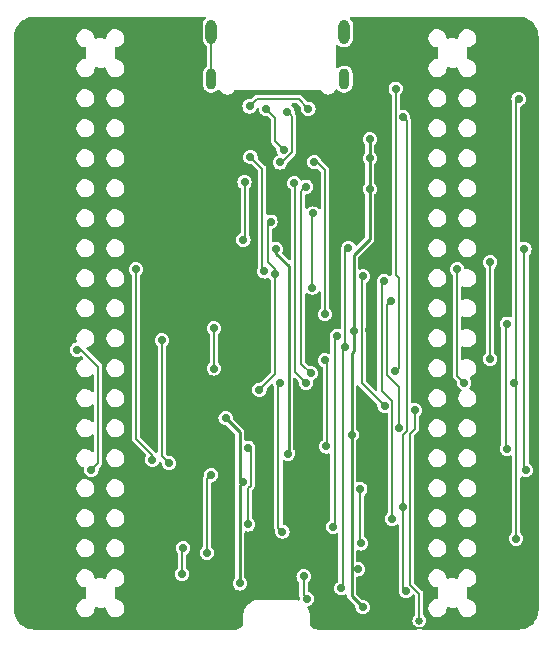
<source format=gbr>
G04 #@! TF.GenerationSoftware,KiCad,Pcbnew,7.0.10-7.0.10~ubuntu22.04.1*
G04 #@! TF.CreationDate,2024-01-11T21:49:49-05:00*
G04 #@! TF.ProjectId,caravel-breakout-fpga-ICE40UP5K-TT3,63617261-7665-46c2-9d62-7265616b6f75,1.2*
G04 #@! TF.SameCoordinates,PX2dc6c00PY42c1d80*
G04 #@! TF.FileFunction,Copper,L2,Bot*
G04 #@! TF.FilePolarity,Positive*
%FSLAX46Y46*%
G04 Gerber Fmt 4.6, Leading zero omitted, Abs format (unit mm)*
G04 Created by KiCad (PCBNEW 7.0.10-7.0.10~ubuntu22.04.1) date 2024-01-11 21:49:49*
%MOMM*%
%LPD*%
G01*
G04 APERTURE LIST*
G04 #@! TA.AperFunction,ComponentPad*
%ADD10C,0.620000*%
G04 #@! TD*
G04 #@! TA.AperFunction,ComponentPad*
%ADD11O,0.950000X2.100000*%
G04 #@! TD*
G04 #@! TA.AperFunction,ComponentPad*
%ADD12O,0.900000X1.800000*%
G04 #@! TD*
G04 #@! TA.AperFunction,ViaPad*
%ADD13C,0.700000*%
G04 #@! TD*
G04 #@! TA.AperFunction,ViaPad*
%ADD14C,0.650000*%
G04 #@! TD*
G04 #@! TA.AperFunction,Conductor*
%ADD15C,0.200000*%
G04 #@! TD*
G04 #@! TA.AperFunction,Conductor*
%ADD16C,0.180000*%
G04 #@! TD*
G04 #@! TA.AperFunction,Conductor*
%ADD17C,0.254000*%
G04 #@! TD*
G04 APERTURE END LIST*
D10*
X7600000Y5200000D03*
X44200000Y3700000D03*
X34400000Y5900000D03*
X8180000Y700000D03*
X44200000Y43440000D03*
X1000000Y36200000D03*
X39500000Y26300000D03*
X8180000Y51700000D03*
X38660000Y700000D03*
X44200000Y12960000D03*
X13200000Y42350000D03*
X13700000Y6200000D03*
X31900000Y45000000D03*
X12600000Y46000000D03*
X34500000Y28800000D03*
X10400000Y39200000D03*
X34500000Y26300000D03*
X18500000Y4000000D03*
X17100000Y28300000D03*
X44200000Y7880000D03*
X10400000Y46350000D03*
X20600000Y27400000D03*
X18400000Y22300000D03*
X31800000Y33900000D03*
X43740000Y51600000D03*
X38660000Y51700000D03*
X39500000Y28800000D03*
X15500000Y34350000D03*
X32600000Y3300000D03*
X34500000Y21100000D03*
X1000000Y44120000D03*
X29800000Y3900000D03*
X44300000Y23500000D03*
X3100000Y700000D03*
X35000000Y49000000D03*
X26700000Y9900000D03*
X7200000Y24000000D03*
X31800000Y38700000D03*
X44300000Y27700000D03*
X28500000Y700000D03*
X10400000Y33650000D03*
X11200000Y29000000D03*
X22200000Y5200000D03*
X33580000Y700000D03*
X37400000Y16500000D03*
X43740000Y900000D03*
X21300000Y14200000D03*
X44200000Y33800000D03*
X18700000Y14400000D03*
X23100000Y37000000D03*
X7600000Y9200000D03*
X44200000Y38360000D03*
X44200000Y49000000D03*
X31400000Y12900000D03*
X33580000Y51700000D03*
X13260000Y51700000D03*
X12000000Y26200000D03*
X15800000Y8100000D03*
X30500000Y22900000D03*
X28900000Y48800000D03*
X1000000Y3480000D03*
X29500000Y51700000D03*
X8000000Y38600000D03*
X10350000Y36200000D03*
X18700000Y11900000D03*
X31500000Y8900000D03*
X20900000Y7400000D03*
X1000000Y8560000D03*
X41600000Y28800000D03*
X29100000Y36400000D03*
X20600000Y24600000D03*
X27300000Y4600000D03*
X15700000Y23100000D03*
X34500000Y23600000D03*
X7600000Y29000000D03*
X1000000Y22400000D03*
X37400000Y8900000D03*
X26000000Y21100000D03*
X29700000Y6400000D03*
X10300000Y43800000D03*
X19300000Y39400000D03*
X37400000Y11100000D03*
X1000000Y40200000D03*
X14400000Y31000000D03*
D11*
X28240000Y50900000D03*
D12*
X17000000Y46900000D03*
X28240000Y46900000D03*
D11*
X17000000Y50900000D03*
D10*
X1000000Y49200000D03*
X3100000Y51700000D03*
X14100000Y16000000D03*
X18340000Y700000D03*
X13260000Y700000D03*
X15900000Y12400000D03*
X27500000Y29100000D03*
X8200000Y18700000D03*
X1000000Y18720000D03*
X1000000Y28080000D03*
X18400000Y29800000D03*
X23500000Y12300000D03*
X16200000Y49000000D03*
X37400000Y19250000D03*
X12200000Y11400000D03*
X1000000Y13640000D03*
X29550000Y15200000D03*
D13*
X16150000Y36800000D03*
X16100000Y44550000D03*
X28050000Y44250000D03*
X29350000Y40350000D03*
X25800000Y36400000D03*
X15000000Y38400000D03*
X18400000Y36800000D03*
X4800000Y16000000D03*
X4800000Y49200000D03*
X40400000Y3000000D03*
X42000000Y7200000D03*
X4700002Y28600000D03*
X15000000Y43400000D03*
X10300000Y41400000D03*
X17000000Y44600000D03*
X29050000Y43199998D03*
X25200000Y42200000D03*
X25800000Y37200000D03*
X34840000Y13102998D03*
X40400000Y5800000D03*
X27400000Y34000000D03*
X21400000Y41600000D03*
X31400000Y17400000D03*
X26700000Y45100000D03*
X17200000Y17900000D03*
X10300000Y15800000D03*
X18400000Y45200000D03*
X34800000Y41600000D03*
X30400000Y27600000D03*
X4800000Y38800000D03*
X10400000Y3100000D03*
X16950000Y20649998D03*
X21800000Y11400000D03*
X20790000Y9941197D03*
X22800000Y34200000D03*
X10400000Y49000000D03*
X30350000Y25650000D03*
X20600000Y34000000D03*
X19150000Y35800000D03*
X34500000Y46600000D03*
X4700000Y3200000D03*
X40200000Y10800000D03*
X40200000Y13200000D03*
X10600000Y30800000D03*
X11999500Y14672567D03*
X13400000Y14400000D03*
X12800000Y24800000D03*
X6833056Y13820000D03*
X5600000Y24000000D03*
X17200000Y22400000D03*
X17200000Y25800000D03*
X32918886Y17400000D03*
X32218282Y28151594D03*
X37800000Y30800000D03*
D14*
X34600000Y1065122D03*
D13*
X38400000Y21200000D03*
X34200000Y18860500D03*
X29800000Y30200000D03*
X31658886Y19252168D03*
X40600000Y31400000D03*
X40600000Y23200000D03*
X32521851Y22151423D03*
X32600000Y46099972D03*
X20300000Y40300000D03*
X21478363Y30630409D03*
X30400000Y37600000D03*
X29065103Y25600000D03*
X30400000Y40200000D03*
X19630366Y12769634D03*
X23500000Y15200000D03*
X18200000Y18200000D03*
X29400000Y5400000D03*
X19800000Y38200000D03*
X19700000Y33300000D03*
X28871922Y16800000D03*
X24800000Y4800000D03*
X25100000Y2900000D03*
X22474114Y32505983D03*
X19400000Y4200000D03*
X30400000Y41800000D03*
X29800000Y2200000D03*
X25546404Y29258096D03*
X25582962Y35526559D03*
X33467923Y3555264D03*
X33180000Y10654146D03*
X33230000Y43659605D03*
X21999172Y34845500D03*
X21060000Y20611415D03*
X22400000Y30400000D03*
X16973234Y13400000D03*
X16600000Y6800000D03*
X20220000Y44600000D03*
X25200000Y44400000D03*
X26600000Y23100000D03*
X26735000Y15800000D03*
X29650000Y7600000D03*
X43600000Y13800000D03*
X43500000Y32500000D03*
X29598922Y12200420D03*
X31599998Y29800000D03*
X32288886Y9688886D03*
X27299996Y9000000D03*
X27635782Y25162558D03*
X42800000Y8000000D03*
X43000000Y45200000D03*
X22800000Y21200000D03*
X23000000Y8600000D03*
X42600000Y21200000D03*
X28000000Y3800000D03*
X28338103Y24200000D03*
X28600000Y32600000D03*
X42000000Y15600000D03*
X42000000Y26200000D03*
X24000000Y38090000D03*
X25000000Y21200000D03*
X21645025Y44359386D03*
X23110223Y40944268D03*
X26600000Y27000000D03*
X25690631Y39892947D03*
X22797541Y39849847D03*
X23425025Y44145025D03*
X25000000Y37800000D03*
X25400000Y22000000D03*
X20100000Y9200000D03*
X20100000Y15700000D03*
X14600000Y7200000D03*
X14500000Y5000000D03*
D15*
X19850000Y33450000D02*
X19840501Y33440501D01*
X19840501Y38159499D02*
X19850000Y38150000D01*
X19850000Y38150000D02*
X19850000Y33450000D01*
X25200000Y42200000D02*
X24950000Y41950000D01*
X24950000Y41950000D02*
X24950000Y39200000D01*
X25800000Y38350000D02*
X25800000Y37200000D01*
X24950000Y39200000D02*
X25800000Y38350000D01*
D16*
X25546404Y35490001D02*
X25582962Y35526559D01*
X25546404Y29258096D02*
X25546404Y35490001D01*
X21309172Y30799600D02*
X21309172Y39290828D01*
X21478363Y30630409D02*
X21309172Y30799600D01*
X21309172Y39290828D02*
X20300000Y40300000D01*
D15*
X21645025Y44359386D02*
X22400000Y43604411D01*
X22400000Y41654491D02*
X23110223Y40944268D01*
X22400000Y43604411D02*
X22400000Y41654491D01*
X29598922Y7651078D02*
X29650000Y7600000D01*
X29598922Y12200420D02*
X29598922Y7651078D01*
X33548886Y43340719D02*
X33230000Y43659605D01*
X32521851Y22151423D02*
X32851851Y22481423D01*
X33180000Y16770159D02*
X33548886Y17139045D01*
X33180000Y10654146D02*
X33180000Y16770159D01*
X33548886Y17139045D02*
X33548886Y43340719D01*
X32851851Y22481423D02*
X32851851Y30048149D01*
X32851851Y30048149D02*
X32600000Y30300000D01*
X32600000Y30300000D02*
X32600000Y46099972D01*
D16*
X27425000Y24951776D02*
X27635782Y25162558D01*
X27299996Y9000000D02*
X27425000Y9125004D01*
D15*
X27425000Y9125004D02*
X27425000Y24951776D01*
D16*
X33800000Y16866900D02*
X33800000Y4100000D01*
X31831851Y21891409D02*
X32918886Y20804374D01*
X34200000Y17266900D02*
X33800000Y16866900D01*
X33800000Y4100000D02*
X34600000Y3300000D01*
X34200000Y18860500D02*
X34200000Y17266900D01*
X32918886Y20804374D02*
X32918886Y17400000D01*
D15*
X32288886Y9688886D02*
X32288886Y19612118D01*
D16*
X31831851Y27765163D02*
X31831851Y21891409D01*
X32218282Y28151594D02*
X31831851Y27765163D01*
X34600000Y3300000D02*
X34600000Y1065122D01*
D15*
X32288886Y19612118D02*
X31400000Y20501004D01*
X31400000Y20501004D02*
X31400000Y29600002D01*
X31400000Y29600002D02*
X31599998Y29800000D01*
D16*
X17000000Y50900000D02*
X17000000Y46900000D01*
X33834499Y445501D02*
X38405501Y445501D01*
X38405501Y445501D02*
X38660000Y700000D01*
X33580000Y700000D02*
X33834499Y445501D01*
X11999500Y14672567D02*
X11999500Y15076308D01*
X11999500Y15076308D02*
X10600000Y16475808D01*
X10600000Y16475808D02*
X10600000Y30800000D01*
X12800000Y15000000D02*
X13400000Y14400000D01*
X12800000Y24800000D02*
X12800000Y15000000D01*
X7400000Y14386944D02*
X6833056Y13820000D01*
X5972082Y24000000D02*
X7400000Y22572082D01*
X5600000Y24000000D02*
X5972082Y24000000D01*
X7400000Y22572082D02*
X7400000Y14386944D01*
X17200000Y25800000D02*
X17200000Y22400000D01*
X37800000Y30800000D02*
X37800000Y21800000D01*
X37800000Y21800000D02*
X38400000Y21200000D01*
X29710000Y30110000D02*
X29710000Y21201054D01*
X29800000Y30200000D02*
X29710000Y30110000D01*
X29710000Y21201054D02*
X31658886Y19252168D01*
D15*
X40600000Y31400000D02*
X40600000Y23200000D01*
D17*
X19400000Y17000000D02*
X19400000Y13000000D01*
X29065103Y32036969D02*
X29065103Y25600000D01*
X23527000Y15227000D02*
X23500000Y15200000D01*
D15*
X24800000Y3200000D02*
X25100000Y2900000D01*
D17*
X28871922Y16800000D02*
X28871922Y5400000D01*
D16*
X19800000Y38200000D02*
X19840501Y38159499D01*
D17*
X28871922Y23705685D02*
X28871922Y16800000D01*
X30400000Y33371866D02*
X29065103Y32036969D01*
X28871922Y5400000D02*
X28871922Y3128078D01*
X22474114Y32505983D02*
X22474114Y32125886D01*
X18200000Y18200000D02*
X19400000Y17000000D01*
X23527000Y31073000D02*
X23527000Y15227000D01*
D15*
X24800000Y4800000D02*
X24800000Y3200000D01*
D17*
X30400000Y37600000D02*
X30400000Y33371866D01*
X19400000Y12539268D02*
X19630366Y12769634D01*
X30400000Y41800000D02*
X30400000Y40200000D01*
X22474114Y32125886D02*
X23527000Y31073000D01*
D16*
X19840501Y33440501D02*
X19700000Y33300000D01*
D17*
X29400000Y5400000D02*
X28871922Y5400000D01*
X19400000Y13000000D02*
X19630366Y12769634D01*
X29065103Y25600000D02*
X29065103Y23898866D01*
X28871922Y3128078D02*
X29800000Y2200000D01*
X19400000Y4200000D02*
X19400000Y12539268D01*
X30400000Y40200000D02*
X30400000Y37600000D01*
X29065103Y23898866D02*
X28871922Y23705685D01*
D15*
X33239639Y10594507D02*
X33180000Y10654146D01*
X33467923Y3555264D02*
X33239639Y3783548D01*
X33239639Y3783548D02*
X33239639Y10594507D01*
D16*
X21800000Y31400000D02*
X21800000Y34646328D01*
X22400000Y30400000D02*
X22400000Y30800000D01*
X22400000Y30800000D02*
X21800000Y31400000D01*
D15*
X22400000Y30400000D02*
X22400000Y21951415D01*
X22400000Y21951415D02*
X21060000Y20611415D01*
D16*
X21800000Y34646328D02*
X21999172Y34845500D01*
X16600000Y6800000D02*
X16600000Y13026766D01*
X16600000Y13026766D02*
X16973234Y13400000D01*
D15*
X25200000Y44400000D02*
X24400000Y45200000D01*
X20820000Y45200000D02*
X20220000Y44600000D01*
X24400000Y45200000D02*
X20820000Y45200000D01*
X26800000Y15865000D02*
X26800000Y22900000D01*
X26800000Y22900000D02*
X26600000Y23100000D01*
X26735000Y15800000D02*
X26800000Y15865000D01*
X43600000Y13800000D02*
X43500000Y13900000D01*
X43500000Y13900000D02*
X43500000Y32500000D01*
X43000000Y45200000D02*
X42800000Y45000000D01*
X42800000Y8000000D02*
X42800000Y21000000D01*
X22800000Y21200000D02*
X22665682Y21065682D01*
X42800000Y21000000D02*
X42600000Y21200000D01*
X22665682Y21065682D02*
X22665682Y8934318D01*
X22665682Y8934318D02*
X23000000Y8600000D01*
X42800000Y21400000D02*
X42600000Y21200000D01*
X42800000Y45000000D02*
X42800000Y21400000D01*
X28100000Y3900000D02*
X28000000Y3800000D01*
X28338103Y32338103D02*
X28338103Y24200000D01*
X28600000Y32600000D02*
X28338103Y32338103D01*
X28100000Y23961897D02*
X28100000Y3900000D01*
X28338103Y24200000D02*
X28100000Y23961897D01*
D16*
X42000000Y26200000D02*
X41910000Y26110000D01*
D15*
X41910000Y26110000D02*
X41910000Y15690000D01*
D16*
X41910000Y15690000D02*
X42000000Y15600000D01*
X25000000Y21200000D02*
X24100000Y22100000D01*
X24100000Y22100000D02*
X24100000Y37990000D01*
X24100000Y37990000D02*
X24000000Y38090000D01*
X26600000Y27000000D02*
X26600000Y39200000D01*
X26600000Y39200000D02*
X25907053Y39892947D01*
X25907053Y39892947D02*
X25690631Y39892947D01*
D15*
X22797541Y39849847D02*
X22950153Y39849847D01*
X22950153Y39849847D02*
X23795101Y40694795D01*
X23795101Y43774949D02*
X23425025Y44145025D01*
X23795101Y40694795D02*
X23795101Y43774949D01*
D16*
X25000000Y37800000D02*
X24600000Y37400000D01*
X24600000Y22800000D02*
X25400000Y22000000D01*
X24600000Y37400000D02*
X24600000Y22800000D01*
X20320366Y15479634D02*
X20320366Y12483826D01*
X20100000Y12263460D02*
X20100000Y9200000D01*
X20320366Y12483826D02*
X20100000Y12263460D01*
X20100000Y15700000D02*
X20320366Y15479634D01*
X14500000Y7100000D02*
X14600000Y7200000D01*
X14500000Y5000000D02*
X14500000Y7100000D01*
G04 #@! TA.AperFunction,Conductor*
G36*
X16456754Y52179815D02*
G01*
X16502509Y52127011D01*
X16512453Y52057853D01*
X16484704Y51995794D01*
X16386363Y51878597D01*
X16386362Y51878595D01*
X16309829Y51726207D01*
X16309828Y51726202D01*
X16270500Y51560266D01*
X16270500Y50282514D01*
X16284773Y50160404D01*
X16285332Y50155620D01*
X16285333Y50155617D01*
X16343655Y49995375D01*
X16343657Y49995372D01*
X16437366Y49852894D01*
X16561407Y49735868D01*
X16593501Y49717339D01*
X16641715Y49666774D01*
X16655500Y49609953D01*
X16655500Y48039607D01*
X16635815Y47972568D01*
X16601940Y47937557D01*
X16596861Y47934052D01*
X16468800Y47820601D01*
X16371616Y47679804D01*
X16371615Y47679803D01*
X16310948Y47519840D01*
X16310947Y47519835D01*
X16295500Y47392614D01*
X16295500Y46407387D01*
X16310947Y46280166D01*
X16310948Y46280161D01*
X16371615Y46120198D01*
X16385575Y46099973D01*
X16468799Y45979401D01*
X16468801Y45979399D01*
X16596859Y45865950D01*
X16748346Y45786443D01*
X16748348Y45786443D01*
X16748349Y45786442D01*
X16914457Y45745500D01*
X16914458Y45745500D01*
X17085543Y45745500D01*
X17251650Y45786442D01*
X17251650Y45786443D01*
X17251654Y45786443D01*
X17403141Y45865950D01*
X17531199Y45979399D01*
X17543053Y45996574D01*
X17597335Y46040564D01*
X17666783Y46048225D01*
X17729349Y46017123D01*
X17758754Y45972706D01*
X17759217Y45972934D01*
X17761005Y45969306D01*
X17761767Y45968155D01*
X17762294Y45966690D01*
X17781047Y45937441D01*
X17843170Y45840545D01*
X17950085Y45735562D01*
X18077680Y45657003D01*
X18219557Y45608805D01*
X18237840Y45606914D01*
X18253520Y45604267D01*
X18255238Y45603863D01*
X18255247Y45603859D01*
X18296570Y45600786D01*
X18300112Y45600472D01*
X18341421Y45596197D01*
X18341435Y45596201D01*
X18343222Y45596296D01*
X18359113Y45596136D01*
X18370558Y45595284D01*
X18505098Y45615639D01*
X18631736Y45665421D01*
X18744120Y45742135D01*
X18836617Y45841934D01*
X18891688Y45937441D01*
X18942228Y45985684D01*
X18999109Y45999500D01*
X26240889Y45999500D01*
X26307928Y45979815D01*
X26348310Y45937441D01*
X26403378Y45841938D01*
X26403380Y45841936D01*
X26403381Y45841934D01*
X26495877Y45742135D01*
X26608263Y45665420D01*
X26695480Y45631134D01*
X26734895Y45615639D01*
X26734901Y45615637D01*
X26869441Y45595282D01*
X26880895Y45596135D01*
X26896786Y45596295D01*
X26898571Y45596199D01*
X26898579Y45596197D01*
X26939881Y45600472D01*
X26943338Y45600779D01*
X26984753Y45603858D01*
X26984760Y45603861D01*
X26986504Y45604271D01*
X27002174Y45606917D01*
X27020443Y45608806D01*
X27162320Y45657004D01*
X27289915Y45735563D01*
X27396829Y45840545D01*
X27477702Y45966686D01*
X27478229Y45968151D01*
X27478824Y45968965D01*
X27480781Y45972934D01*
X27481475Y45972592D01*
X27519460Y46024553D01*
X27584643Y46049713D01*
X27653080Y46035637D01*
X27696944Y45996577D01*
X27708799Y45979401D01*
X27708801Y45979399D01*
X27836859Y45865950D01*
X27988346Y45786443D01*
X27988348Y45786443D01*
X27988349Y45786442D01*
X28154457Y45745500D01*
X28154458Y45745500D01*
X28325543Y45745500D01*
X28491650Y45786442D01*
X28491650Y45786443D01*
X28491654Y45786443D01*
X28643141Y45865950D01*
X28771199Y45979399D01*
X28868385Y46120198D01*
X28929052Y46280164D01*
X28944189Y46404828D01*
X28944500Y46407387D01*
X28944500Y47392614D01*
X28929052Y47519835D01*
X28929051Y47519840D01*
X28890913Y47620401D01*
X28868385Y47679802D01*
X28788539Y47795480D01*
X35365618Y47795480D01*
X35396488Y47620404D01*
X35466904Y47457161D01*
X35573067Y47314561D01*
X35709254Y47200286D01*
X35787990Y47160743D01*
X35868118Y47120501D01*
X35868119Y47120501D01*
X35868123Y47120499D01*
X36041110Y47079500D01*
X36041113Y47079500D01*
X36174285Y47079500D01*
X36174292Y47079500D01*
X36306577Y47094962D01*
X36473635Y47155766D01*
X36622168Y47253457D01*
X36744167Y47382769D01*
X36833057Y47536731D01*
X36884045Y47707042D01*
X36889131Y47794372D01*
X36912680Y47860151D01*
X36968055Y47902759D01*
X37037674Y47908664D01*
X37056491Y47903253D01*
X37065976Y47899693D01*
X37121345Y47889645D01*
X37287450Y47859500D01*
X37287453Y47859500D01*
X37456148Y47859500D01*
X37456155Y47859500D01*
X37624188Y47874623D01*
X37748770Y47909006D01*
X37818627Y47907867D01*
X37876782Y47869139D01*
X37904766Y47805118D01*
X37905546Y47796698D01*
X37905616Y47795489D01*
X37936488Y47620404D01*
X38006904Y47457161D01*
X38113067Y47314561D01*
X38249254Y47200286D01*
X38327990Y47160743D01*
X38408118Y47120501D01*
X38408119Y47120501D01*
X38408123Y47120499D01*
X38581110Y47079500D01*
X38581113Y47079500D01*
X38714285Y47079500D01*
X38714292Y47079500D01*
X38846577Y47094962D01*
X39013635Y47155766D01*
X39162168Y47253457D01*
X39284167Y47382769D01*
X39373057Y47536731D01*
X39424045Y47707042D01*
X39434382Y47884520D01*
X39403511Y48059599D01*
X39333096Y48222838D01*
X39226933Y48365439D01*
X39154112Y48426543D01*
X39090746Y48479714D01*
X39090744Y48479715D01*
X38931881Y48559500D01*
X38931877Y48559501D01*
X38758890Y48600500D01*
X38721860Y48600500D01*
X38654821Y48620185D01*
X38609066Y48672989D01*
X38599122Y48742147D01*
X38600969Y48752092D01*
X38618890Y48830613D01*
X38644191Y48941463D01*
X38654290Y49166330D01*
X38624075Y49389387D01*
X38602007Y49457303D01*
X38600013Y49527141D01*
X38636093Y49586974D01*
X38698793Y49617803D01*
X38712725Y49619409D01*
X38714284Y49619500D01*
X38714292Y49619500D01*
X38846577Y49634962D01*
X39013635Y49695766D01*
X39162168Y49793457D01*
X39284167Y49922769D01*
X39373057Y50076731D01*
X39424045Y50247042D01*
X39434382Y50424520D01*
X39403511Y50599599D01*
X39333096Y50762838D01*
X39226933Y50905439D01*
X39154112Y50966543D01*
X39090746Y51019714D01*
X39090744Y51019715D01*
X38931881Y51099500D01*
X38931877Y51099501D01*
X38758890Y51140500D01*
X38625708Y51140500D01*
X38509958Y51126971D01*
X38493422Y51125038D01*
X38493419Y51125037D01*
X38326367Y51064236D01*
X38258675Y51019714D01*
X38177832Y50966543D01*
X38177831Y50966543D01*
X38177831Y50966542D01*
X38055833Y50837233D01*
X37966944Y50683272D01*
X37915955Y50512959D01*
X37915954Y50512954D01*
X37910868Y50425630D01*
X37887318Y50359849D01*
X37831943Y50317242D01*
X37762323Y50311337D01*
X37743507Y50316748D01*
X37734022Y50320308D01*
X37512550Y50360500D01*
X37512547Y50360500D01*
X37343845Y50360500D01*
X37305399Y50357040D01*
X37175813Y50345378D01*
X37175807Y50345377D01*
X37051231Y50310995D01*
X36981370Y50312135D01*
X36923217Y50350863D01*
X36895233Y50414884D01*
X36894452Y50423317D01*
X36894381Y50424512D01*
X36894382Y50424520D01*
X36863511Y50599599D01*
X36793096Y50762838D01*
X36686933Y50905439D01*
X36614112Y50966543D01*
X36550746Y51019714D01*
X36550744Y51019715D01*
X36391881Y51099500D01*
X36391877Y51099501D01*
X36218890Y51140500D01*
X36085708Y51140500D01*
X35969958Y51126971D01*
X35953422Y51125038D01*
X35953419Y51125037D01*
X35786367Y51064236D01*
X35718675Y51019714D01*
X35637832Y50966543D01*
X35637831Y50966543D01*
X35637831Y50966542D01*
X35515833Y50837233D01*
X35426944Y50683272D01*
X35375955Y50512959D01*
X35375954Y50512954D01*
X35365618Y50335481D01*
X35365618Y50335480D01*
X35382500Y50239734D01*
X35396489Y50160401D01*
X35398553Y50155617D01*
X35466904Y49997161D01*
X35523304Y49921404D01*
X35573067Y49854561D01*
X35709254Y49740286D01*
X35787990Y49700743D01*
X35868118Y49660501D01*
X35868119Y49660501D01*
X35868123Y49660499D01*
X36041110Y49619500D01*
X36041113Y49619500D01*
X36078140Y49619500D01*
X36145179Y49599815D01*
X36190934Y49547011D01*
X36200878Y49477853D01*
X36199031Y49467908D01*
X36155810Y49278543D01*
X36155808Y49278532D01*
X36150769Y49166326D01*
X36145710Y49053670D01*
X36175925Y48830613D01*
X36175926Y48830609D01*
X36197991Y48762700D01*
X36199986Y48692859D01*
X36163906Y48633026D01*
X36101205Y48602198D01*
X36087299Y48600594D01*
X36085737Y48600503D01*
X36085711Y48600500D01*
X36085708Y48600500D01*
X35997775Y48590222D01*
X35953422Y48585038D01*
X35953419Y48585037D01*
X35786367Y48524236D01*
X35718675Y48479714D01*
X35637832Y48426543D01*
X35637831Y48426543D01*
X35637831Y48426542D01*
X35515833Y48297233D01*
X35426944Y48143272D01*
X35375955Y47972959D01*
X35375954Y47972954D01*
X35365618Y47795481D01*
X35365618Y47795480D01*
X28788539Y47795480D01*
X28771199Y47820601D01*
X28643141Y47934050D01*
X28491654Y48013557D01*
X28491653Y48013558D01*
X28491650Y48013559D01*
X28325543Y48054500D01*
X28325542Y48054500D01*
X28154458Y48054500D01*
X28154457Y48054500D01*
X27988349Y48013559D01*
X27895501Y47964828D01*
X27836859Y47934050D01*
X27752711Y47859501D01*
X27746727Y47854200D01*
X27683494Y47824479D01*
X27614230Y47833663D01*
X27560927Y47878835D01*
X27540507Y47945654D01*
X27540500Y47947016D01*
X27540500Y49694557D01*
X27560185Y49761596D01*
X27612989Y49807351D01*
X27682147Y49817295D01*
X27745703Y49788270D01*
X27749565Y49784778D01*
X27801407Y49735868D01*
X27949093Y49650601D01*
X28112461Y49601692D01*
X28225957Y49595082D01*
X28282703Y49591777D01*
X28282703Y49591778D01*
X28282705Y49591777D01*
X28450647Y49621389D01*
X28607233Y49688934D01*
X28744021Y49790769D01*
X28853637Y49921404D01*
X28930172Y50073798D01*
X28969500Y50239734D01*
X28969500Y51517486D01*
X28954668Y51644380D01*
X28896343Y51804628D01*
X28802634Y51947106D01*
X28762142Y51985308D01*
X28726890Y52045629D01*
X28729845Y52115436D01*
X28770072Y52172564D01*
X28834798Y52198874D01*
X28847238Y52199500D01*
X42952405Y52199500D01*
X42995572Y52199500D01*
X43004418Y52199184D01*
X43233020Y52182835D01*
X43250529Y52180317D01*
X43470144Y52132542D01*
X43487103Y52127563D01*
X43697694Y52049017D01*
X43713777Y52041673D01*
X43886961Y51947106D01*
X43911036Y51933960D01*
X43925919Y51924395D01*
X44105836Y51789711D01*
X44119207Y51778125D01*
X44278124Y51619208D01*
X44289710Y51605837D01*
X44424394Y51425920D01*
X44433959Y51411037D01*
X44541669Y51213783D01*
X44549019Y51197689D01*
X44627559Y50987113D01*
X44632543Y50970138D01*
X44680316Y50750530D01*
X44682834Y50733018D01*
X44699184Y50504419D01*
X44699500Y50495573D01*
X44699500Y2004428D01*
X44699184Y1995582D01*
X44682834Y1766983D01*
X44680316Y1749471D01*
X44632543Y1529863D01*
X44627559Y1512888D01*
X44549019Y1302312D01*
X44541669Y1286218D01*
X44433959Y1088964D01*
X44424394Y1074081D01*
X44289710Y894164D01*
X44278124Y880793D01*
X44119207Y721876D01*
X44105836Y710290D01*
X43925919Y575606D01*
X43911036Y566041D01*
X43713782Y458331D01*
X43697688Y450981D01*
X43487112Y372441D01*
X43470137Y367457D01*
X43250529Y319684D01*
X43233017Y317166D01*
X43004418Y300816D01*
X42995572Y300500D01*
X34891735Y300500D01*
X34824696Y320185D01*
X34778941Y372989D01*
X34768997Y442147D01*
X34798022Y505703D01*
X34844283Y539061D01*
X34892245Y558928D01*
X34892246Y558928D01*
X34892246Y558929D01*
X34892250Y558930D01*
X35013304Y651818D01*
X35106192Y772872D01*
X35164584Y913842D01*
X35184500Y1065122D01*
X35164584Y1216402D01*
X35106192Y1357372D01*
X35013304Y1478426D01*
X35010879Y1480287D01*
X34993013Y1493997D01*
X34951810Y1550425D01*
X34944500Y1592372D01*
X34944500Y2075480D01*
X35365618Y2075480D01*
X35379875Y1994621D01*
X35396489Y1900401D01*
X35413552Y1860845D01*
X35466904Y1737161D01*
X35541870Y1636466D01*
X35573067Y1594561D01*
X35709254Y1480286D01*
X35787990Y1440743D01*
X35868118Y1400501D01*
X35868119Y1400501D01*
X35868123Y1400499D01*
X36041110Y1359500D01*
X36041113Y1359500D01*
X36174285Y1359500D01*
X36174292Y1359500D01*
X36306577Y1374962D01*
X36473635Y1435766D01*
X36622168Y1533457D01*
X36744167Y1662769D01*
X36833057Y1816731D01*
X36884045Y1987042D01*
X36889131Y2074372D01*
X36912680Y2140151D01*
X36968055Y2182759D01*
X37037674Y2188664D01*
X37056491Y2183253D01*
X37065976Y2179693D01*
X37121345Y2169645D01*
X37287450Y2139500D01*
X37287453Y2139500D01*
X37456148Y2139500D01*
X37456155Y2139500D01*
X37624188Y2154623D01*
X37748770Y2189006D01*
X37818627Y2187867D01*
X37876782Y2149139D01*
X37904766Y2085118D01*
X37905546Y2076698D01*
X37905616Y2075489D01*
X37921211Y1987042D01*
X37936489Y1900401D01*
X37953552Y1860845D01*
X38006904Y1737161D01*
X38081870Y1636466D01*
X38113067Y1594561D01*
X38249254Y1480286D01*
X38327990Y1440743D01*
X38408118Y1400501D01*
X38408119Y1400501D01*
X38408123Y1400499D01*
X38581110Y1359500D01*
X38581113Y1359500D01*
X38714285Y1359500D01*
X38714292Y1359500D01*
X38846577Y1374962D01*
X39013635Y1435766D01*
X39162168Y1533457D01*
X39284167Y1662769D01*
X39373057Y1816731D01*
X39424045Y1987042D01*
X39434382Y2164520D01*
X39403511Y2339599D01*
X39333096Y2502838D01*
X39331592Y2504858D01*
X39226932Y2645440D01*
X39090746Y2759714D01*
X39090744Y2759715D01*
X38931881Y2839500D01*
X38909561Y2844790D01*
X38758890Y2880500D01*
X38721860Y2880500D01*
X38654821Y2900185D01*
X38609066Y2952989D01*
X38599122Y3022147D01*
X38600969Y3032092D01*
X38623840Y3132300D01*
X38644191Y3221463D01*
X38654290Y3446330D01*
X38624075Y3669387D01*
X38602007Y3737303D01*
X38600013Y3807141D01*
X38636093Y3866974D01*
X38698793Y3897803D01*
X38712725Y3899409D01*
X38714284Y3899500D01*
X38714292Y3899500D01*
X38846577Y3914962D01*
X39013635Y3975766D01*
X39162168Y4073457D01*
X39284167Y4202769D01*
X39373057Y4356731D01*
X39424045Y4527042D01*
X39434382Y4704520D01*
X39403511Y4879599D01*
X39333096Y5042838D01*
X39226933Y5185439D01*
X39154112Y5246543D01*
X39090746Y5299714D01*
X39090744Y5299715D01*
X38931881Y5379500D01*
X38931877Y5379501D01*
X38758890Y5420500D01*
X38625708Y5420500D01*
X38509958Y5406971D01*
X38493422Y5405038D01*
X38493419Y5405037D01*
X38326367Y5344236D01*
X38258675Y5299714D01*
X38177832Y5246543D01*
X38177831Y5246543D01*
X38177831Y5246542D01*
X38055833Y5117233D01*
X37966944Y4963272D01*
X37966943Y4963270D01*
X37966943Y4963269D01*
X37954000Y4920038D01*
X37915955Y4792959D01*
X37915954Y4792954D01*
X37910868Y4705630D01*
X37887318Y4639849D01*
X37831943Y4597242D01*
X37762323Y4591337D01*
X37743507Y4596748D01*
X37734022Y4600308D01*
X37512550Y4640500D01*
X37512547Y4640500D01*
X37343845Y4640500D01*
X37310434Y4637493D01*
X37175813Y4625378D01*
X37175807Y4625377D01*
X37051231Y4590995D01*
X36981370Y4592135D01*
X36923217Y4630863D01*
X36895233Y4694884D01*
X36894452Y4703317D01*
X36894381Y4704512D01*
X36894382Y4704520D01*
X36863511Y4879599D01*
X36793096Y5042838D01*
X36686933Y5185439D01*
X36614112Y5246543D01*
X36550746Y5299714D01*
X36550744Y5299715D01*
X36391881Y5379500D01*
X36391877Y5379501D01*
X36218890Y5420500D01*
X36085708Y5420500D01*
X35969958Y5406971D01*
X35953422Y5405038D01*
X35953419Y5405037D01*
X35786367Y5344236D01*
X35718675Y5299714D01*
X35637832Y5246543D01*
X35637831Y5246543D01*
X35637831Y5246542D01*
X35515833Y5117233D01*
X35426944Y4963272D01*
X35426943Y4963270D01*
X35426943Y4963269D01*
X35414000Y4920038D01*
X35375955Y4792959D01*
X35375954Y4792954D01*
X35365618Y4615481D01*
X35365618Y4615480D01*
X35396488Y4440404D01*
X35466904Y4277161D01*
X35524349Y4200000D01*
X35573067Y4134561D01*
X35709254Y4020286D01*
X35787990Y3980743D01*
X35868118Y3940501D01*
X35868119Y3940501D01*
X35868123Y3940499D01*
X36041110Y3899500D01*
X36041113Y3899500D01*
X36078140Y3899500D01*
X36145179Y3879815D01*
X36190934Y3827011D01*
X36200878Y3757853D01*
X36199031Y3747908D01*
X36155810Y3558543D01*
X36155808Y3558532D01*
X36147256Y3368101D01*
X36145710Y3333670D01*
X36175925Y3110613D01*
X36175926Y3110609D01*
X36197991Y3042700D01*
X36199986Y2972859D01*
X36163906Y2913026D01*
X36101205Y2882198D01*
X36087299Y2880594D01*
X36085737Y2880503D01*
X36085711Y2880500D01*
X36085708Y2880500D01*
X35997775Y2870222D01*
X35953422Y2865038D01*
X35953419Y2865037D01*
X35786367Y2804236D01*
X35687343Y2739107D01*
X35637832Y2706543D01*
X35637831Y2706543D01*
X35637831Y2706542D01*
X35515833Y2577233D01*
X35426944Y2423272D01*
X35375955Y2252959D01*
X35375954Y2252954D01*
X35365618Y2075481D01*
X35365618Y2075480D01*
X34944500Y2075480D01*
X34944500Y3279548D01*
X34944972Y3290356D01*
X34946787Y3311105D01*
X34948483Y3330488D01*
X34943602Y3348701D01*
X34938053Y3369414D01*
X34935714Y3379961D01*
X34928718Y3419643D01*
X34928716Y3419646D01*
X34927759Y3422277D01*
X34918219Y3445309D01*
X34917039Y3447839D01*
X34893933Y3480837D01*
X34888126Y3489950D01*
X34867973Y3524856D01*
X34837108Y3550755D01*
X34829133Y3558063D01*
X34180819Y4206378D01*
X34147334Y4267701D01*
X34144500Y4294059D01*
X34144500Y7155480D01*
X35365618Y7155480D01*
X35396488Y6980404D01*
X35466904Y6817161D01*
X35573067Y6674561D01*
X35709254Y6560286D01*
X35787990Y6520743D01*
X35868118Y6480501D01*
X35868119Y6480501D01*
X35868123Y6480499D01*
X36041110Y6439500D01*
X36041113Y6439500D01*
X36174285Y6439500D01*
X36174292Y6439500D01*
X36306577Y6454962D01*
X36473635Y6515766D01*
X36622168Y6613457D01*
X36744167Y6742769D01*
X36833057Y6896731D01*
X36884045Y7067042D01*
X36889196Y7155480D01*
X37905618Y7155480D01*
X37936488Y6980404D01*
X38006904Y6817161D01*
X38113067Y6674561D01*
X38249254Y6560286D01*
X38327990Y6520743D01*
X38408118Y6480501D01*
X38408119Y6480501D01*
X38408123Y6480499D01*
X38581110Y6439500D01*
X38581113Y6439500D01*
X38714285Y6439500D01*
X38714292Y6439500D01*
X38846577Y6454962D01*
X39013635Y6515766D01*
X39162168Y6613457D01*
X39284167Y6742769D01*
X39373057Y6896731D01*
X39424045Y7067042D01*
X39434382Y7244520D01*
X39403511Y7419599D01*
X39333096Y7582838D01*
X39320319Y7600000D01*
X39226932Y7725440D01*
X39090746Y7839714D01*
X39090744Y7839715D01*
X38931881Y7919500D01*
X38931877Y7919501D01*
X38758890Y7960500D01*
X38625708Y7960500D01*
X38509958Y7946971D01*
X38493422Y7945038D01*
X38493419Y7945037D01*
X38326367Y7884236D01*
X38258675Y7839714D01*
X38177832Y7786543D01*
X38177831Y7786543D01*
X38177831Y7786542D01*
X38055833Y7657233D01*
X37966944Y7503272D01*
X37915955Y7332959D01*
X37915954Y7332954D01*
X37905618Y7155481D01*
X37905618Y7155480D01*
X36889196Y7155480D01*
X36894382Y7244520D01*
X36863511Y7419599D01*
X36793096Y7582838D01*
X36780319Y7600000D01*
X36686932Y7725440D01*
X36550746Y7839714D01*
X36550744Y7839715D01*
X36391881Y7919500D01*
X36391877Y7919501D01*
X36218890Y7960500D01*
X36085708Y7960500D01*
X35969958Y7946971D01*
X35953422Y7945038D01*
X35953419Y7945037D01*
X35786367Y7884236D01*
X35718675Y7839714D01*
X35637832Y7786543D01*
X35637831Y7786543D01*
X35637831Y7786542D01*
X35515833Y7657233D01*
X35426944Y7503272D01*
X35375955Y7332959D01*
X35375954Y7332954D01*
X35365618Y7155481D01*
X35365618Y7155480D01*
X34144500Y7155480D01*
X34144500Y9695480D01*
X35365618Y9695480D01*
X35396488Y9520404D01*
X35466904Y9357161D01*
X35560546Y9231380D01*
X35573067Y9214561D01*
X35709254Y9100286D01*
X35787990Y9060743D01*
X35868118Y9020501D01*
X35868119Y9020501D01*
X35868123Y9020499D01*
X36041110Y8979500D01*
X36041113Y8979500D01*
X36174285Y8979500D01*
X36174292Y8979500D01*
X36306577Y8994962D01*
X36473635Y9055766D01*
X36622168Y9153457D01*
X36744167Y9282769D01*
X36833057Y9436731D01*
X36884045Y9607042D01*
X36889196Y9695480D01*
X37905618Y9695480D01*
X37936488Y9520404D01*
X38006904Y9357161D01*
X38100546Y9231380D01*
X38113067Y9214561D01*
X38249254Y9100286D01*
X38327990Y9060743D01*
X38408118Y9020501D01*
X38408119Y9020501D01*
X38408123Y9020499D01*
X38581110Y8979500D01*
X38581113Y8979500D01*
X38714285Y8979500D01*
X38714292Y8979500D01*
X38846577Y8994962D01*
X39013635Y9055766D01*
X39162168Y9153457D01*
X39284167Y9282769D01*
X39373057Y9436731D01*
X39424045Y9607042D01*
X39434382Y9784520D01*
X39403511Y9959599D01*
X39333096Y10122838D01*
X39226933Y10265439D01*
X39154112Y10326543D01*
X39090746Y10379714D01*
X39090744Y10379715D01*
X38931881Y10459500D01*
X38931877Y10459501D01*
X38758890Y10500500D01*
X38625708Y10500500D01*
X38509958Y10486971D01*
X38493422Y10485038D01*
X38493419Y10485037D01*
X38326367Y10424236D01*
X38258675Y10379714D01*
X38177832Y10326543D01*
X38177831Y10326543D01*
X38177831Y10326542D01*
X38055833Y10197233D01*
X37966944Y10043272D01*
X37915955Y9872959D01*
X37915954Y9872954D01*
X37905618Y9695481D01*
X37905618Y9695480D01*
X36889196Y9695480D01*
X36894382Y9784520D01*
X36863511Y9959599D01*
X36793096Y10122838D01*
X36686933Y10265439D01*
X36614112Y10326543D01*
X36550746Y10379714D01*
X36550744Y10379715D01*
X36391881Y10459500D01*
X36391877Y10459501D01*
X36218890Y10500500D01*
X36085708Y10500500D01*
X35969958Y10486971D01*
X35953422Y10485038D01*
X35953419Y10485037D01*
X35786367Y10424236D01*
X35718675Y10379714D01*
X35637832Y10326543D01*
X35637831Y10326543D01*
X35637831Y10326542D01*
X35515833Y10197233D01*
X35426944Y10043272D01*
X35375955Y9872959D01*
X35375954Y9872954D01*
X35365618Y9695481D01*
X35365618Y9695480D01*
X34144500Y9695480D01*
X34144500Y12235480D01*
X35365618Y12235480D01*
X35396488Y12060404D01*
X35466904Y11897161D01*
X35562103Y11769288D01*
X35573067Y11754561D01*
X35709254Y11640286D01*
X35787990Y11600743D01*
X35868118Y11560501D01*
X35868119Y11560501D01*
X35868123Y11560499D01*
X36041110Y11519500D01*
X36041113Y11519500D01*
X36174285Y11519500D01*
X36174292Y11519500D01*
X36306577Y11534962D01*
X36473635Y11595766D01*
X36622168Y11693457D01*
X36744167Y11822769D01*
X36833057Y11976731D01*
X36884045Y12147042D01*
X36889196Y12235480D01*
X37905618Y12235480D01*
X37936488Y12060404D01*
X38006904Y11897161D01*
X38102103Y11769288D01*
X38113067Y11754561D01*
X38249254Y11640286D01*
X38327990Y11600743D01*
X38408118Y11560501D01*
X38408119Y11560501D01*
X38408123Y11560499D01*
X38581110Y11519500D01*
X38581113Y11519500D01*
X38714285Y11519500D01*
X38714292Y11519500D01*
X38846577Y11534962D01*
X39013635Y11595766D01*
X39162168Y11693457D01*
X39284167Y11822769D01*
X39373057Y11976731D01*
X39424045Y12147042D01*
X39434382Y12324520D01*
X39403511Y12499599D01*
X39333096Y12662838D01*
X39321989Y12677757D01*
X39238903Y12789360D01*
X39226933Y12805439D01*
X39221335Y12810136D01*
X39090746Y12919714D01*
X39090744Y12919715D01*
X38931881Y12999500D01*
X38931877Y12999501D01*
X38758890Y13040500D01*
X38625708Y13040500D01*
X38510038Y13026980D01*
X38493422Y13025038D01*
X38493419Y13025037D01*
X38326367Y12964236D01*
X38258675Y12919714D01*
X38177832Y12866543D01*
X38177831Y12866543D01*
X38177831Y12866542D01*
X38055833Y12737233D01*
X37966944Y12583272D01*
X37915955Y12412959D01*
X37915954Y12412954D01*
X37905618Y12235481D01*
X37905618Y12235480D01*
X36889196Y12235480D01*
X36894382Y12324520D01*
X36863511Y12499599D01*
X36793096Y12662838D01*
X36781989Y12677757D01*
X36698903Y12789360D01*
X36686933Y12805439D01*
X36681335Y12810136D01*
X36550746Y12919714D01*
X36550744Y12919715D01*
X36391881Y12999500D01*
X36391877Y12999501D01*
X36218890Y13040500D01*
X36085708Y13040500D01*
X35970038Y13026980D01*
X35953422Y13025038D01*
X35953419Y13025037D01*
X35786367Y12964236D01*
X35718675Y12919714D01*
X35637832Y12866543D01*
X35637831Y12866543D01*
X35637831Y12866542D01*
X35515833Y12737233D01*
X35426944Y12583272D01*
X35375955Y12412959D01*
X35375954Y12412954D01*
X35365618Y12235481D01*
X35365618Y12235480D01*
X34144500Y12235480D01*
X34144500Y14775480D01*
X35365618Y14775480D01*
X35396488Y14600404D01*
X35466904Y14437161D01*
X35532621Y14348889D01*
X35573067Y14294561D01*
X35709254Y14180286D01*
X35780436Y14144537D01*
X35868118Y14100501D01*
X35868119Y14100501D01*
X35868123Y14100499D01*
X36041110Y14059500D01*
X36041113Y14059500D01*
X36174285Y14059500D01*
X36174292Y14059500D01*
X36306577Y14074962D01*
X36473635Y14135766D01*
X36622168Y14233457D01*
X36744167Y14362769D01*
X36833057Y14516731D01*
X36884045Y14687042D01*
X36889196Y14775480D01*
X37905618Y14775480D01*
X37936488Y14600404D01*
X38006904Y14437161D01*
X38072621Y14348889D01*
X38113067Y14294561D01*
X38249254Y14180286D01*
X38320436Y14144537D01*
X38408118Y14100501D01*
X38408119Y14100501D01*
X38408123Y14100499D01*
X38581110Y14059500D01*
X38581113Y14059500D01*
X38714285Y14059500D01*
X38714292Y14059500D01*
X38846577Y14074962D01*
X39013635Y14135766D01*
X39162168Y14233457D01*
X39284167Y14362769D01*
X39373057Y14516731D01*
X39424045Y14687042D01*
X39434382Y14864520D01*
X39403511Y15039599D01*
X39333096Y15202838D01*
X39328299Y15209281D01*
X39226932Y15345440D01*
X39090746Y15459714D01*
X39090744Y15459715D01*
X38931881Y15539500D01*
X38931877Y15539501D01*
X38758890Y15580500D01*
X38625708Y15580500D01*
X38516104Y15567689D01*
X38493422Y15565038D01*
X38493419Y15565037D01*
X38326367Y15504236D01*
X38227343Y15439107D01*
X38177832Y15406543D01*
X38177831Y15406543D01*
X38177831Y15406542D01*
X38055833Y15277233D01*
X37966944Y15123272D01*
X37915955Y14952959D01*
X37915954Y14952954D01*
X37905618Y14775481D01*
X37905618Y14775480D01*
X36889196Y14775480D01*
X36894382Y14864520D01*
X36863511Y15039599D01*
X36793096Y15202838D01*
X36788299Y15209281D01*
X36686932Y15345440D01*
X36550746Y15459714D01*
X36550744Y15459715D01*
X36391881Y15539500D01*
X36391877Y15539501D01*
X36218890Y15580500D01*
X36085708Y15580500D01*
X35976104Y15567689D01*
X35953422Y15565038D01*
X35953419Y15565037D01*
X35786367Y15504236D01*
X35687343Y15439107D01*
X35637832Y15406543D01*
X35637831Y15406543D01*
X35637831Y15406542D01*
X35515833Y15277233D01*
X35426944Y15123272D01*
X35375955Y14952959D01*
X35375954Y14952954D01*
X35365618Y14775481D01*
X35365618Y14775480D01*
X34144500Y14775480D01*
X34144500Y15600000D01*
X41390284Y15600000D01*
X41408753Y15459714D01*
X41411060Y15442195D01*
X41411061Y15442191D01*
X41471968Y15295145D01*
X41471969Y15295143D01*
X41471970Y15295142D01*
X41568866Y15168866D01*
X41695142Y15071970D01*
X41842194Y15011060D01*
X41981640Y14992702D01*
X41999999Y14990284D01*
X42000000Y14990284D01*
X42000001Y14990284D01*
X42016446Y14992450D01*
X42157806Y15011060D01*
X42274050Y15059210D01*
X42343517Y15066678D01*
X42405996Y15035403D01*
X42441648Y14975314D01*
X42445500Y14944648D01*
X42445500Y8551088D01*
X42425815Y8484049D01*
X42396987Y8452713D01*
X42368868Y8431137D01*
X42271968Y8304856D01*
X42211061Y8157810D01*
X42211060Y8157806D01*
X42190284Y8000001D01*
X42190284Y8000000D01*
X42211060Y7842195D01*
X42211061Y7842191D01*
X42271968Y7695145D01*
X42271969Y7695143D01*
X42271970Y7695142D01*
X42368866Y7568866D01*
X42495142Y7471970D01*
X42642194Y7411060D01*
X42781640Y7392702D01*
X42799999Y7390284D01*
X42800000Y7390284D01*
X42800001Y7390284D01*
X42816446Y7392450D01*
X42957806Y7411060D01*
X43104858Y7471970D01*
X43231134Y7568866D01*
X43328030Y7695142D01*
X43388940Y7842194D01*
X43409716Y8000000D01*
X43388940Y8157806D01*
X43348333Y8255841D01*
X43328031Y8304856D01*
X43328030Y8304857D01*
X43328030Y8304858D01*
X43231134Y8431134D01*
X43231132Y8431136D01*
X43231131Y8431137D01*
X43203013Y8452713D01*
X43161811Y8509141D01*
X43154500Y8551088D01*
X43154500Y13144648D01*
X43174185Y13211687D01*
X43226989Y13257442D01*
X43296147Y13267386D01*
X43325944Y13259212D01*
X43442194Y13211060D01*
X43581640Y13192702D01*
X43599999Y13190284D01*
X43600000Y13190284D01*
X43600001Y13190284D01*
X43616446Y13192450D01*
X43757806Y13211060D01*
X43904858Y13271970D01*
X44031134Y13368866D01*
X44128030Y13495142D01*
X44188940Y13642194D01*
X44209716Y13800000D01*
X44188940Y13957806D01*
X44136823Y14083629D01*
X44128031Y14104856D01*
X44128030Y14104857D01*
X44128030Y14104858D01*
X44031134Y14231134D01*
X43904858Y14328030D01*
X43904855Y14328031D01*
X43903013Y14329445D01*
X43861811Y14385873D01*
X43854500Y14427821D01*
X43854500Y31948914D01*
X43874185Y32015953D01*
X43903010Y32047287D01*
X43931134Y32068866D01*
X44028030Y32195142D01*
X44088940Y32342194D01*
X44109716Y32500000D01*
X44088940Y32657806D01*
X44041653Y32771969D01*
X44028031Y32804856D01*
X44028030Y32804857D01*
X44028030Y32804858D01*
X43931134Y32931134D01*
X43804858Y33028030D01*
X43804857Y33028031D01*
X43804855Y33028032D01*
X43657809Y33088939D01*
X43657807Y33088940D01*
X43657806Y33088940D01*
X43528066Y33106021D01*
X43500001Y33109716D01*
X43499999Y33109716D01*
X43342194Y33088940D01*
X43342190Y33088939D01*
X43325950Y33082212D01*
X43256481Y33074745D01*
X43194002Y33106021D01*
X43158351Y33166110D01*
X43154500Y33196774D01*
X43154500Y44526837D01*
X43174185Y44593876D01*
X43226989Y44639631D01*
X43230991Y44641374D01*
X43304858Y44671970D01*
X43431134Y44768866D01*
X43528030Y44895142D01*
X43588940Y45042194D01*
X43609716Y45200000D01*
X43608812Y45206863D01*
X43604404Y45240348D01*
X43588940Y45357806D01*
X43528030Y45504858D01*
X43431134Y45631134D01*
X43304858Y45728030D01*
X43304857Y45728031D01*
X43304855Y45728032D01*
X43157809Y45788939D01*
X43157807Y45788940D01*
X43157806Y45788940D01*
X43078903Y45799328D01*
X43000001Y45809716D01*
X42999999Y45809716D01*
X42842194Y45788940D01*
X42842190Y45788939D01*
X42695144Y45728032D01*
X42568866Y45631134D01*
X42471968Y45504856D01*
X42411061Y45357810D01*
X42411060Y45357806D01*
X42391188Y45206863D01*
X42390284Y45200000D01*
X42411060Y45042194D01*
X42433118Y44988940D01*
X42436061Y44981837D01*
X42445500Y44934384D01*
X42445500Y26855353D01*
X42425815Y26788314D01*
X42373011Y26742559D01*
X42303853Y26732615D01*
X42274048Y26740792D01*
X42157809Y26788939D01*
X42157807Y26788940D01*
X42157806Y26788940D01*
X42069993Y26800501D01*
X42000001Y26809716D01*
X41999999Y26809716D01*
X41842194Y26788940D01*
X41842190Y26788939D01*
X41695144Y26728032D01*
X41568866Y26631134D01*
X41471968Y26504856D01*
X41411061Y26357810D01*
X41411060Y26357806D01*
X41390284Y26200001D01*
X41390284Y26200000D01*
X41411060Y26042195D01*
X41411061Y26042191D01*
X41471969Y25895144D01*
X41471970Y25895142D01*
X41529875Y25819680D01*
X41555070Y25754511D01*
X41555500Y25744193D01*
X41555500Y16055809D01*
X41535815Y15988770D01*
X41529876Y15980323D01*
X41471970Y15904859D01*
X41471969Y15904857D01*
X41411061Y15757810D01*
X41411060Y15757806D01*
X41396670Y15648502D01*
X41390284Y15600000D01*
X34144500Y15600000D01*
X34144500Y16672842D01*
X34164185Y16739881D01*
X34180815Y16760519D01*
X34429148Y17008853D01*
X34437100Y17016140D01*
X34467973Y17042044D01*
X34476927Y17057553D01*
X34488117Y17076935D01*
X34493933Y17086064D01*
X34516300Y17118006D01*
X34517039Y17119061D01*
X34517040Y17119067D01*
X34518237Y17121632D01*
X34527745Y17144585D01*
X34528714Y17147252D01*
X34528718Y17147257D01*
X34535718Y17186960D01*
X34538055Y17197496D01*
X34548482Y17236410D01*
X34544972Y17276533D01*
X34544500Y17287341D01*
X34544500Y17315480D01*
X35365618Y17315480D01*
X35390044Y17176949D01*
X35396489Y17140401D01*
X35406316Y17117619D01*
X35466904Y16977161D01*
X35554270Y16859810D01*
X35573067Y16834561D01*
X35709254Y16720286D01*
X35787990Y16680743D01*
X35868118Y16640501D01*
X35868119Y16640501D01*
X35868123Y16640499D01*
X36041110Y16599500D01*
X36041113Y16599500D01*
X36174285Y16599500D01*
X36174292Y16599500D01*
X36306577Y16614962D01*
X36473635Y16675766D01*
X36622168Y16773457D01*
X36744167Y16902769D01*
X36833057Y17056731D01*
X36884045Y17227042D01*
X36889196Y17315480D01*
X37905618Y17315480D01*
X37930044Y17176949D01*
X37936489Y17140401D01*
X37946316Y17117619D01*
X38006904Y16977161D01*
X38094270Y16859810D01*
X38113067Y16834561D01*
X38249254Y16720286D01*
X38327990Y16680743D01*
X38408118Y16640501D01*
X38408119Y16640501D01*
X38408123Y16640499D01*
X38581110Y16599500D01*
X38581113Y16599500D01*
X38714285Y16599500D01*
X38714292Y16599500D01*
X38846577Y16614962D01*
X39013635Y16675766D01*
X39162168Y16773457D01*
X39284167Y16902769D01*
X39373057Y17056731D01*
X39424045Y17227042D01*
X39434382Y17404520D01*
X39403511Y17579599D01*
X39333096Y17742838D01*
X39226933Y17885439D01*
X39215369Y17895142D01*
X39090746Y17999714D01*
X39090744Y17999715D01*
X38931881Y18079500D01*
X38931877Y18079501D01*
X38758890Y18120500D01*
X38625708Y18120500D01*
X38509958Y18106971D01*
X38493422Y18105038D01*
X38493419Y18105037D01*
X38326367Y18044236D01*
X38258675Y17999714D01*
X38177832Y17946543D01*
X38177831Y17946543D01*
X38177831Y17946542D01*
X38055833Y17817233D01*
X37966944Y17663272D01*
X37915955Y17492959D01*
X37915954Y17492954D01*
X37905618Y17315481D01*
X37905618Y17315480D01*
X36889196Y17315480D01*
X36894382Y17404520D01*
X36863511Y17579599D01*
X36793096Y17742838D01*
X36686933Y17885439D01*
X36675369Y17895142D01*
X36550746Y17999714D01*
X36550744Y17999715D01*
X36391881Y18079500D01*
X36391877Y18079501D01*
X36218890Y18120500D01*
X36085708Y18120500D01*
X35969958Y18106971D01*
X35953422Y18105038D01*
X35953419Y18105037D01*
X35786367Y18044236D01*
X35718675Y17999714D01*
X35637832Y17946543D01*
X35637831Y17946543D01*
X35637831Y17946542D01*
X35515833Y17817233D01*
X35426944Y17663272D01*
X35375955Y17492959D01*
X35375954Y17492954D01*
X35365618Y17315481D01*
X35365618Y17315480D01*
X34544500Y17315480D01*
X34544500Y18301740D01*
X34564185Y18368779D01*
X34593011Y18400114D01*
X34631134Y18429366D01*
X34728030Y18555642D01*
X34788940Y18702694D01*
X34809716Y18860500D01*
X34788940Y19018306D01*
X34728030Y19165358D01*
X34631134Y19291634D01*
X34504858Y19388530D01*
X34504857Y19388531D01*
X34504855Y19388532D01*
X34357809Y19449439D01*
X34357807Y19449440D01*
X34357806Y19449440D01*
X34278903Y19459828D01*
X34200001Y19470216D01*
X34199998Y19470216D01*
X34043571Y19449622D01*
X33974536Y19460388D01*
X33922280Y19506768D01*
X33903386Y19572561D01*
X33903386Y19855480D01*
X35365618Y19855480D01*
X35396488Y19680404D01*
X35466904Y19517161D01*
X35551393Y19403674D01*
X35573067Y19374561D01*
X35709254Y19260286D01*
X35787990Y19220743D01*
X35868118Y19180501D01*
X35868119Y19180501D01*
X35868123Y19180499D01*
X36041110Y19139500D01*
X36041113Y19139500D01*
X36174285Y19139500D01*
X36174292Y19139500D01*
X36306577Y19154962D01*
X36473635Y19215766D01*
X36622168Y19313457D01*
X36744167Y19442769D01*
X36833057Y19596731D01*
X36884045Y19767042D01*
X36894382Y19944520D01*
X36863511Y20119599D01*
X36793096Y20282838D01*
X36792398Y20283775D01*
X36723370Y20376496D01*
X36686933Y20425439D01*
X36653361Y20453609D01*
X36550746Y20539714D01*
X36550744Y20539715D01*
X36391881Y20619500D01*
X36381455Y20621971D01*
X36218890Y20660500D01*
X36085708Y20660500D01*
X35969958Y20646971D01*
X35953422Y20645038D01*
X35953419Y20645037D01*
X35786367Y20584236D01*
X35715722Y20537772D01*
X35637832Y20486543D01*
X35637831Y20486543D01*
X35637831Y20486542D01*
X35515833Y20357233D01*
X35426944Y20203272D01*
X35375955Y20032959D01*
X35375954Y20032954D01*
X35365618Y19855481D01*
X35365618Y19855480D01*
X33903386Y19855480D01*
X33903386Y22395480D01*
X35365618Y22395480D01*
X35396488Y22220404D01*
X35466904Y22057161D01*
X35569668Y21919127D01*
X35573067Y21914561D01*
X35709254Y21800286D01*
X35761522Y21774036D01*
X35868118Y21720501D01*
X35868119Y21720501D01*
X35868123Y21720499D01*
X36041110Y21679500D01*
X36041113Y21679500D01*
X36174285Y21679500D01*
X36174292Y21679500D01*
X36306577Y21694962D01*
X36473635Y21755766D01*
X36622168Y21853457D01*
X36744167Y21982769D01*
X36833057Y22136731D01*
X36884045Y22307042D01*
X36894382Y22484520D01*
X36863511Y22659599D01*
X36793096Y22822838D01*
X36790511Y22826310D01*
X36723132Y22916816D01*
X36686933Y22965439D01*
X36614112Y23026543D01*
X36550746Y23079714D01*
X36550744Y23079715D01*
X36391881Y23159500D01*
X36391877Y23159501D01*
X36218890Y23200500D01*
X36085708Y23200500D01*
X35969958Y23186971D01*
X35953422Y23185038D01*
X35953419Y23185037D01*
X35786367Y23124236D01*
X35718675Y23079714D01*
X35637832Y23026543D01*
X35637831Y23026543D01*
X35637831Y23026542D01*
X35515833Y22897233D01*
X35426944Y22743272D01*
X35375955Y22572959D01*
X35375954Y22572954D01*
X35365618Y22395481D01*
X35365618Y22395480D01*
X33903386Y22395480D01*
X33903386Y24935480D01*
X35365618Y24935480D01*
X35396488Y24760404D01*
X35466904Y24597161D01*
X35535622Y24504858D01*
X35573067Y24454561D01*
X35709254Y24340286D01*
X35760401Y24314599D01*
X35868118Y24260501D01*
X35868119Y24260501D01*
X35868123Y24260499D01*
X36041110Y24219500D01*
X36041113Y24219500D01*
X36174285Y24219500D01*
X36174292Y24219500D01*
X36306577Y24234962D01*
X36473635Y24295766D01*
X36622168Y24393457D01*
X36744167Y24522769D01*
X36833057Y24676731D01*
X36884045Y24847042D01*
X36894382Y25024520D01*
X36863511Y25199599D01*
X36793096Y25362838D01*
X36788608Y25368866D01*
X36694599Y25495142D01*
X36686933Y25505439D01*
X36614112Y25566543D01*
X36550746Y25619714D01*
X36550744Y25619715D01*
X36391881Y25699500D01*
X36391877Y25699501D01*
X36218890Y25740500D01*
X36085708Y25740500D01*
X35969958Y25726971D01*
X35953422Y25725038D01*
X35953419Y25725037D01*
X35786367Y25664236D01*
X35718675Y25619714D01*
X35637832Y25566543D01*
X35637831Y25566543D01*
X35637831Y25566542D01*
X35515833Y25437233D01*
X35426944Y25283272D01*
X35375955Y25112959D01*
X35375954Y25112954D01*
X35365618Y24935481D01*
X35365618Y24935480D01*
X33903386Y24935480D01*
X33903386Y27475480D01*
X35365618Y27475480D01*
X35396488Y27300404D01*
X35466904Y27137161D01*
X35569017Y27000001D01*
X35573067Y26994561D01*
X35709254Y26880286D01*
X35758900Y26855353D01*
X35868118Y26800501D01*
X35868119Y26800501D01*
X35868123Y26800499D01*
X36041110Y26759500D01*
X36041113Y26759500D01*
X36174285Y26759500D01*
X36174292Y26759500D01*
X36306577Y26774962D01*
X36473635Y26835766D01*
X36622168Y26933457D01*
X36744167Y27062769D01*
X36833057Y27216731D01*
X36884045Y27387042D01*
X36894382Y27564520D01*
X36863511Y27739599D01*
X36793096Y27902838D01*
X36686933Y28045439D01*
X36614112Y28106543D01*
X36550746Y28159714D01*
X36550744Y28159715D01*
X36391881Y28239500D01*
X36391877Y28239501D01*
X36218890Y28280500D01*
X36085708Y28280500D01*
X35969958Y28266971D01*
X35953422Y28265038D01*
X35953419Y28265037D01*
X35786367Y28204236D01*
X35718675Y28159714D01*
X35637832Y28106543D01*
X35637831Y28106543D01*
X35637831Y28106542D01*
X35515833Y27977233D01*
X35426944Y27823272D01*
X35375955Y27652959D01*
X35375954Y27652954D01*
X35365618Y27475481D01*
X35365618Y27475480D01*
X33903386Y27475480D01*
X33903386Y30015480D01*
X35365618Y30015480D01*
X35394987Y29848914D01*
X35396489Y29840401D01*
X35424738Y29774912D01*
X35466904Y29677161D01*
X35525419Y29598563D01*
X35573067Y29534561D01*
X35709254Y29420286D01*
X35760401Y29394599D01*
X35868118Y29340501D01*
X35868119Y29340501D01*
X35868123Y29340499D01*
X36041110Y29299500D01*
X36041113Y29299500D01*
X36174285Y29299500D01*
X36174292Y29299500D01*
X36306577Y29314962D01*
X36473635Y29375766D01*
X36622168Y29473457D01*
X36744167Y29602769D01*
X36833057Y29756731D01*
X36884045Y29927042D01*
X36894382Y30104520D01*
X36863511Y30279599D01*
X36793096Y30442838D01*
X36790117Y30446839D01*
X36686932Y30585440D01*
X36550746Y30699714D01*
X36550744Y30699715D01*
X36391881Y30779500D01*
X36391877Y30779501D01*
X36305386Y30800000D01*
X37190284Y30800000D01*
X37210487Y30646543D01*
X37211060Y30642195D01*
X37211061Y30642191D01*
X37271968Y30495145D01*
X37271969Y30495143D01*
X37271970Y30495142D01*
X37368866Y30368866D01*
X37406987Y30339615D01*
X37448189Y30283188D01*
X37455500Y30241240D01*
X37455500Y21820454D01*
X37455028Y21809646D01*
X37451516Y21769513D01*
X37461944Y21730596D01*
X37464285Y21720037D01*
X37471282Y21680355D01*
X37472227Y21677758D01*
X37481795Y21654661D01*
X37482960Y21652162D01*
X37506070Y21619158D01*
X37511882Y21610036D01*
X37532027Y21575144D01*
X37532028Y21575143D01*
X37532030Y21575141D01*
X37562891Y21549245D01*
X37570865Y21541938D01*
X37761297Y21351506D01*
X37794782Y21290183D01*
X37796555Y21247641D01*
X37790284Y21200003D01*
X37790284Y21200000D01*
X37811060Y21042195D01*
X37811061Y21042191D01*
X37871968Y20895145D01*
X37871969Y20895144D01*
X37871970Y20895142D01*
X37968866Y20768866D01*
X38095142Y20671970D01*
X38114212Y20664071D01*
X38168615Y20620233D01*
X38190682Y20553939D01*
X38173404Y20486239D01*
X38156956Y20464416D01*
X38055832Y20357231D01*
X37966944Y20203272D01*
X37915955Y20032959D01*
X37915954Y20032954D01*
X37905618Y19855481D01*
X37905618Y19855480D01*
X37936488Y19680404D01*
X38006904Y19517161D01*
X38091393Y19403674D01*
X38113067Y19374561D01*
X38249254Y19260286D01*
X38327990Y19220743D01*
X38408118Y19180501D01*
X38408119Y19180501D01*
X38408123Y19180499D01*
X38581110Y19139500D01*
X38581113Y19139500D01*
X38714285Y19139500D01*
X38714292Y19139500D01*
X38846577Y19154962D01*
X39013635Y19215766D01*
X39162168Y19313457D01*
X39284167Y19442769D01*
X39373057Y19596731D01*
X39424045Y19767042D01*
X39434382Y19944520D01*
X39403511Y20119599D01*
X39333096Y20282838D01*
X39332398Y20283775D01*
X39263370Y20376496D01*
X39226933Y20425439D01*
X39193361Y20453609D01*
X39090746Y20539714D01*
X39090744Y20539715D01*
X38931877Y20619502D01*
X38925092Y20621971D01*
X38925932Y20624280D01*
X38875347Y20653137D01*
X38843010Y20715073D01*
X38849292Y20784660D01*
X38866271Y20814657D01*
X38928029Y20895141D01*
X38928028Y20895141D01*
X38928030Y20895142D01*
X38988940Y21042194D01*
X39009716Y21200000D01*
X39009669Y21200354D01*
X39006062Y21227751D01*
X38988940Y21357806D01*
X38928030Y21504858D01*
X38899171Y21542467D01*
X38873977Y21607635D01*
X38888015Y21676080D01*
X38936828Y21726070D01*
X38955138Y21734475D01*
X39013630Y21755764D01*
X39013630Y21755765D01*
X39013635Y21755766D01*
X39162168Y21853457D01*
X39284167Y21982769D01*
X39373057Y22136731D01*
X39424045Y22307042D01*
X39434382Y22484520D01*
X39403511Y22659599D01*
X39333096Y22822838D01*
X39330511Y22826310D01*
X39263132Y22916816D01*
X39226933Y22965439D01*
X39154112Y23026543D01*
X39090746Y23079714D01*
X39090744Y23079715D01*
X38931881Y23159500D01*
X38931877Y23159501D01*
X38761000Y23200000D01*
X39990284Y23200000D01*
X40011060Y23042195D01*
X40011061Y23042191D01*
X40071968Y22895145D01*
X40071969Y22895143D01*
X40071970Y22895142D01*
X40168866Y22768866D01*
X40295142Y22671970D01*
X40295143Y22671970D01*
X40295144Y22671969D01*
X40343212Y22652059D01*
X40442194Y22611060D01*
X40581640Y22592702D01*
X40599999Y22590284D01*
X40600000Y22590284D01*
X40600001Y22590284D01*
X40616446Y22592450D01*
X40757806Y22611060D01*
X40904858Y22671970D01*
X41031134Y22768866D01*
X41128030Y22895142D01*
X41188940Y23042194D01*
X41209716Y23200000D01*
X41188940Y23357806D01*
X41141653Y23471969D01*
X41128031Y23504856D01*
X41128030Y23504857D01*
X41128030Y23504858D01*
X41031134Y23631134D01*
X41031132Y23631136D01*
X41031131Y23631137D01*
X41003013Y23652713D01*
X40961811Y23709141D01*
X40954500Y23751088D01*
X40954500Y30848914D01*
X40974185Y30915953D01*
X41003010Y30947287D01*
X41031134Y30968866D01*
X41128030Y31095142D01*
X41188940Y31242194D01*
X41209716Y31400000D01*
X41188940Y31557806D01*
X41136924Y31683385D01*
X41128031Y31704856D01*
X41128030Y31704857D01*
X41128030Y31704858D01*
X41031134Y31831134D01*
X40904858Y31928030D01*
X40904857Y31928031D01*
X40904855Y31928032D01*
X40757809Y31988939D01*
X40757807Y31988940D01*
X40757806Y31988940D01*
X40678903Y31999328D01*
X40600001Y32009716D01*
X40599999Y32009716D01*
X40442194Y31988940D01*
X40442190Y31988939D01*
X40295144Y31928032D01*
X40168866Y31831134D01*
X40071968Y31704856D01*
X40011061Y31557810D01*
X40011060Y31557806D01*
X39990284Y31400001D01*
X39990284Y31400000D01*
X40011060Y31242195D01*
X40011061Y31242191D01*
X40071968Y31095145D01*
X40071969Y31095143D01*
X40071970Y31095142D01*
X40168866Y30968866D01*
X40196987Y30947288D01*
X40238188Y30890864D01*
X40245500Y30848914D01*
X40245500Y23751088D01*
X40225815Y23684049D01*
X40196987Y23652713D01*
X40168868Y23631137D01*
X40071968Y23504856D01*
X40011061Y23357810D01*
X40011060Y23357806D01*
X39990284Y23200001D01*
X39990284Y23200000D01*
X38761000Y23200000D01*
X38758890Y23200500D01*
X38625708Y23200500D01*
X38509958Y23186971D01*
X38493422Y23185038D01*
X38493419Y23185037D01*
X38326367Y23124236D01*
X38324149Y23123121D01*
X38322465Y23122816D01*
X38319578Y23121764D01*
X38319398Y23122258D01*
X38255405Y23110626D01*
X38190819Y23137280D01*
X38150897Y23194621D01*
X38144500Y23233933D01*
X38144500Y24191861D01*
X38164185Y24258900D01*
X38216989Y24304655D01*
X38286147Y24314599D01*
X38324151Y24302671D01*
X38408118Y24260501D01*
X38408119Y24260501D01*
X38408123Y24260499D01*
X38581110Y24219500D01*
X38581113Y24219500D01*
X38714285Y24219500D01*
X38714292Y24219500D01*
X38846577Y24234962D01*
X39013635Y24295766D01*
X39162168Y24393457D01*
X39284167Y24522769D01*
X39373057Y24676731D01*
X39424045Y24847042D01*
X39434382Y25024520D01*
X39403511Y25199599D01*
X39333096Y25362838D01*
X39328608Y25368866D01*
X39234599Y25495142D01*
X39226933Y25505439D01*
X39154112Y25566543D01*
X39090746Y25619714D01*
X39090744Y25619715D01*
X38931881Y25699500D01*
X38931877Y25699501D01*
X38758890Y25740500D01*
X38625708Y25740500D01*
X38509958Y25726971D01*
X38493422Y25725038D01*
X38493419Y25725037D01*
X38326367Y25664236D01*
X38324149Y25663121D01*
X38322465Y25662816D01*
X38319578Y25661764D01*
X38319398Y25662258D01*
X38255405Y25650626D01*
X38190819Y25677280D01*
X38150897Y25734621D01*
X38144500Y25773933D01*
X38144500Y26731861D01*
X38164185Y26798900D01*
X38216989Y26844655D01*
X38286147Y26854599D01*
X38324151Y26842671D01*
X38408118Y26800501D01*
X38408119Y26800501D01*
X38408123Y26800499D01*
X38581110Y26759500D01*
X38581113Y26759500D01*
X38714285Y26759500D01*
X38714292Y26759500D01*
X38846577Y26774962D01*
X39013635Y26835766D01*
X39162168Y26933457D01*
X39284167Y27062769D01*
X39373057Y27216731D01*
X39424045Y27387042D01*
X39434382Y27564520D01*
X39403511Y27739599D01*
X39333096Y27902838D01*
X39226933Y28045439D01*
X39154112Y28106543D01*
X39090746Y28159714D01*
X39090744Y28159715D01*
X38931881Y28239500D01*
X38931877Y28239501D01*
X38758890Y28280500D01*
X38625708Y28280500D01*
X38509958Y28266971D01*
X38493422Y28265038D01*
X38493419Y28265037D01*
X38326367Y28204236D01*
X38324149Y28203121D01*
X38322465Y28202816D01*
X38319578Y28201764D01*
X38319398Y28202258D01*
X38255405Y28190626D01*
X38190819Y28217280D01*
X38150897Y28274621D01*
X38144500Y28313933D01*
X38144500Y29271861D01*
X38164185Y29338900D01*
X38216989Y29384655D01*
X38286147Y29394599D01*
X38324151Y29382671D01*
X38408118Y29340501D01*
X38408119Y29340501D01*
X38408123Y29340499D01*
X38581110Y29299500D01*
X38581113Y29299500D01*
X38714285Y29299500D01*
X38714292Y29299500D01*
X38846577Y29314962D01*
X39013635Y29375766D01*
X39162168Y29473457D01*
X39284167Y29602769D01*
X39373057Y29756731D01*
X39424045Y29927042D01*
X39434382Y30104520D01*
X39403511Y30279599D01*
X39333096Y30442838D01*
X39330117Y30446839D01*
X39226932Y30585440D01*
X39090746Y30699714D01*
X39090744Y30699715D01*
X38931881Y30779500D01*
X38931877Y30779501D01*
X38758890Y30820500D01*
X38625708Y30820500D01*
X38531711Y30809514D01*
X38462842Y30821282D01*
X38411266Y30868417D01*
X38394379Y30916490D01*
X38391028Y30941941D01*
X38388940Y30957806D01*
X38347415Y31058058D01*
X38328031Y31104856D01*
X38328030Y31104857D01*
X38328030Y31104858D01*
X38231134Y31231134D01*
X38104858Y31328030D01*
X38104857Y31328031D01*
X38104855Y31328032D01*
X37957809Y31388939D01*
X37957807Y31388940D01*
X37957806Y31388940D01*
X37873791Y31400001D01*
X37800001Y31409716D01*
X37799999Y31409716D01*
X37642194Y31388940D01*
X37642190Y31388939D01*
X37495144Y31328032D01*
X37368866Y31231134D01*
X37271968Y31104856D01*
X37211061Y30957810D01*
X37211060Y30957806D01*
X37202130Y30889974D01*
X37190284Y30800000D01*
X36305386Y30800000D01*
X36218890Y30820500D01*
X36085708Y30820500D01*
X35969958Y30806971D01*
X35953422Y30805038D01*
X35953419Y30805037D01*
X35786367Y30744236D01*
X35718675Y30699714D01*
X35637832Y30646543D01*
X35637831Y30646543D01*
X35637831Y30646542D01*
X35515833Y30517233D01*
X35426944Y30363272D01*
X35426943Y30363270D01*
X35426943Y30363269D01*
X35422859Y30349627D01*
X35375955Y30192959D01*
X35375954Y30192954D01*
X35365618Y30015481D01*
X35365618Y30015480D01*
X33903386Y30015480D01*
X33903386Y32555480D01*
X35365618Y32555480D01*
X35396108Y32382558D01*
X35396489Y32380401D01*
X35412970Y32342195D01*
X35466904Y32217161D01*
X35556017Y32097463D01*
X35573067Y32074561D01*
X35709254Y31960286D01*
X35731898Y31948914D01*
X35868118Y31880501D01*
X35868119Y31880501D01*
X35868123Y31880499D01*
X36041110Y31839500D01*
X36041113Y31839500D01*
X36174285Y31839500D01*
X36174292Y31839500D01*
X36306577Y31854962D01*
X36473635Y31915766D01*
X36622168Y32013457D01*
X36744167Y32142769D01*
X36833057Y32296731D01*
X36884045Y32467042D01*
X36889196Y32555480D01*
X37905618Y32555480D01*
X37936108Y32382558D01*
X37936489Y32380401D01*
X37952970Y32342195D01*
X38006904Y32217161D01*
X38096017Y32097463D01*
X38113067Y32074561D01*
X38249254Y31960286D01*
X38271898Y31948914D01*
X38408118Y31880501D01*
X38408119Y31880501D01*
X38408123Y31880499D01*
X38581110Y31839500D01*
X38581113Y31839500D01*
X38714285Y31839500D01*
X38714292Y31839500D01*
X38846577Y31854962D01*
X39013635Y31915766D01*
X39162168Y32013457D01*
X39284167Y32142769D01*
X39373057Y32296731D01*
X39424045Y32467042D01*
X39434382Y32644520D01*
X39403511Y32819599D01*
X39333096Y32982838D01*
X39294997Y33034013D01*
X39226932Y33125440D01*
X39090746Y33239714D01*
X39090744Y33239715D01*
X38931881Y33319500D01*
X38912793Y33324024D01*
X38758890Y33360500D01*
X38625708Y33360500D01*
X38509958Y33346971D01*
X38493422Y33345038D01*
X38493419Y33345037D01*
X38326367Y33284236D01*
X38258675Y33239714D01*
X38177832Y33186543D01*
X38177831Y33186543D01*
X38177831Y33186542D01*
X38055833Y33057233D01*
X37966944Y32903272D01*
X37915955Y32732959D01*
X37915954Y32732954D01*
X37905618Y32555481D01*
X37905618Y32555480D01*
X36889196Y32555480D01*
X36894382Y32644520D01*
X36863511Y32819599D01*
X36793096Y32982838D01*
X36754997Y33034013D01*
X36686932Y33125440D01*
X36550746Y33239714D01*
X36550744Y33239715D01*
X36391881Y33319500D01*
X36372793Y33324024D01*
X36218890Y33360500D01*
X36085708Y33360500D01*
X35969958Y33346971D01*
X35953422Y33345038D01*
X35953419Y33345037D01*
X35786367Y33284236D01*
X35718675Y33239714D01*
X35637832Y33186543D01*
X35637831Y33186543D01*
X35637831Y33186542D01*
X35515833Y33057233D01*
X35426944Y32903272D01*
X35375955Y32732959D01*
X35375954Y32732954D01*
X35365618Y32555481D01*
X35365618Y32555480D01*
X33903386Y32555480D01*
X33903386Y35095480D01*
X35365618Y35095480D01*
X35396488Y34920404D01*
X35466904Y34757161D01*
X35573067Y34614561D01*
X35709254Y34500286D01*
X35787990Y34460743D01*
X35868118Y34420501D01*
X35868119Y34420501D01*
X35868123Y34420499D01*
X36041110Y34379500D01*
X36041113Y34379500D01*
X36174285Y34379500D01*
X36174292Y34379500D01*
X36306577Y34394962D01*
X36473635Y34455766D01*
X36622168Y34553457D01*
X36744167Y34682769D01*
X36833057Y34836731D01*
X36884045Y35007042D01*
X36889196Y35095480D01*
X37905618Y35095480D01*
X37936488Y34920404D01*
X38006904Y34757161D01*
X38113067Y34614561D01*
X38249254Y34500286D01*
X38327990Y34460743D01*
X38408118Y34420501D01*
X38408119Y34420501D01*
X38408123Y34420499D01*
X38581110Y34379500D01*
X38581113Y34379500D01*
X38714285Y34379500D01*
X38714292Y34379500D01*
X38846577Y34394962D01*
X39013635Y34455766D01*
X39162168Y34553457D01*
X39284167Y34682769D01*
X39373057Y34836731D01*
X39424045Y35007042D01*
X39434382Y35184520D01*
X39403511Y35359599D01*
X39333096Y35522838D01*
X39318626Y35542274D01*
X39226932Y35665440D01*
X39090746Y35779714D01*
X39090744Y35779715D01*
X38931881Y35859500D01*
X38931877Y35859501D01*
X38758890Y35900500D01*
X38625708Y35900500D01*
X38509958Y35886971D01*
X38493422Y35885038D01*
X38493419Y35885037D01*
X38326367Y35824236D01*
X38258675Y35779714D01*
X38177832Y35726543D01*
X38177831Y35726543D01*
X38177831Y35726542D01*
X38055833Y35597233D01*
X37966944Y35443272D01*
X37966943Y35443270D01*
X37966943Y35443269D01*
X37962286Y35427712D01*
X37915955Y35272959D01*
X37915954Y35272954D01*
X37905618Y35095481D01*
X37905618Y35095480D01*
X36889196Y35095480D01*
X36894382Y35184520D01*
X36863511Y35359599D01*
X36793096Y35522838D01*
X36778626Y35542274D01*
X36686932Y35665440D01*
X36550746Y35779714D01*
X36550744Y35779715D01*
X36391881Y35859500D01*
X36391877Y35859501D01*
X36218890Y35900500D01*
X36085708Y35900500D01*
X35969958Y35886971D01*
X35953422Y35885038D01*
X35953419Y35885037D01*
X35786367Y35824236D01*
X35718675Y35779714D01*
X35637832Y35726543D01*
X35637831Y35726543D01*
X35637831Y35726542D01*
X35515833Y35597233D01*
X35426944Y35443272D01*
X35426943Y35443270D01*
X35426943Y35443269D01*
X35422286Y35427712D01*
X35375955Y35272959D01*
X35375954Y35272954D01*
X35365618Y35095481D01*
X35365618Y35095480D01*
X33903386Y35095480D01*
X33903386Y37635480D01*
X35365618Y37635480D01*
X35390362Y37495145D01*
X35396489Y37460401D01*
X35404343Y37442194D01*
X35466904Y37297161D01*
X35566747Y37163050D01*
X35573067Y37154561D01*
X35709254Y37040286D01*
X35787990Y37000743D01*
X35868118Y36960501D01*
X35868119Y36960501D01*
X35868123Y36960499D01*
X36041110Y36919500D01*
X36041113Y36919500D01*
X36174285Y36919500D01*
X36174292Y36919500D01*
X36306577Y36934962D01*
X36473635Y36995766D01*
X36622168Y37093457D01*
X36744167Y37222769D01*
X36833057Y37376731D01*
X36884045Y37547042D01*
X36889196Y37635480D01*
X37905618Y37635480D01*
X37930362Y37495145D01*
X37936489Y37460401D01*
X37944343Y37442194D01*
X38006904Y37297161D01*
X38106747Y37163050D01*
X38113067Y37154561D01*
X38249254Y37040286D01*
X38327990Y37000743D01*
X38408118Y36960501D01*
X38408119Y36960501D01*
X38408123Y36960499D01*
X38581110Y36919500D01*
X38581113Y36919500D01*
X38714285Y36919500D01*
X38714292Y36919500D01*
X38846577Y36934962D01*
X39013635Y36995766D01*
X39162168Y37093457D01*
X39284167Y37222769D01*
X39373057Y37376731D01*
X39424045Y37547042D01*
X39434382Y37724520D01*
X39403511Y37899599D01*
X39333096Y38062838D01*
X39226933Y38205439D01*
X39176437Y38247810D01*
X39090746Y38319714D01*
X39090744Y38319715D01*
X38931881Y38399500D01*
X38931877Y38399501D01*
X38758890Y38440500D01*
X38625708Y38440500D01*
X38509958Y38426971D01*
X38493422Y38425038D01*
X38493419Y38425037D01*
X38326367Y38364236D01*
X38227343Y38299107D01*
X38177832Y38266543D01*
X38177831Y38266543D01*
X38177831Y38266542D01*
X38055833Y38137233D01*
X37966944Y37983272D01*
X37915955Y37812959D01*
X37915954Y37812954D01*
X37905618Y37635481D01*
X37905618Y37635480D01*
X36889196Y37635480D01*
X36894382Y37724520D01*
X36863511Y37899599D01*
X36793096Y38062838D01*
X36686933Y38205439D01*
X36636437Y38247810D01*
X36550746Y38319714D01*
X36550744Y38319715D01*
X36391881Y38399500D01*
X36391877Y38399501D01*
X36218890Y38440500D01*
X36085708Y38440500D01*
X35969958Y38426971D01*
X35953422Y38425038D01*
X35953419Y38425037D01*
X35786367Y38364236D01*
X35687343Y38299107D01*
X35637832Y38266543D01*
X35637831Y38266543D01*
X35637831Y38266542D01*
X35515833Y38137233D01*
X35426944Y37983272D01*
X35375955Y37812959D01*
X35375954Y37812954D01*
X35365618Y37635481D01*
X35365618Y37635480D01*
X33903386Y37635480D01*
X33903386Y40175480D01*
X35365618Y40175480D01*
X35396367Y40001088D01*
X35396489Y40000401D01*
X35398758Y39995142D01*
X35466904Y39837161D01*
X35526454Y39757173D01*
X35573067Y39694561D01*
X35709254Y39580286D01*
X35771767Y39548891D01*
X35868118Y39500501D01*
X35868119Y39500501D01*
X35868123Y39500499D01*
X36041110Y39459500D01*
X36041113Y39459500D01*
X36174285Y39459500D01*
X36174292Y39459500D01*
X36306577Y39474962D01*
X36473635Y39535766D01*
X36622168Y39633457D01*
X36744167Y39762769D01*
X36833057Y39916731D01*
X36884045Y40087042D01*
X36889196Y40175480D01*
X37905618Y40175480D01*
X37936367Y40001088D01*
X37936489Y40000401D01*
X37938758Y39995142D01*
X38006904Y39837161D01*
X38066454Y39757173D01*
X38113067Y39694561D01*
X38249254Y39580286D01*
X38311767Y39548891D01*
X38408118Y39500501D01*
X38408119Y39500501D01*
X38408123Y39500499D01*
X38581110Y39459500D01*
X38581113Y39459500D01*
X38714285Y39459500D01*
X38714292Y39459500D01*
X38846577Y39474962D01*
X39013635Y39535766D01*
X39162168Y39633457D01*
X39284167Y39762769D01*
X39373057Y39916731D01*
X39424045Y40087042D01*
X39434382Y40264520D01*
X39403511Y40439599D01*
X39333096Y40602838D01*
X39331592Y40604858D01*
X39257275Y40704683D01*
X39226933Y40745439D01*
X39178047Y40786459D01*
X39090746Y40859714D01*
X39090744Y40859715D01*
X38931881Y40939500D01*
X38931877Y40939501D01*
X38758890Y40980500D01*
X38625708Y40980500D01*
X38509958Y40966971D01*
X38493422Y40965038D01*
X38493419Y40965037D01*
X38326367Y40904236D01*
X38258675Y40859714D01*
X38177832Y40806543D01*
X38177831Y40806543D01*
X38177831Y40806542D01*
X38055833Y40677233D01*
X37966944Y40523272D01*
X37966943Y40523270D01*
X37966943Y40523269D01*
X37960774Y40502663D01*
X37915955Y40352959D01*
X37915954Y40352954D01*
X37905618Y40175481D01*
X37905618Y40175480D01*
X36889196Y40175480D01*
X36894382Y40264520D01*
X36863511Y40439599D01*
X36793096Y40602838D01*
X36791592Y40604858D01*
X36717275Y40704683D01*
X36686933Y40745439D01*
X36638047Y40786459D01*
X36550746Y40859714D01*
X36550744Y40859715D01*
X36391881Y40939500D01*
X36391877Y40939501D01*
X36218890Y40980500D01*
X36085708Y40980500D01*
X35969958Y40966971D01*
X35953422Y40965038D01*
X35953419Y40965037D01*
X35786367Y40904236D01*
X35718675Y40859714D01*
X35637832Y40806543D01*
X35637831Y40806543D01*
X35637831Y40806542D01*
X35515833Y40677233D01*
X35426944Y40523272D01*
X35426943Y40523270D01*
X35426943Y40523269D01*
X35420774Y40502663D01*
X35375955Y40352959D01*
X35375954Y40352954D01*
X35365618Y40175481D01*
X35365618Y40175480D01*
X33903386Y40175480D01*
X33903386Y42715480D01*
X35365618Y42715480D01*
X35396488Y42540404D01*
X35466904Y42377161D01*
X35573067Y42234561D01*
X35709254Y42120286D01*
X35739974Y42104858D01*
X35868118Y42040501D01*
X35868119Y42040501D01*
X35868123Y42040499D01*
X36041110Y41999500D01*
X36041113Y41999500D01*
X36174285Y41999500D01*
X36174292Y41999500D01*
X36306577Y42014962D01*
X36473635Y42075766D01*
X36622168Y42173457D01*
X36744167Y42302769D01*
X36833057Y42456731D01*
X36884045Y42627042D01*
X36889196Y42715480D01*
X37905618Y42715480D01*
X37936488Y42540404D01*
X38006904Y42377161D01*
X38113067Y42234561D01*
X38249254Y42120286D01*
X38279974Y42104858D01*
X38408118Y42040501D01*
X38408119Y42040501D01*
X38408123Y42040499D01*
X38581110Y41999500D01*
X38581113Y41999500D01*
X38714285Y41999500D01*
X38714292Y41999500D01*
X38846577Y42014962D01*
X39013635Y42075766D01*
X39162168Y42173457D01*
X39284167Y42302769D01*
X39373057Y42456731D01*
X39424045Y42627042D01*
X39434382Y42804520D01*
X39403511Y42979599D01*
X39333096Y43142838D01*
X39226933Y43285439D01*
X39154112Y43346543D01*
X39090746Y43399714D01*
X39090744Y43399715D01*
X38931881Y43479500D01*
X38931877Y43479501D01*
X38758890Y43520500D01*
X38625708Y43520500D01*
X38509958Y43506971D01*
X38493422Y43505038D01*
X38493419Y43505037D01*
X38326367Y43444236D01*
X38258675Y43399714D01*
X38177832Y43346543D01*
X38177831Y43346543D01*
X38177831Y43346542D01*
X38055833Y43217233D01*
X37966944Y43063272D01*
X37915955Y42892959D01*
X37915954Y42892954D01*
X37905618Y42715481D01*
X37905618Y42715480D01*
X36889196Y42715480D01*
X36894382Y42804520D01*
X36863511Y42979599D01*
X36793096Y43142838D01*
X36686933Y43285439D01*
X36614112Y43346543D01*
X36550746Y43399714D01*
X36550744Y43399715D01*
X36391881Y43479500D01*
X36391877Y43479501D01*
X36218890Y43520500D01*
X36085708Y43520500D01*
X35969958Y43506971D01*
X35953422Y43505038D01*
X35953419Y43505037D01*
X35786367Y43444236D01*
X35718675Y43399714D01*
X35637832Y43346543D01*
X35637831Y43346543D01*
X35637831Y43346542D01*
X35515833Y43217233D01*
X35426944Y43063272D01*
X35375955Y42892959D01*
X35375954Y42892954D01*
X35365618Y42715481D01*
X35365618Y42715480D01*
X33903386Y42715480D01*
X33903386Y43291092D01*
X33906025Y43316538D01*
X33907981Y43325866D01*
X33904338Y43355094D01*
X33903470Y43369078D01*
X33903386Y43370088D01*
X33903386Y43370096D01*
X33900178Y43389320D01*
X33899439Y43394393D01*
X33897966Y43406210D01*
X33893347Y43443270D01*
X33893345Y43443273D01*
X33891229Y43450383D01*
X33888814Y43457419D01*
X33865359Y43500761D01*
X33863013Y43505318D01*
X33845073Y43542015D01*
X33833314Y43610888D01*
X33833535Y43612662D01*
X33839716Y43659605D01*
X33818940Y43817411D01*
X33758030Y43964463D01*
X33661134Y44090739D01*
X33534858Y44187635D01*
X33534857Y44187636D01*
X33534855Y44187637D01*
X33387809Y44248544D01*
X33387807Y44248545D01*
X33387806Y44248545D01*
X33273318Y44263618D01*
X33230001Y44269321D01*
X33229998Y44269321D01*
X33094685Y44251507D01*
X33025650Y44262273D01*
X32973394Y44308653D01*
X32954500Y44374446D01*
X32954500Y45255480D01*
X35365618Y45255480D01*
X35396488Y45080404D01*
X35466904Y44917161D01*
X35546520Y44810219D01*
X35573067Y44774561D01*
X35709254Y44660286D01*
X35783250Y44623124D01*
X35868118Y44580501D01*
X35868119Y44580501D01*
X35868123Y44580499D01*
X36041110Y44539500D01*
X36041113Y44539500D01*
X36174285Y44539500D01*
X36174292Y44539500D01*
X36306577Y44554962D01*
X36473635Y44615766D01*
X36622168Y44713457D01*
X36744167Y44842769D01*
X36833057Y44996731D01*
X36884045Y45167042D01*
X36889196Y45255480D01*
X37905618Y45255480D01*
X37936488Y45080404D01*
X38006904Y44917161D01*
X38086520Y44810219D01*
X38113067Y44774561D01*
X38249254Y44660286D01*
X38323250Y44623124D01*
X38408118Y44580501D01*
X38408119Y44580501D01*
X38408123Y44580499D01*
X38581110Y44539500D01*
X38581113Y44539500D01*
X38714285Y44539500D01*
X38714292Y44539500D01*
X38846577Y44554962D01*
X39013635Y44615766D01*
X39162168Y44713457D01*
X39284167Y44842769D01*
X39373057Y44996731D01*
X39424045Y45167042D01*
X39434382Y45344520D01*
X39403511Y45519599D01*
X39333096Y45682838D01*
X39288949Y45742137D01*
X39226932Y45825440D01*
X39090746Y45939714D01*
X39090744Y45939715D01*
X38931881Y46019500D01*
X38910561Y46024553D01*
X38758890Y46060500D01*
X38625708Y46060500D01*
X38509958Y46046971D01*
X38493422Y46045038D01*
X38493419Y46045037D01*
X38326367Y45984236D01*
X38258675Y45939714D01*
X38177832Y45886543D01*
X38177831Y45886543D01*
X38177831Y45886542D01*
X38055833Y45757233D01*
X37966944Y45603272D01*
X37966943Y45603270D01*
X37966943Y45603269D01*
X37964552Y45595283D01*
X37915955Y45432959D01*
X37915954Y45432954D01*
X37905618Y45255481D01*
X37905618Y45255480D01*
X36889196Y45255480D01*
X36894382Y45344520D01*
X36863511Y45519599D01*
X36793096Y45682838D01*
X36748949Y45742137D01*
X36686932Y45825440D01*
X36550746Y45939714D01*
X36550744Y45939715D01*
X36391881Y46019500D01*
X36370561Y46024553D01*
X36218890Y46060500D01*
X36085708Y46060500D01*
X35969958Y46046971D01*
X35953422Y46045038D01*
X35953419Y46045037D01*
X35786367Y45984236D01*
X35718675Y45939714D01*
X35637832Y45886543D01*
X35637831Y45886543D01*
X35637831Y45886542D01*
X35515833Y45757233D01*
X35426944Y45603272D01*
X35426943Y45603270D01*
X35426943Y45603269D01*
X35424552Y45595283D01*
X35375955Y45432959D01*
X35375954Y45432954D01*
X35365618Y45255481D01*
X35365618Y45255480D01*
X32954500Y45255480D01*
X32954500Y45548886D01*
X32974185Y45615925D01*
X33003010Y45647259D01*
X33031134Y45668838D01*
X33128030Y45795114D01*
X33188940Y45942166D01*
X33209716Y46099972D01*
X33188940Y46257778D01*
X33128030Y46404830D01*
X33031134Y46531106D01*
X32904858Y46628002D01*
X32904857Y46628003D01*
X32904855Y46628004D01*
X32757809Y46688911D01*
X32757807Y46688912D01*
X32757806Y46688912D01*
X32678903Y46699300D01*
X32600001Y46709688D01*
X32599999Y46709688D01*
X32442194Y46688912D01*
X32442190Y46688911D01*
X32295144Y46628004D01*
X32168866Y46531106D01*
X32071968Y46404828D01*
X32011061Y46257782D01*
X32011060Y46257778D01*
X31990284Y46099972D01*
X32007639Y45968147D01*
X32011060Y45942167D01*
X32011061Y45942163D01*
X32071968Y45795117D01*
X32071969Y45795115D01*
X32071970Y45795114D01*
X32168866Y45668838D01*
X32196987Y45647260D01*
X32238188Y45590836D01*
X32245500Y45548886D01*
X32245500Y30349627D01*
X32242861Y30324183D01*
X32238797Y30304799D01*
X32237412Y30305090D01*
X32218485Y30249291D01*
X32163832Y30205762D01*
X32094321Y30198691D01*
X32038306Y30227133D01*
X32037580Y30226186D01*
X32032514Y30230073D01*
X32032022Y30230323D01*
X32031393Y30230933D01*
X32031133Y30231133D01*
X32031132Y30231134D01*
X31904856Y30328030D01*
X31904855Y30328031D01*
X31904853Y30328032D01*
X31757807Y30388939D01*
X31757805Y30388940D01*
X31757804Y30388940D01*
X31673797Y30400000D01*
X31599999Y30409716D01*
X31599997Y30409716D01*
X31442192Y30388940D01*
X31442188Y30388939D01*
X31295142Y30328032D01*
X31168864Y30231134D01*
X31071966Y30104856D01*
X31011059Y29957810D01*
X31011058Y29957806D01*
X30990282Y29800000D01*
X31011058Y29642194D01*
X31029130Y29598563D01*
X31036061Y29581832D01*
X31045500Y29534379D01*
X31045500Y20652113D01*
X31025815Y20585074D01*
X30973011Y20539319D01*
X30903853Y20529375D01*
X30840297Y20558400D01*
X30833819Y20564432D01*
X30090819Y21307432D01*
X30057334Y21368755D01*
X30054500Y21395113D01*
X30054500Y29572179D01*
X30074185Y29639218D01*
X30103013Y29670555D01*
X30104855Y29671970D01*
X30104858Y29671970D01*
X30231134Y29768866D01*
X30328030Y29895142D01*
X30388940Y30042194D01*
X30409716Y30200000D01*
X30388940Y30357806D01*
X30348333Y30455841D01*
X30328031Y30504856D01*
X30328030Y30504857D01*
X30328030Y30504858D01*
X30231134Y30631134D01*
X30104858Y30728030D01*
X30104857Y30728031D01*
X30104855Y30728032D01*
X29957809Y30788939D01*
X29957807Y30788940D01*
X29957806Y30788940D01*
X29873791Y30800001D01*
X29800001Y30809716D01*
X29799999Y30809716D01*
X29642194Y30788940D01*
X29642193Y30788940D01*
X29620069Y30779776D01*
X29619404Y30779500D01*
X29618054Y30778941D01*
X29548584Y30771474D01*
X29486106Y30802749D01*
X29450454Y30862839D01*
X29446603Y30893503D01*
X29446603Y31827586D01*
X29466288Y31894625D01*
X29482917Y31915263D01*
X30632689Y33065035D01*
X30652539Y33081155D01*
X30661956Y33087306D01*
X30681781Y33112779D01*
X30691968Y33124313D01*
X30692113Y33124457D01*
X30704436Y33141719D01*
X30707451Y33145761D01*
X30740158Y33187781D01*
X30740159Y33187787D01*
X30743956Y33194800D01*
X30747470Y33201990D01*
X30747475Y33201996D01*
X30762674Y33253054D01*
X30764205Y33257831D01*
X30781500Y33308205D01*
X30781500Y33308210D01*
X30782815Y33316089D01*
X30783805Y33324026D01*
X30781606Y33377188D01*
X30781500Y33382313D01*
X30781500Y37069631D01*
X30801185Y37136670D01*
X30825455Y37163050D01*
X30825387Y37163118D01*
X30827031Y37164763D01*
X30830021Y37168013D01*
X30831134Y37168866D01*
X30928030Y37295142D01*
X30988940Y37442194D01*
X31009716Y37600000D01*
X30988940Y37757806D01*
X30932055Y37895141D01*
X30928031Y37904856D01*
X30928030Y37904857D01*
X30928030Y37904858D01*
X30831134Y38031134D01*
X30831132Y38031136D01*
X30831131Y38031137D01*
X30830013Y38031995D01*
X30829306Y38032963D01*
X30825388Y38036881D01*
X30825999Y38037493D01*
X30788810Y38088423D01*
X30781500Y38130370D01*
X30781500Y39669631D01*
X30801185Y39736670D01*
X30825455Y39763050D01*
X30825387Y39763118D01*
X30827031Y39764763D01*
X30830021Y39768013D01*
X30831134Y39768866D01*
X30928030Y39895142D01*
X30988940Y40042194D01*
X31009716Y40200000D01*
X30988940Y40357806D01*
X30928030Y40504858D01*
X30831134Y40631134D01*
X30831132Y40631136D01*
X30831131Y40631137D01*
X30830013Y40631995D01*
X30829306Y40632963D01*
X30825388Y40636881D01*
X30825999Y40637493D01*
X30788810Y40688423D01*
X30781500Y40730370D01*
X30781500Y41269631D01*
X30801185Y41336670D01*
X30825455Y41363050D01*
X30825387Y41363118D01*
X30827031Y41364763D01*
X30830021Y41368013D01*
X30831134Y41368866D01*
X30928030Y41495142D01*
X30988940Y41642194D01*
X31009716Y41800000D01*
X30988940Y41957806D01*
X30928030Y42104858D01*
X30831134Y42231134D01*
X30704858Y42328030D01*
X30704857Y42328031D01*
X30704855Y42328032D01*
X30557809Y42388939D01*
X30557807Y42388940D01*
X30557806Y42388940D01*
X30478903Y42399328D01*
X30400001Y42409716D01*
X30399999Y42409716D01*
X30242194Y42388940D01*
X30242190Y42388939D01*
X30095144Y42328032D01*
X29968866Y42231134D01*
X29871968Y42104856D01*
X29811061Y41957810D01*
X29811060Y41957806D01*
X29790284Y41800000D01*
X29794890Y41765011D01*
X29811060Y41642195D01*
X29811061Y41642191D01*
X29871968Y41495145D01*
X29871969Y41495143D01*
X29871970Y41495142D01*
X29968866Y41368866D01*
X29969977Y41368013D01*
X29970681Y41367050D01*
X29974613Y41363118D01*
X29974000Y41362506D01*
X30011185Y41311590D01*
X30018500Y41269631D01*
X30018500Y40730370D01*
X29998815Y40663331D01*
X29974544Y40636949D01*
X29974612Y40636881D01*
X29972987Y40635257D01*
X29969987Y40631995D01*
X29968868Y40631137D01*
X29871968Y40504856D01*
X29811061Y40357810D01*
X29811060Y40357806D01*
X29791577Y40209818D01*
X29790284Y40200000D01*
X29797894Y40142194D01*
X29811060Y40042195D01*
X29811061Y40042191D01*
X29871968Y39895145D01*
X29871969Y39895143D01*
X29871970Y39895142D01*
X29968866Y39768866D01*
X29969977Y39768013D01*
X29970681Y39767050D01*
X29974613Y39763118D01*
X29974000Y39762506D01*
X30011185Y39711590D01*
X30018500Y39669631D01*
X30018500Y38130370D01*
X29998815Y38063331D01*
X29974544Y38036949D01*
X29974612Y38036881D01*
X29972987Y38035257D01*
X29969987Y38031995D01*
X29968868Y38031137D01*
X29871968Y37904856D01*
X29811061Y37757810D01*
X29811060Y37757806D01*
X29790284Y37600001D01*
X29790284Y37600000D01*
X29811060Y37442195D01*
X29811061Y37442191D01*
X29871968Y37295145D01*
X29871969Y37295143D01*
X29871970Y37295142D01*
X29926699Y37223818D01*
X29936487Y37211062D01*
X29968866Y37168866D01*
X29969977Y37168013D01*
X29970681Y37167050D01*
X29974613Y37163118D01*
X29974000Y37162506D01*
X30011185Y37111590D01*
X30018500Y37069631D01*
X30018500Y33581252D01*
X29998815Y33514213D01*
X29982181Y33493571D01*
X29336999Y32848389D01*
X29275676Y32814904D01*
X29205984Y32819888D01*
X29150051Y32861760D01*
X29134757Y32888618D01*
X29128031Y32904856D01*
X29128030Y32904857D01*
X29128030Y32904858D01*
X29031134Y33031134D01*
X28904858Y33128030D01*
X28904857Y33128031D01*
X28904855Y33128032D01*
X28757809Y33188939D01*
X28757807Y33188940D01*
X28757806Y33188940D01*
X28658638Y33201996D01*
X28600001Y33209716D01*
X28599999Y33209716D01*
X28442194Y33188940D01*
X28442190Y33188939D01*
X28295144Y33128032D01*
X28168866Y33031134D01*
X28071968Y32904856D01*
X28011061Y32757810D01*
X28011060Y32757806D01*
X27990284Y32600001D01*
X27990284Y32599999D01*
X28003921Y32496414D01*
X27998264Y32439969D01*
X27983602Y32397258D01*
X27982381Y32389947D01*
X27981460Y32382558D01*
X27983497Y32333343D01*
X27983603Y32328217D01*
X27983603Y25858371D01*
X27963918Y25791332D01*
X27911114Y25745577D01*
X27841956Y25735633D01*
X27812154Y25743808D01*
X27806723Y25746058D01*
X27793588Y25751498D01*
X27661668Y25768866D01*
X27635783Y25772274D01*
X27635781Y25772274D01*
X27477976Y25751498D01*
X27477972Y25751497D01*
X27330926Y25690590D01*
X27204648Y25593692D01*
X27107750Y25467414D01*
X27046843Y25320368D01*
X27046842Y25320364D01*
X27026066Y25162558D01*
X27044239Y25024520D01*
X27046842Y25004753D01*
X27046842Y25004752D01*
X27061061Y24970425D01*
X27070500Y24922972D01*
X27070500Y23744998D01*
X27050815Y23677959D01*
X26998011Y23632204D01*
X26928853Y23622260D01*
X26899048Y23630437D01*
X26757809Y23688939D01*
X26757807Y23688940D01*
X26757806Y23688940D01*
X26678903Y23699328D01*
X26600001Y23709716D01*
X26599999Y23709716D01*
X26442194Y23688940D01*
X26442190Y23688939D01*
X26295144Y23628032D01*
X26168866Y23531134D01*
X26071968Y23404856D01*
X26011061Y23257810D01*
X26011060Y23257806D01*
X25993475Y23124234D01*
X25990284Y23100000D01*
X25997894Y23042194D01*
X26011060Y22942195D01*
X26011061Y22942191D01*
X26071968Y22795145D01*
X26071969Y22795143D01*
X26071970Y22795142D01*
X26168866Y22668866D01*
X26295142Y22571970D01*
X26368954Y22541397D01*
X26423355Y22497559D01*
X26445421Y22431265D01*
X26445500Y22426837D01*
X26445500Y16400965D01*
X26425815Y16333926D01*
X26396987Y16302590D01*
X26303868Y16231137D01*
X26206968Y16104856D01*
X26146061Y15957810D01*
X26146060Y15957806D01*
X26125284Y15800001D01*
X26125284Y15800000D01*
X26146060Y15642195D01*
X26146061Y15642191D01*
X26206968Y15495145D01*
X26206969Y15495143D01*
X26206970Y15495142D01*
X26303866Y15368866D01*
X26430142Y15271970D01*
X26577194Y15211060D01*
X26706327Y15194059D01*
X26734999Y15190284D01*
X26735000Y15190284D01*
X26735001Y15190284D01*
X26763673Y15194059D01*
X26892806Y15211060D01*
X26899044Y15213645D01*
X26968512Y15221116D01*
X27030993Y15189843D01*
X27066647Y15129755D01*
X27070500Y15099085D01*
X27070500Y9642101D01*
X27050815Y9575062D01*
X27001863Y9532645D01*
X27002180Y9532096D01*
X26999331Y9530452D01*
X26998011Y9529307D01*
X26995318Y9528135D01*
X26995141Y9528033D01*
X26868862Y9431134D01*
X26771964Y9304856D01*
X26711057Y9157810D01*
X26711056Y9157806D01*
X26690280Y9000001D01*
X26690280Y9000000D01*
X26711056Y8842195D01*
X26711057Y8842191D01*
X26771964Y8695145D01*
X26771965Y8695143D01*
X26771966Y8695142D01*
X26868862Y8568866D01*
X26995138Y8471970D01*
X26995139Y8471970D01*
X26995140Y8471969D01*
X27025944Y8459210D01*
X27142190Y8411060D01*
X27281636Y8392702D01*
X27299995Y8390284D01*
X27299996Y8390284D01*
X27299997Y8390284D01*
X27316442Y8392450D01*
X27457802Y8411060D01*
X27574048Y8459211D01*
X27643517Y8466679D01*
X27705996Y8435404D01*
X27741648Y8375315D01*
X27745500Y8344649D01*
X27745500Y4427821D01*
X27725815Y4360782D01*
X27696987Y4329445D01*
X27695144Y4328031D01*
X27695142Y4328030D01*
X27628849Y4277161D01*
X27568866Y4231134D01*
X27471968Y4104856D01*
X27411061Y3957810D01*
X27411060Y3957806D01*
X27390284Y3800001D01*
X27390284Y3800000D01*
X27411060Y3642195D01*
X27411061Y3642191D01*
X27471968Y3495145D01*
X27471969Y3495143D01*
X27471970Y3495142D01*
X27568866Y3368866D01*
X27695142Y3271970D01*
X27695143Y3271970D01*
X27695144Y3271969D01*
X27744159Y3251667D01*
X27842194Y3211060D01*
X27981640Y3192702D01*
X27999999Y3190284D01*
X28000000Y3190284D01*
X28000001Y3190284D01*
X28016446Y3192450D01*
X28157806Y3211060D01*
X28270431Y3257711D01*
X28312367Y3275080D01*
X28313394Y3272600D01*
X28368438Y3285965D01*
X28434469Y3263126D01*
X28477671Y3208214D01*
X28482815Y3154456D01*
X28485901Y3154328D01*
X28485476Y3144066D01*
X28489470Y3112030D01*
X28490422Y3096691D01*
X28490422Y3096467D01*
X28492619Y3083302D01*
X28493901Y3075617D01*
X28494638Y3070553D01*
X28501224Y3017722D01*
X28503502Y3010069D01*
X28506105Y3002488D01*
X28531432Y2955689D01*
X28533765Y2951157D01*
X28557146Y2903332D01*
X28557147Y2903331D01*
X28557148Y2903329D01*
X28561791Y2896825D01*
X28566704Y2890514D01*
X28605865Y2854463D01*
X28609563Y2850915D01*
X29155210Y2305268D01*
X29188695Y2243945D01*
X29190189Y2208127D01*
X29190284Y2208127D01*
X29190284Y2205844D01*
X29190469Y2201407D01*
X29190284Y2200002D01*
X29190284Y2200000D01*
X29211060Y2042195D01*
X29211061Y2042191D01*
X29271968Y1895145D01*
X29271969Y1895143D01*
X29271970Y1895142D01*
X29368866Y1768866D01*
X29495142Y1671970D01*
X29495143Y1671970D01*
X29495144Y1671969D01*
X29517358Y1662768D01*
X29642194Y1611060D01*
X29767514Y1594561D01*
X29799999Y1590284D01*
X29800000Y1590284D01*
X29800001Y1590284D01*
X29816446Y1592450D01*
X29957806Y1611060D01*
X30104858Y1671970D01*
X30231134Y1768866D01*
X30328030Y1895142D01*
X30388940Y2042194D01*
X30409716Y2200000D01*
X30388940Y2357806D01*
X30333370Y2491966D01*
X30328031Y2504856D01*
X30328030Y2504857D01*
X30328030Y2504858D01*
X30231134Y2631134D01*
X30104858Y2728030D01*
X30104857Y2728031D01*
X30104855Y2728032D01*
X29957809Y2788939D01*
X29957807Y2788940D01*
X29957806Y2788940D01*
X29862026Y2801550D01*
X29800001Y2809716D01*
X29799999Y2809716D01*
X29798593Y2809531D01*
X29797407Y2809716D01*
X29791873Y2809716D01*
X29791873Y2810580D01*
X29729558Y2820300D01*
X29694732Y2844790D01*
X29289741Y3249782D01*
X29256256Y3311105D01*
X29253422Y3337463D01*
X29253422Y4668187D01*
X29273107Y4735226D01*
X29325911Y4780981D01*
X29393612Y4791125D01*
X29399998Y4790284D01*
X29400000Y4790284D01*
X29400001Y4790284D01*
X29420280Y4792954D01*
X29557806Y4811060D01*
X29704858Y4871970D01*
X29831134Y4968866D01*
X29928030Y5095142D01*
X29988940Y5242194D01*
X30009716Y5400000D01*
X29988940Y5557806D01*
X29928030Y5704858D01*
X29831134Y5831134D01*
X29704858Y5928030D01*
X29704857Y5928031D01*
X29704855Y5928032D01*
X29557809Y5988939D01*
X29557807Y5988940D01*
X29557806Y5988940D01*
X29478903Y5999328D01*
X29400001Y6009716D01*
X29400000Y6009716D01*
X29393603Y6008874D01*
X29324568Y6019642D01*
X29272314Y6066024D01*
X29253422Y6131814D01*
X29253422Y6924384D01*
X29273107Y6991423D01*
X29325911Y7037178D01*
X29395069Y7047122D01*
X29424867Y7038947D01*
X29492194Y7011060D01*
X29631640Y6992702D01*
X29649999Y6990284D01*
X29650000Y6990284D01*
X29650001Y6990284D01*
X29666446Y6992450D01*
X29807806Y7011060D01*
X29954858Y7071970D01*
X30081134Y7168866D01*
X30178030Y7295142D01*
X30238940Y7442194D01*
X30259716Y7600000D01*
X30238940Y7757806D01*
X30178030Y7904858D01*
X30081134Y8031134D01*
X30081132Y8031136D01*
X30081131Y8031137D01*
X30001935Y8091907D01*
X29960733Y8148335D01*
X29953422Y8190282D01*
X29953422Y11649334D01*
X29973107Y11716373D01*
X30001932Y11747707D01*
X30030056Y11769286D01*
X30126952Y11895562D01*
X30187862Y12042614D01*
X30208638Y12200420D01*
X30187862Y12358226D01*
X30131842Y12493473D01*
X30126953Y12505276D01*
X30126952Y12505277D01*
X30126952Y12505278D01*
X30030056Y12631554D01*
X29903780Y12728450D01*
X29903779Y12728451D01*
X29903777Y12728452D01*
X29756731Y12789359D01*
X29756729Y12789360D01*
X29756728Y12789360D01*
X29670624Y12800696D01*
X29598923Y12810136D01*
X29598921Y12810136D01*
X29441116Y12789360D01*
X29441112Y12789359D01*
X29424872Y12782632D01*
X29355403Y12775165D01*
X29292924Y12806441D01*
X29257273Y12866530D01*
X29253422Y12897194D01*
X29253422Y16269631D01*
X29273107Y16336670D01*
X29297377Y16363050D01*
X29297309Y16363118D01*
X29298953Y16364763D01*
X29301943Y16368013D01*
X29303056Y16368866D01*
X29399952Y16495142D01*
X29460862Y16642194D01*
X29481638Y16800000D01*
X29460862Y16957806D01*
X29399952Y17104858D01*
X29303056Y17231134D01*
X29303054Y17231136D01*
X29303053Y17231137D01*
X29301935Y17231995D01*
X29301228Y17232963D01*
X29297310Y17236881D01*
X29297921Y17237493D01*
X29260732Y17288423D01*
X29253422Y17330370D01*
X29253422Y20868538D01*
X29273107Y20935577D01*
X29325911Y20981332D01*
X29395069Y20991276D01*
X29457130Y20963525D01*
X29465596Y20956421D01*
X29472894Y20950297D01*
X29480865Y20942992D01*
X31020183Y19403674D01*
X31053668Y19342351D01*
X31055441Y19299809D01*
X31049170Y19252171D01*
X31049170Y19252168D01*
X31061967Y19154964D01*
X31069946Y19094363D01*
X31069947Y19094359D01*
X31130854Y18947313D01*
X31130855Y18947311D01*
X31130856Y18947310D01*
X31227752Y18821034D01*
X31354028Y18724138D01*
X31501080Y18663228D01*
X31640526Y18644870D01*
X31658885Y18642452D01*
X31658886Y18642452D01*
X31658887Y18642452D01*
X31714007Y18649710D01*
X31794200Y18660267D01*
X31863235Y18649502D01*
X31915491Y18603122D01*
X31934386Y18537328D01*
X31934386Y10239974D01*
X31914701Y10172935D01*
X31885873Y10141599D01*
X31857754Y10120023D01*
X31760854Y9993742D01*
X31699947Y9846696D01*
X31699946Y9846692D01*
X31688370Y9758762D01*
X31679170Y9688886D01*
X31685329Y9642101D01*
X31699946Y9531081D01*
X31699947Y9531077D01*
X31760854Y9384031D01*
X31760855Y9384029D01*
X31760856Y9384028D01*
X31857752Y9257752D01*
X31984028Y9160856D01*
X31984029Y9160856D01*
X31984030Y9160855D01*
X31991391Y9157806D01*
X32131080Y9099946D01*
X32270526Y9081588D01*
X32288885Y9079170D01*
X32288886Y9079170D01*
X32288887Y9079170D01*
X32305332Y9081336D01*
X32446692Y9099946D01*
X32593744Y9160856D01*
X32685652Y9231380D01*
X32750821Y9256575D01*
X32819266Y9242537D01*
X32869256Y9193723D01*
X32885139Y9133005D01*
X32885139Y3833175D01*
X32882500Y3807731D01*
X32880544Y3798403D01*
X32880544Y3798400D01*
X32884187Y3769175D01*
X32885139Y3753837D01*
X32885139Y3752371D01*
X32880915Y3720283D01*
X32878983Y3713075D01*
X32858207Y3555265D01*
X32858207Y3555264D01*
X32875715Y3422277D01*
X32878983Y3397459D01*
X32878984Y3397455D01*
X32939891Y3250409D01*
X32939892Y3250407D01*
X32939893Y3250406D01*
X33036789Y3124130D01*
X33163065Y3027234D01*
X33310117Y2966324D01*
X33449563Y2947966D01*
X33467922Y2945548D01*
X33467923Y2945548D01*
X33467924Y2945548D01*
X33484369Y2947714D01*
X33625729Y2966324D01*
X33772781Y3027234D01*
X33899057Y3124130D01*
X33982143Y3232410D01*
X34038571Y3273612D01*
X34108317Y3277767D01*
X34168200Y3244604D01*
X34219181Y3193623D01*
X34252666Y3132300D01*
X34255500Y3105942D01*
X34255500Y1592372D01*
X34235815Y1525333D01*
X34206987Y1493997D01*
X34186700Y1478430D01*
X34186698Y1478428D01*
X34186696Y1478426D01*
X34126902Y1400501D01*
X34093806Y1357370D01*
X34035416Y1216403D01*
X34035415Y1216401D01*
X34015500Y1065124D01*
X34015500Y1065121D01*
X34035415Y913844D01*
X34035416Y913842D01*
X34093806Y772875D01*
X34093807Y772873D01*
X34093808Y772872D01*
X34186696Y651818D01*
X34307750Y558930D01*
X34307753Y558929D01*
X34307754Y558928D01*
X34355717Y539061D01*
X34410121Y495221D01*
X34432186Y428926D01*
X34414907Y361227D01*
X34363770Y313616D01*
X34308265Y300500D01*
X26006093Y300500D01*
X25993939Y301097D01*
X25943081Y306107D01*
X25875688Y312744D01*
X25851848Y317486D01*
X25743997Y350202D01*
X25721541Y359504D01*
X25622150Y412630D01*
X25601940Y426134D01*
X25514820Y497631D01*
X25497630Y514821D01*
X25426133Y601941D01*
X25412629Y622151D01*
X25359501Y721547D01*
X25350201Y743998D01*
X25317483Y851855D01*
X25312744Y875683D01*
X25301097Y993939D01*
X25300500Y1006093D01*
X25300500Y1602352D01*
X25268477Y1804535D01*
X25237327Y1900404D01*
X25205220Y1999219D01*
X25205218Y1999222D01*
X25205218Y1999224D01*
X25139278Y2128637D01*
X25126382Y2197306D01*
X25152658Y2262047D01*
X25209765Y2302304D01*
X25233575Y2307870D01*
X25257806Y2311060D01*
X25404858Y2371970D01*
X25531134Y2468866D01*
X25628030Y2595142D01*
X25688940Y2742194D01*
X25709716Y2900000D01*
X25688940Y3057806D01*
X25628030Y3204858D01*
X25531134Y3331134D01*
X25404858Y3428030D01*
X25404857Y3428031D01*
X25404855Y3428032D01*
X25257809Y3488939D01*
X25257807Y3488940D01*
X25257806Y3488940D01*
X25257804Y3488941D01*
X25249956Y3491043D01*
X25250618Y3493516D01*
X25198398Y3516630D01*
X25159939Y3574963D01*
X25154500Y3611286D01*
X25154500Y4248914D01*
X25174185Y4315953D01*
X25203010Y4347287D01*
X25231134Y4368866D01*
X25328030Y4495142D01*
X25388940Y4642194D01*
X25409716Y4800000D01*
X25408454Y4809582D01*
X25400241Y4871969D01*
X25388940Y4957806D01*
X25348333Y5055841D01*
X25328031Y5104856D01*
X25328030Y5104857D01*
X25328030Y5104858D01*
X25231134Y5231134D01*
X25104858Y5328030D01*
X25104857Y5328031D01*
X25104855Y5328032D01*
X24957809Y5388939D01*
X24957807Y5388940D01*
X24957806Y5388940D01*
X24835540Y5405037D01*
X24800001Y5409716D01*
X24799999Y5409716D01*
X24642194Y5388940D01*
X24642190Y5388939D01*
X24495144Y5328032D01*
X24368866Y5231134D01*
X24271968Y5104856D01*
X24211061Y4957810D01*
X24211060Y4957806D01*
X24191546Y4809582D01*
X24190284Y4800000D01*
X24202854Y4704520D01*
X24211060Y4642195D01*
X24211061Y4642191D01*
X24271968Y4495145D01*
X24271969Y4495143D01*
X24271970Y4495142D01*
X24368866Y4368866D01*
X24396987Y4347288D01*
X24438188Y4290864D01*
X24445500Y4248914D01*
X24445500Y3249627D01*
X24442861Y3224183D01*
X24440905Y3214855D01*
X24440905Y3214852D01*
X24444548Y3185627D01*
X24445418Y3171606D01*
X24445499Y3170623D01*
X24448703Y3151423D01*
X24449441Y3146357D01*
X24455538Y3097449D01*
X24457652Y3090347D01*
X24460071Y3083302D01*
X24483516Y3039978D01*
X24485865Y3035415D01*
X24486977Y3033140D01*
X24498732Y2964266D01*
X24498512Y2962502D01*
X24490284Y2900002D01*
X24490284Y2900000D01*
X24491022Y2894392D01*
X24480253Y2825357D01*
X24433872Y2773103D01*
X24366602Y2754220D01*
X24329764Y2760280D01*
X24304537Y2768477D01*
X24152897Y2792495D01*
X24102352Y2800500D01*
X24056173Y2800500D01*
X21047595Y2800500D01*
X21000000Y2800500D01*
X20897648Y2800500D01*
X20873329Y2796649D01*
X20695465Y2768478D01*
X20500776Y2705219D01*
X20318386Y2612285D01*
X20152786Y2491972D01*
X20008028Y2347214D01*
X19887715Y2181614D01*
X19794781Y1999224D01*
X19731522Y1804535D01*
X19699500Y1602352D01*
X19699500Y1006093D01*
X19698903Y993938D01*
X19687256Y875689D01*
X19682514Y851849D01*
X19649798Y743998D01*
X19640495Y721539D01*
X19587370Y622151D01*
X19573866Y601941D01*
X19502369Y514821D01*
X19485179Y497631D01*
X19398059Y426134D01*
X19377849Y412630D01*
X19278461Y359505D01*
X19256002Y350202D01*
X19148151Y317486D01*
X19124311Y312744D01*
X19037215Y304166D01*
X19006060Y301097D01*
X18993907Y300500D01*
X2004428Y300500D01*
X1995582Y300816D01*
X1766982Y317166D01*
X1749470Y319684D01*
X1529862Y367457D01*
X1512887Y372441D01*
X1302311Y450981D01*
X1286217Y458331D01*
X1088963Y566041D01*
X1074080Y575606D01*
X894163Y710290D01*
X880792Y721876D01*
X721875Y880793D01*
X710289Y894164D01*
X575605Y1074081D01*
X566040Y1088964D01*
X458327Y1286223D01*
X450983Y1302306D01*
X372437Y1512897D01*
X367458Y1529856D01*
X319683Y1749471D01*
X317165Y1766983D01*
X317030Y1768866D01*
X300816Y1995582D01*
X300500Y2004428D01*
X300500Y2075480D01*
X5565618Y2075480D01*
X5579875Y1994621D01*
X5596489Y1900401D01*
X5613552Y1860845D01*
X5666904Y1737161D01*
X5741870Y1636466D01*
X5773067Y1594561D01*
X5909254Y1480286D01*
X5987990Y1440743D01*
X6068118Y1400501D01*
X6068119Y1400501D01*
X6068123Y1400499D01*
X6241110Y1359500D01*
X6241113Y1359500D01*
X6374285Y1359500D01*
X6374292Y1359500D01*
X6506577Y1374962D01*
X6673635Y1435766D01*
X6822168Y1533457D01*
X6944167Y1662769D01*
X7033057Y1816731D01*
X7084045Y1987042D01*
X7089131Y2074372D01*
X7112680Y2140151D01*
X7168055Y2182759D01*
X7237674Y2188664D01*
X7256491Y2183253D01*
X7265976Y2179693D01*
X7321345Y2169645D01*
X7487450Y2139500D01*
X7487453Y2139500D01*
X7656148Y2139500D01*
X7656155Y2139500D01*
X7824188Y2154623D01*
X7948770Y2189006D01*
X8018627Y2187867D01*
X8076782Y2149139D01*
X8104766Y2085118D01*
X8105546Y2076698D01*
X8105616Y2075489D01*
X8121211Y1987042D01*
X8136489Y1900401D01*
X8153552Y1860845D01*
X8206904Y1737161D01*
X8281870Y1636466D01*
X8313067Y1594561D01*
X8449254Y1480286D01*
X8527990Y1440743D01*
X8608118Y1400501D01*
X8608119Y1400501D01*
X8608123Y1400499D01*
X8781110Y1359500D01*
X8781113Y1359500D01*
X8914285Y1359500D01*
X8914292Y1359500D01*
X9046577Y1374962D01*
X9213635Y1435766D01*
X9362168Y1533457D01*
X9484167Y1662769D01*
X9573057Y1816731D01*
X9624045Y1987042D01*
X9634382Y2164520D01*
X9603511Y2339599D01*
X9533096Y2502838D01*
X9531592Y2504858D01*
X9426932Y2645440D01*
X9290746Y2759714D01*
X9290744Y2759715D01*
X9131881Y2839500D01*
X9109561Y2844790D01*
X8958890Y2880500D01*
X8921860Y2880500D01*
X8854821Y2900185D01*
X8809066Y2952989D01*
X8799122Y3022147D01*
X8800969Y3032092D01*
X8823840Y3132300D01*
X8844191Y3221463D01*
X8854290Y3446330D01*
X8824075Y3669387D01*
X8802007Y3737303D01*
X8800013Y3807141D01*
X8836093Y3866974D01*
X8898793Y3897803D01*
X8912725Y3899409D01*
X8914284Y3899500D01*
X8914292Y3899500D01*
X9046577Y3914962D01*
X9213635Y3975766D01*
X9362168Y4073457D01*
X9484167Y4202769D01*
X9573057Y4356731D01*
X9624045Y4527042D01*
X9634382Y4704520D01*
X9603511Y4879599D01*
X9551575Y5000000D01*
X13890284Y5000000D01*
X13906135Y4879599D01*
X13911060Y4842195D01*
X13911061Y4842191D01*
X13971968Y4695145D01*
X13971969Y4695143D01*
X13971970Y4695142D01*
X14068866Y4568866D01*
X14195142Y4471970D01*
X14342194Y4411060D01*
X14481640Y4392702D01*
X14499999Y4390284D01*
X14500000Y4390284D01*
X14500001Y4390284D01*
X14516446Y4392450D01*
X14657806Y4411060D01*
X14804858Y4471970D01*
X14931134Y4568866D01*
X15028030Y4695142D01*
X15088940Y4842194D01*
X15109716Y5000000D01*
X15088940Y5157806D01*
X15028030Y5304858D01*
X15028029Y5304859D01*
X15028029Y5304860D01*
X14931133Y5431135D01*
X14893012Y5460387D01*
X14851810Y5516816D01*
X14844500Y5558762D01*
X14844500Y6565532D01*
X14864185Y6632571D01*
X14899217Y6665971D01*
X14898410Y6667023D01*
X14904855Y6671970D01*
X14904858Y6671970D01*
X15031134Y6768866D01*
X15055024Y6800000D01*
X15990284Y6800000D01*
X16011060Y6642195D01*
X16011061Y6642191D01*
X16071968Y6495145D01*
X16071969Y6495143D01*
X16071970Y6495142D01*
X16168866Y6368866D01*
X16295142Y6271970D01*
X16442194Y6211060D01*
X16581640Y6192702D01*
X16599999Y6190284D01*
X16600000Y6190284D01*
X16600001Y6190284D01*
X16616446Y6192450D01*
X16757806Y6211060D01*
X16904858Y6271970D01*
X17031134Y6368866D01*
X17128030Y6495142D01*
X17188940Y6642194D01*
X17209716Y6800000D01*
X17188940Y6957806D01*
X17128030Y7104858D01*
X17128029Y7104859D01*
X17128029Y7104860D01*
X17031133Y7231135D01*
X16993012Y7260387D01*
X16951810Y7316816D01*
X16944500Y7358762D01*
X16944500Y12677757D01*
X16964185Y12744796D01*
X17016989Y12790551D01*
X17052311Y12800695D01*
X17131040Y12811060D01*
X17278092Y12871970D01*
X17404368Y12968866D01*
X17501264Y13095142D01*
X17562174Y13242194D01*
X17582950Y13400000D01*
X17562174Y13557806D01*
X17501264Y13704858D01*
X17404368Y13831134D01*
X17278092Y13928030D01*
X17278091Y13928031D01*
X17278089Y13928032D01*
X17131043Y13988939D01*
X17131041Y13988940D01*
X17131040Y13988940D01*
X17052137Y13999328D01*
X16973235Y14009716D01*
X16973233Y14009716D01*
X16815428Y13988940D01*
X16815424Y13988939D01*
X16668378Y13928032D01*
X16542100Y13831134D01*
X16445202Y13704856D01*
X16384295Y13557810D01*
X16384294Y13557806D01*
X16363518Y13400001D01*
X16363518Y13399998D01*
X16369096Y13357624D01*
X16358330Y13288589D01*
X16337334Y13261329D01*
X16339000Y13259931D01*
X16332025Y13251620D01*
X16311885Y13216736D01*
X16306076Y13207617D01*
X16282960Y13174603D01*
X16281794Y13172103D01*
X16272233Y13149023D01*
X16271280Y13146406D01*
X16264283Y13106725D01*
X16261943Y13096169D01*
X16251516Y13057255D01*
X16255028Y13017122D01*
X16255500Y13006314D01*
X16255500Y7358762D01*
X16235815Y7291723D01*
X16206988Y7260387D01*
X16168866Y7231135D01*
X16071970Y7104860D01*
X16071969Y7104857D01*
X16011061Y6957810D01*
X16011060Y6957806D01*
X15990284Y6800001D01*
X15990284Y6800000D01*
X15055024Y6800000D01*
X15128030Y6895142D01*
X15188940Y7042194D01*
X15209716Y7200000D01*
X15188940Y7357806D01*
X15141653Y7471969D01*
X15128031Y7504856D01*
X15128030Y7504857D01*
X15128030Y7504858D01*
X15031134Y7631134D01*
X14904858Y7728030D01*
X14904857Y7728031D01*
X14904855Y7728032D01*
X14757809Y7788939D01*
X14757807Y7788940D01*
X14757806Y7788940D01*
X14678903Y7799328D01*
X14600001Y7809716D01*
X14599999Y7809716D01*
X14442194Y7788940D01*
X14442190Y7788939D01*
X14295144Y7728032D01*
X14168866Y7631134D01*
X14071968Y7504856D01*
X14011061Y7357810D01*
X14011060Y7357806D01*
X13990284Y7200001D01*
X13990284Y7200000D01*
X14011060Y7042195D01*
X14011061Y7042191D01*
X14071969Y6895144D01*
X14071970Y6895142D01*
X14129875Y6819680D01*
X14155070Y6754511D01*
X14155500Y6744193D01*
X14155500Y5558762D01*
X14135815Y5491723D01*
X14106988Y5460387D01*
X14068866Y5431135D01*
X13971970Y5304860D01*
X13971969Y5304857D01*
X13911061Y5157810D01*
X13911060Y5157806D01*
X13890284Y5000000D01*
X9551575Y5000000D01*
X9533096Y5042838D01*
X9426933Y5185439D01*
X9354112Y5246543D01*
X9290746Y5299714D01*
X9290744Y5299715D01*
X9131881Y5379500D01*
X9131877Y5379501D01*
X8958890Y5420500D01*
X8825708Y5420500D01*
X8709958Y5406971D01*
X8693422Y5405038D01*
X8693419Y5405037D01*
X8526367Y5344236D01*
X8458675Y5299714D01*
X8377832Y5246543D01*
X8377831Y5246543D01*
X8377831Y5246542D01*
X8255833Y5117233D01*
X8166944Y4963272D01*
X8166943Y4963270D01*
X8166943Y4963269D01*
X8154000Y4920038D01*
X8115955Y4792959D01*
X8115954Y4792954D01*
X8110868Y4705630D01*
X8087318Y4639849D01*
X8031943Y4597242D01*
X7962323Y4591337D01*
X7943507Y4596748D01*
X7934022Y4600308D01*
X7712550Y4640500D01*
X7712547Y4640500D01*
X7543845Y4640500D01*
X7510434Y4637493D01*
X7375813Y4625378D01*
X7375807Y4625377D01*
X7251231Y4590995D01*
X7181370Y4592135D01*
X7123217Y4630863D01*
X7095233Y4694884D01*
X7094452Y4703317D01*
X7094381Y4704512D01*
X7094382Y4704520D01*
X7063511Y4879599D01*
X6993096Y5042838D01*
X6886933Y5185439D01*
X6814112Y5246543D01*
X6750746Y5299714D01*
X6750744Y5299715D01*
X6591881Y5379500D01*
X6591877Y5379501D01*
X6418890Y5420500D01*
X6285708Y5420500D01*
X6169958Y5406971D01*
X6153422Y5405038D01*
X6153419Y5405037D01*
X5986367Y5344236D01*
X5918675Y5299714D01*
X5837832Y5246543D01*
X5837831Y5246543D01*
X5837831Y5246542D01*
X5715833Y5117233D01*
X5626944Y4963272D01*
X5626943Y4963270D01*
X5626943Y4963269D01*
X5614000Y4920038D01*
X5575955Y4792959D01*
X5575954Y4792954D01*
X5565618Y4615481D01*
X5565618Y4615480D01*
X5596488Y4440404D01*
X5666904Y4277161D01*
X5724349Y4200000D01*
X5773067Y4134561D01*
X5909254Y4020286D01*
X5987990Y3980743D01*
X6068118Y3940501D01*
X6068119Y3940501D01*
X6068123Y3940499D01*
X6241110Y3899500D01*
X6241113Y3899500D01*
X6278140Y3899500D01*
X6345179Y3879815D01*
X6390934Y3827011D01*
X6400878Y3757853D01*
X6399031Y3747908D01*
X6355810Y3558543D01*
X6355808Y3558532D01*
X6347256Y3368101D01*
X6345710Y3333670D01*
X6375925Y3110613D01*
X6375926Y3110609D01*
X6397991Y3042700D01*
X6399986Y2972859D01*
X6363906Y2913026D01*
X6301205Y2882198D01*
X6287299Y2880594D01*
X6285737Y2880503D01*
X6285711Y2880500D01*
X6285708Y2880500D01*
X6197775Y2870222D01*
X6153422Y2865038D01*
X6153419Y2865037D01*
X5986367Y2804236D01*
X5887343Y2739107D01*
X5837832Y2706543D01*
X5837831Y2706543D01*
X5837831Y2706542D01*
X5715833Y2577233D01*
X5626944Y2423272D01*
X5575955Y2252959D01*
X5575954Y2252954D01*
X5565618Y2075481D01*
X5565618Y2075480D01*
X300500Y2075480D01*
X300500Y7155480D01*
X5565618Y7155480D01*
X5596488Y6980404D01*
X5666904Y6817161D01*
X5773067Y6674561D01*
X5909254Y6560286D01*
X5987990Y6520743D01*
X6068118Y6480501D01*
X6068119Y6480501D01*
X6068123Y6480499D01*
X6241110Y6439500D01*
X6241113Y6439500D01*
X6374285Y6439500D01*
X6374292Y6439500D01*
X6506577Y6454962D01*
X6673635Y6515766D01*
X6822168Y6613457D01*
X6944167Y6742769D01*
X7033057Y6896731D01*
X7084045Y7067042D01*
X7089196Y7155480D01*
X8105618Y7155480D01*
X8136488Y6980404D01*
X8206904Y6817161D01*
X8313067Y6674561D01*
X8449254Y6560286D01*
X8527990Y6520743D01*
X8608118Y6480501D01*
X8608119Y6480501D01*
X8608123Y6480499D01*
X8781110Y6439500D01*
X8781113Y6439500D01*
X8914285Y6439500D01*
X8914292Y6439500D01*
X9046577Y6454962D01*
X9213635Y6515766D01*
X9362168Y6613457D01*
X9484167Y6742769D01*
X9573057Y6896731D01*
X9624045Y7067042D01*
X9634382Y7244520D01*
X9603511Y7419599D01*
X9533096Y7582838D01*
X9520319Y7600000D01*
X9426932Y7725440D01*
X9290746Y7839714D01*
X9290744Y7839715D01*
X9131881Y7919500D01*
X9131877Y7919501D01*
X8958890Y7960500D01*
X8825708Y7960500D01*
X8709958Y7946971D01*
X8693422Y7945038D01*
X8693419Y7945037D01*
X8526367Y7884236D01*
X8458675Y7839714D01*
X8377832Y7786543D01*
X8377831Y7786543D01*
X8377831Y7786542D01*
X8255833Y7657233D01*
X8166944Y7503272D01*
X8115955Y7332959D01*
X8115954Y7332954D01*
X8105618Y7155481D01*
X8105618Y7155480D01*
X7089196Y7155480D01*
X7094382Y7244520D01*
X7063511Y7419599D01*
X6993096Y7582838D01*
X6980319Y7600000D01*
X6886932Y7725440D01*
X6750746Y7839714D01*
X6750744Y7839715D01*
X6591881Y7919500D01*
X6591877Y7919501D01*
X6418890Y7960500D01*
X6285708Y7960500D01*
X6169958Y7946971D01*
X6153422Y7945038D01*
X6153419Y7945037D01*
X5986367Y7884236D01*
X5918675Y7839714D01*
X5837832Y7786543D01*
X5837831Y7786543D01*
X5837831Y7786542D01*
X5715833Y7657233D01*
X5626944Y7503272D01*
X5575955Y7332959D01*
X5575954Y7332954D01*
X5565618Y7155481D01*
X5565618Y7155480D01*
X300500Y7155480D01*
X300500Y9695480D01*
X5565618Y9695480D01*
X5596488Y9520404D01*
X5666904Y9357161D01*
X5760546Y9231380D01*
X5773067Y9214561D01*
X5909254Y9100286D01*
X5987990Y9060743D01*
X6068118Y9020501D01*
X6068119Y9020501D01*
X6068123Y9020499D01*
X6241110Y8979500D01*
X6241113Y8979500D01*
X6374285Y8979500D01*
X6374292Y8979500D01*
X6506577Y8994962D01*
X6673635Y9055766D01*
X6822168Y9153457D01*
X6944167Y9282769D01*
X7033057Y9436731D01*
X7084045Y9607042D01*
X7089196Y9695480D01*
X8105618Y9695480D01*
X8136488Y9520404D01*
X8206904Y9357161D01*
X8300546Y9231380D01*
X8313067Y9214561D01*
X8449254Y9100286D01*
X8527990Y9060743D01*
X8608118Y9020501D01*
X8608119Y9020501D01*
X8608123Y9020499D01*
X8781110Y8979500D01*
X8781113Y8979500D01*
X8914285Y8979500D01*
X8914292Y8979500D01*
X9046577Y8994962D01*
X9213635Y9055766D01*
X9362168Y9153457D01*
X9484167Y9282769D01*
X9573057Y9436731D01*
X9624045Y9607042D01*
X9634382Y9784520D01*
X9603511Y9959599D01*
X9533096Y10122838D01*
X9426933Y10265439D01*
X9354112Y10326543D01*
X9290746Y10379714D01*
X9290744Y10379715D01*
X9131881Y10459500D01*
X9131877Y10459501D01*
X8958890Y10500500D01*
X8825708Y10500500D01*
X8709958Y10486971D01*
X8693422Y10485038D01*
X8693419Y10485037D01*
X8526367Y10424236D01*
X8458675Y10379714D01*
X8377832Y10326543D01*
X8377831Y10326543D01*
X8377831Y10326542D01*
X8255833Y10197233D01*
X8166944Y10043272D01*
X8115955Y9872959D01*
X8115954Y9872954D01*
X8105618Y9695481D01*
X8105618Y9695480D01*
X7089196Y9695480D01*
X7094382Y9784520D01*
X7063511Y9959599D01*
X6993096Y10122838D01*
X6886933Y10265439D01*
X6814112Y10326543D01*
X6750746Y10379714D01*
X6750744Y10379715D01*
X6591881Y10459500D01*
X6591877Y10459501D01*
X6418890Y10500500D01*
X6285708Y10500500D01*
X6169958Y10486971D01*
X6153422Y10485038D01*
X6153419Y10485037D01*
X5986367Y10424236D01*
X5918675Y10379714D01*
X5837832Y10326543D01*
X5837831Y10326543D01*
X5837831Y10326542D01*
X5715833Y10197233D01*
X5626944Y10043272D01*
X5575955Y9872959D01*
X5575954Y9872954D01*
X5565618Y9695481D01*
X5565618Y9695480D01*
X300500Y9695480D01*
X300500Y12235480D01*
X5565618Y12235480D01*
X5596488Y12060404D01*
X5666904Y11897161D01*
X5762103Y11769288D01*
X5773067Y11754561D01*
X5909254Y11640286D01*
X5987990Y11600743D01*
X6068118Y11560501D01*
X6068119Y11560501D01*
X6068123Y11560499D01*
X6241110Y11519500D01*
X6241113Y11519500D01*
X6374285Y11519500D01*
X6374292Y11519500D01*
X6506577Y11534962D01*
X6673635Y11595766D01*
X6822168Y11693457D01*
X6944167Y11822769D01*
X7033057Y11976731D01*
X7084045Y12147042D01*
X7089196Y12235480D01*
X8105618Y12235480D01*
X8136488Y12060404D01*
X8206904Y11897161D01*
X8302103Y11769288D01*
X8313067Y11754561D01*
X8449254Y11640286D01*
X8527990Y11600743D01*
X8608118Y11560501D01*
X8608119Y11560501D01*
X8608123Y11560499D01*
X8781110Y11519500D01*
X8781113Y11519500D01*
X8914285Y11519500D01*
X8914292Y11519500D01*
X9046577Y11534962D01*
X9213635Y11595766D01*
X9362168Y11693457D01*
X9484167Y11822769D01*
X9573057Y11976731D01*
X9624045Y12147042D01*
X9634382Y12324520D01*
X9603511Y12499599D01*
X9533096Y12662838D01*
X9521989Y12677757D01*
X9438903Y12789360D01*
X9426933Y12805439D01*
X9421335Y12810136D01*
X9290746Y12919714D01*
X9290744Y12919715D01*
X9131881Y12999500D01*
X9131877Y12999501D01*
X8958890Y13040500D01*
X8825708Y13040500D01*
X8710038Y13026980D01*
X8693422Y13025038D01*
X8693419Y13025037D01*
X8526367Y12964236D01*
X8458675Y12919714D01*
X8377832Y12866543D01*
X8377831Y12866543D01*
X8377831Y12866542D01*
X8255833Y12737233D01*
X8166944Y12583272D01*
X8115955Y12412959D01*
X8115954Y12412954D01*
X8105618Y12235481D01*
X8105618Y12235480D01*
X7089196Y12235480D01*
X7094382Y12324520D01*
X7063511Y12499599D01*
X6993096Y12662838D01*
X6981989Y12677757D01*
X6898903Y12789360D01*
X6886933Y12805439D01*
X6881335Y12810136D01*
X6750746Y12919714D01*
X6750744Y12919715D01*
X6592719Y12999079D01*
X6592051Y12999703D01*
X6588345Y13000338D01*
X6418890Y13040500D01*
X6285708Y13040500D01*
X6170038Y13026980D01*
X6153422Y13025038D01*
X6153419Y13025037D01*
X5986367Y12964236D01*
X5918675Y12919714D01*
X5837832Y12866543D01*
X5837831Y12866543D01*
X5837831Y12866542D01*
X5715833Y12737233D01*
X5626944Y12583272D01*
X5575955Y12412959D01*
X5575954Y12412954D01*
X5565618Y12235481D01*
X5565618Y12235480D01*
X300500Y12235480D01*
X300500Y24000000D01*
X4990284Y24000000D01*
X5011060Y23842195D01*
X5011061Y23842191D01*
X5071968Y23695145D01*
X5071969Y23695143D01*
X5071970Y23695142D01*
X5168866Y23568866D01*
X5295142Y23471970D01*
X5295143Y23471970D01*
X5295144Y23471969D01*
X5344159Y23451667D01*
X5442194Y23411060D01*
X5581640Y23392702D01*
X5599999Y23390284D01*
X5600000Y23390284D01*
X5600001Y23390284D01*
X5616446Y23392450D01*
X5757806Y23411060D01*
X5904721Y23471914D01*
X5974188Y23479382D01*
X6036667Y23448107D01*
X6039852Y23445033D01*
X6123142Y23361743D01*
X6156627Y23300420D01*
X6151643Y23230728D01*
X6109771Y23174795D01*
X6077872Y23157540D01*
X5986366Y23124235D01*
X5918677Y23079715D01*
X5837832Y23026543D01*
X5837831Y23026543D01*
X5837831Y23026542D01*
X5715833Y22897233D01*
X5626944Y22743272D01*
X5575955Y22572959D01*
X5575954Y22572954D01*
X5565618Y22395481D01*
X5565618Y22395480D01*
X5596488Y22220404D01*
X5666904Y22057161D01*
X5769668Y21919127D01*
X5773067Y21914561D01*
X5909254Y21800286D01*
X5961522Y21774036D01*
X6068118Y21720501D01*
X6068119Y21720501D01*
X6068123Y21720499D01*
X6241110Y21679500D01*
X6241113Y21679500D01*
X6374285Y21679500D01*
X6374292Y21679500D01*
X6506577Y21694962D01*
X6673635Y21755766D01*
X6822168Y21853457D01*
X6841305Y21873743D01*
X6901627Y21908997D01*
X6971434Y21906043D01*
X7028563Y21865817D01*
X7054874Y21801091D01*
X7055500Y21788649D01*
X7055500Y20549914D01*
X7035815Y20482875D01*
X6983011Y20437120D01*
X6913853Y20427176D01*
X6851794Y20454924D01*
X6840482Y20464416D01*
X6750746Y20539714D01*
X6722422Y20553939D01*
X6591881Y20619500D01*
X6581455Y20621971D01*
X6418890Y20660500D01*
X6285708Y20660500D01*
X6169958Y20646971D01*
X6153422Y20645038D01*
X6153419Y20645037D01*
X5986367Y20584236D01*
X5915722Y20537772D01*
X5837832Y20486543D01*
X5837831Y20486543D01*
X5837831Y20486542D01*
X5715833Y20357233D01*
X5626944Y20203272D01*
X5575955Y20032959D01*
X5575954Y20032954D01*
X5565618Y19855481D01*
X5565618Y19855480D01*
X5596488Y19680404D01*
X5666904Y19517161D01*
X5751393Y19403674D01*
X5773067Y19374561D01*
X5909254Y19260286D01*
X5987990Y19220743D01*
X6068118Y19180501D01*
X6068119Y19180501D01*
X6068123Y19180499D01*
X6241110Y19139500D01*
X6241113Y19139500D01*
X6374285Y19139500D01*
X6374292Y19139500D01*
X6506577Y19154962D01*
X6673635Y19215766D01*
X6822168Y19313457D01*
X6841305Y19333743D01*
X6901627Y19368997D01*
X6971434Y19366043D01*
X7028563Y19325817D01*
X7054874Y19261091D01*
X7055500Y19248649D01*
X7055500Y18009914D01*
X7035815Y17942875D01*
X6983011Y17897120D01*
X6913853Y17887176D01*
X6851794Y17914924D01*
X6750746Y17999714D01*
X6730436Y18009914D01*
X6591881Y18079500D01*
X6591877Y18079501D01*
X6418890Y18120500D01*
X6285708Y18120500D01*
X6169958Y18106971D01*
X6153422Y18105038D01*
X6153419Y18105037D01*
X5986367Y18044236D01*
X5918675Y17999714D01*
X5837832Y17946543D01*
X5837831Y17946543D01*
X5837831Y17946542D01*
X5715833Y17817233D01*
X5626944Y17663272D01*
X5575955Y17492959D01*
X5575954Y17492954D01*
X5565618Y17315481D01*
X5565618Y17315480D01*
X5590044Y17176949D01*
X5596489Y17140401D01*
X5606316Y17117619D01*
X5666904Y16977161D01*
X5754270Y16859810D01*
X5773067Y16834561D01*
X5909254Y16720286D01*
X5987990Y16680743D01*
X6068118Y16640501D01*
X6068119Y16640501D01*
X6068123Y16640499D01*
X6241110Y16599500D01*
X6241113Y16599500D01*
X6374285Y16599500D01*
X6374292Y16599500D01*
X6506577Y16614962D01*
X6673635Y16675766D01*
X6822168Y16773457D01*
X6841305Y16793743D01*
X6901627Y16828997D01*
X6971434Y16826043D01*
X7028563Y16785817D01*
X7054874Y16721091D01*
X7055500Y16708649D01*
X7055500Y15469914D01*
X7035815Y15402875D01*
X6983011Y15357120D01*
X6913853Y15347176D01*
X6851794Y15374924D01*
X6750746Y15459714D01*
X6730297Y15469984D01*
X6591881Y15539500D01*
X6591877Y15539501D01*
X6418890Y15580500D01*
X6285708Y15580500D01*
X6176104Y15567689D01*
X6153422Y15565038D01*
X6153419Y15565037D01*
X5986367Y15504236D01*
X5887343Y15439107D01*
X5837832Y15406543D01*
X5837831Y15406543D01*
X5837831Y15406542D01*
X5715833Y15277233D01*
X5626944Y15123272D01*
X5575955Y14952959D01*
X5575954Y14952954D01*
X5565618Y14775481D01*
X5565618Y14775480D01*
X5596488Y14600404D01*
X5666904Y14437161D01*
X5732621Y14348889D01*
X5773067Y14294561D01*
X5909254Y14180286D01*
X6068123Y14100499D01*
X6145496Y14082161D01*
X6206188Y14047547D01*
X6238532Y13985615D01*
X6239838Y13945319D01*
X6223340Y13820003D01*
X6223340Y13820000D01*
X6244116Y13662195D01*
X6244117Y13662191D01*
X6305024Y13515145D01*
X6305025Y13515143D01*
X6305026Y13515142D01*
X6401922Y13388866D01*
X6528198Y13291970D01*
X6528199Y13291970D01*
X6528200Y13291969D01*
X6664393Y13235557D01*
X6668942Y13231891D01*
X6669662Y13231796D01*
X6670548Y13231890D01*
X6672814Y13231381D01*
X6675249Y13231061D01*
X6675250Y13231060D01*
X6782739Y13216909D01*
X6833055Y13210284D01*
X6833056Y13210284D01*
X6833057Y13210284D01*
X6849502Y13212450D01*
X6990862Y13231060D01*
X7137914Y13291970D01*
X7264190Y13388866D01*
X7361086Y13515142D01*
X7421996Y13662194D01*
X7442772Y13820000D01*
X7436500Y13867640D01*
X7447265Y13936676D01*
X7471752Y13971501D01*
X7629154Y14128904D01*
X7637109Y14136191D01*
X7667973Y14162088D01*
X7688122Y14196988D01*
X7693919Y14206089D01*
X7717039Y14239106D01*
X7717040Y14239111D01*
X7718233Y14241667D01*
X7727754Y14264651D01*
X7728717Y14267299D01*
X7728717Y14267300D01*
X7728718Y14267301D01*
X7735717Y14307003D01*
X7738045Y14317504D01*
X7748483Y14356456D01*
X7747498Y14367711D01*
X7744972Y14396591D01*
X7744500Y14407398D01*
X7744500Y14775480D01*
X8105618Y14775480D01*
X8136488Y14600404D01*
X8206904Y14437161D01*
X8272621Y14348889D01*
X8313067Y14294561D01*
X8449254Y14180286D01*
X8520436Y14144537D01*
X8608118Y14100501D01*
X8608119Y14100501D01*
X8608123Y14100499D01*
X8781110Y14059500D01*
X8781113Y14059500D01*
X8914285Y14059500D01*
X8914292Y14059500D01*
X9046577Y14074962D01*
X9213635Y14135766D01*
X9362168Y14233457D01*
X9484167Y14362769D01*
X9573057Y14516731D01*
X9624045Y14687042D01*
X9634382Y14864520D01*
X9603511Y15039599D01*
X9533096Y15202838D01*
X9528299Y15209281D01*
X9426932Y15345440D01*
X9290746Y15459714D01*
X9290744Y15459715D01*
X9131881Y15539500D01*
X9131877Y15539501D01*
X8958890Y15580500D01*
X8825708Y15580500D01*
X8716104Y15567689D01*
X8693422Y15565038D01*
X8693419Y15565037D01*
X8526367Y15504236D01*
X8427343Y15439107D01*
X8377832Y15406543D01*
X8377831Y15406543D01*
X8377831Y15406542D01*
X8255833Y15277233D01*
X8166944Y15123272D01*
X8115955Y14952959D01*
X8115954Y14952954D01*
X8105618Y14775481D01*
X8105618Y14775480D01*
X7744500Y14775480D01*
X7744500Y17315480D01*
X8105618Y17315480D01*
X8130044Y17176949D01*
X8136489Y17140401D01*
X8146316Y17117619D01*
X8206904Y16977161D01*
X8294270Y16859810D01*
X8313067Y16834561D01*
X8449254Y16720286D01*
X8527990Y16680743D01*
X8608118Y16640501D01*
X8608119Y16640501D01*
X8608123Y16640499D01*
X8781110Y16599500D01*
X8781113Y16599500D01*
X8914285Y16599500D01*
X8914292Y16599500D01*
X9046577Y16614962D01*
X9213635Y16675766D01*
X9362168Y16773457D01*
X9484167Y16902769D01*
X9573057Y17056731D01*
X9624045Y17227042D01*
X9634382Y17404520D01*
X9603511Y17579599D01*
X9533096Y17742838D01*
X9426933Y17885439D01*
X9415369Y17895142D01*
X9290746Y17999714D01*
X9290744Y17999715D01*
X9131881Y18079500D01*
X9131877Y18079501D01*
X8958890Y18120500D01*
X8825708Y18120500D01*
X8709958Y18106971D01*
X8693422Y18105038D01*
X8693419Y18105037D01*
X8526367Y18044236D01*
X8458675Y17999714D01*
X8377832Y17946543D01*
X8377831Y17946543D01*
X8377831Y17946542D01*
X8255833Y17817233D01*
X8166944Y17663272D01*
X8115955Y17492959D01*
X8115954Y17492954D01*
X8105618Y17315481D01*
X8105618Y17315480D01*
X7744500Y17315480D01*
X7744500Y19855480D01*
X8105618Y19855480D01*
X8136488Y19680404D01*
X8206904Y19517161D01*
X8291393Y19403674D01*
X8313067Y19374561D01*
X8449254Y19260286D01*
X8527990Y19220743D01*
X8608118Y19180501D01*
X8608119Y19180501D01*
X8608123Y19180499D01*
X8781110Y19139500D01*
X8781113Y19139500D01*
X8914285Y19139500D01*
X8914292Y19139500D01*
X9046577Y19154962D01*
X9213635Y19215766D01*
X9362168Y19313457D01*
X9484167Y19442769D01*
X9573057Y19596731D01*
X9624045Y19767042D01*
X9634382Y19944520D01*
X9603511Y20119599D01*
X9533096Y20282838D01*
X9532398Y20283775D01*
X9463370Y20376496D01*
X9426933Y20425439D01*
X9393361Y20453609D01*
X9290746Y20539714D01*
X9290744Y20539715D01*
X9131881Y20619500D01*
X9121455Y20621971D01*
X8958890Y20660500D01*
X8825708Y20660500D01*
X8709958Y20646971D01*
X8693422Y20645038D01*
X8693419Y20645037D01*
X8526367Y20584236D01*
X8455722Y20537772D01*
X8377832Y20486543D01*
X8377831Y20486543D01*
X8377831Y20486542D01*
X8255833Y20357233D01*
X8166944Y20203272D01*
X8115955Y20032959D01*
X8115954Y20032954D01*
X8105618Y19855481D01*
X8105618Y19855480D01*
X7744500Y19855480D01*
X7744500Y22395480D01*
X8105618Y22395480D01*
X8136488Y22220404D01*
X8206904Y22057161D01*
X8309668Y21919127D01*
X8313067Y21914561D01*
X8449254Y21800286D01*
X8501522Y21774036D01*
X8608118Y21720501D01*
X8608119Y21720501D01*
X8608123Y21720499D01*
X8781110Y21679500D01*
X8781113Y21679500D01*
X8914285Y21679500D01*
X8914292Y21679500D01*
X9046577Y21694962D01*
X9213635Y21755766D01*
X9362168Y21853457D01*
X9484167Y21982769D01*
X9573057Y22136731D01*
X9624045Y22307042D01*
X9634382Y22484520D01*
X9603511Y22659599D01*
X9533096Y22822838D01*
X9530511Y22826310D01*
X9463132Y22916816D01*
X9426933Y22965439D01*
X9354112Y23026543D01*
X9290746Y23079714D01*
X9290744Y23079715D01*
X9131881Y23159500D01*
X9131877Y23159501D01*
X8958890Y23200500D01*
X8825708Y23200500D01*
X8709958Y23186971D01*
X8693422Y23185038D01*
X8693419Y23185037D01*
X8526367Y23124236D01*
X8458675Y23079714D01*
X8377832Y23026543D01*
X8377831Y23026543D01*
X8377831Y23026542D01*
X8255833Y22897233D01*
X8166944Y22743272D01*
X8115955Y22572959D01*
X8115954Y22572954D01*
X8105618Y22395481D01*
X8105618Y22395480D01*
X7744500Y22395480D01*
X7744500Y22551630D01*
X7744972Y22562438D01*
X7747290Y22588939D01*
X7748483Y22602570D01*
X7738801Y22638703D01*
X7738053Y22641496D01*
X7735714Y22652043D01*
X7728718Y22691725D01*
X7728716Y22691728D01*
X7727759Y22694359D01*
X7718223Y22717379D01*
X7717038Y22719922D01*
X7693927Y22752928D01*
X7688115Y22762051D01*
X7667972Y22796939D01*
X7637115Y22822831D01*
X7629139Y22830140D01*
X6434963Y24024316D01*
X6401478Y24085639D01*
X6406462Y24155331D01*
X6448334Y24211264D01*
X6499899Y24231823D01*
X6499550Y24233297D01*
X6506566Y24234961D01*
X6506577Y24234962D01*
X6673635Y24295766D01*
X6822168Y24393457D01*
X6944167Y24522769D01*
X7033057Y24676731D01*
X7084045Y24847042D01*
X7089196Y24935480D01*
X8105618Y24935480D01*
X8136488Y24760404D01*
X8206904Y24597161D01*
X8275622Y24504858D01*
X8313067Y24454561D01*
X8449254Y24340286D01*
X8500401Y24314599D01*
X8608118Y24260501D01*
X8608119Y24260501D01*
X8608123Y24260499D01*
X8781110Y24219500D01*
X8781113Y24219500D01*
X8914285Y24219500D01*
X8914292Y24219500D01*
X9046577Y24234962D01*
X9213635Y24295766D01*
X9362168Y24393457D01*
X9484167Y24522769D01*
X9573057Y24676731D01*
X9624045Y24847042D01*
X9634382Y25024520D01*
X9603511Y25199599D01*
X9533096Y25362838D01*
X9528608Y25368866D01*
X9434599Y25495142D01*
X9426933Y25505439D01*
X9354112Y25566543D01*
X9290746Y25619714D01*
X9290744Y25619715D01*
X9131881Y25699500D01*
X9131877Y25699501D01*
X8958890Y25740500D01*
X8825708Y25740500D01*
X8709958Y25726971D01*
X8693422Y25725038D01*
X8693419Y25725037D01*
X8526367Y25664236D01*
X8458675Y25619714D01*
X8377832Y25566543D01*
X8377831Y25566543D01*
X8377831Y25566542D01*
X8255833Y25437233D01*
X8166944Y25283272D01*
X8115955Y25112959D01*
X8115954Y25112954D01*
X8105618Y24935481D01*
X8105618Y24935480D01*
X7089196Y24935480D01*
X7094382Y25024520D01*
X7063511Y25199599D01*
X6993096Y25362838D01*
X6988608Y25368866D01*
X6894599Y25495142D01*
X6886933Y25505439D01*
X6814112Y25566543D01*
X6750746Y25619714D01*
X6750744Y25619715D01*
X6591881Y25699500D01*
X6591877Y25699501D01*
X6418890Y25740500D01*
X6285708Y25740500D01*
X6169958Y25726971D01*
X6153422Y25725038D01*
X6153419Y25725037D01*
X5986367Y25664236D01*
X5918675Y25619714D01*
X5837832Y25566543D01*
X5837831Y25566543D01*
X5837831Y25566542D01*
X5715833Y25437233D01*
X5626944Y25283272D01*
X5575955Y25112959D01*
X5575954Y25112954D01*
X5565618Y24935481D01*
X5565618Y24935480D01*
X5596488Y24760402D01*
X5598260Y24754486D01*
X5598633Y24684618D01*
X5561172Y24625639D01*
X5497772Y24596276D01*
X5495658Y24595979D01*
X5442194Y24588940D01*
X5442190Y24588939D01*
X5295144Y24528032D01*
X5168866Y24431134D01*
X5071968Y24304856D01*
X5011061Y24157810D01*
X5011060Y24157806D01*
X4990284Y24000001D01*
X4990284Y24000000D01*
X300500Y24000000D01*
X300500Y27475480D01*
X5565618Y27475480D01*
X5596488Y27300404D01*
X5666904Y27137161D01*
X5769017Y27000001D01*
X5773067Y26994561D01*
X5909254Y26880286D01*
X5958900Y26855353D01*
X6068118Y26800501D01*
X6068119Y26800501D01*
X6068123Y26800499D01*
X6241110Y26759500D01*
X6241113Y26759500D01*
X6374285Y26759500D01*
X6374292Y26759500D01*
X6506577Y26774962D01*
X6673635Y26835766D01*
X6822168Y26933457D01*
X6944167Y27062769D01*
X7033057Y27216731D01*
X7084045Y27387042D01*
X7089196Y27475480D01*
X8105618Y27475480D01*
X8136488Y27300404D01*
X8206904Y27137161D01*
X8309017Y27000001D01*
X8313067Y26994561D01*
X8449254Y26880286D01*
X8498900Y26855353D01*
X8608118Y26800501D01*
X8608119Y26800501D01*
X8608123Y26800499D01*
X8781110Y26759500D01*
X8781113Y26759500D01*
X8914285Y26759500D01*
X8914292Y26759500D01*
X9046577Y26774962D01*
X9213635Y26835766D01*
X9362168Y26933457D01*
X9484167Y27062769D01*
X9573057Y27216731D01*
X9624045Y27387042D01*
X9634382Y27564520D01*
X9603511Y27739599D01*
X9533096Y27902838D01*
X9426933Y28045439D01*
X9354112Y28106543D01*
X9290746Y28159714D01*
X9290744Y28159715D01*
X9131881Y28239500D01*
X9131877Y28239501D01*
X8958890Y28280500D01*
X8825708Y28280500D01*
X8709958Y28266971D01*
X8693422Y28265038D01*
X8693419Y28265037D01*
X8526367Y28204236D01*
X8458675Y28159714D01*
X8377832Y28106543D01*
X8377831Y28106543D01*
X8377831Y28106542D01*
X8255833Y27977233D01*
X8166944Y27823272D01*
X8115955Y27652959D01*
X8115954Y27652954D01*
X8105618Y27475481D01*
X8105618Y27475480D01*
X7089196Y27475480D01*
X7094382Y27564520D01*
X7063511Y27739599D01*
X6993096Y27902838D01*
X6886933Y28045439D01*
X6814112Y28106543D01*
X6750746Y28159714D01*
X6750744Y28159715D01*
X6591881Y28239500D01*
X6591877Y28239501D01*
X6418890Y28280500D01*
X6285708Y28280500D01*
X6169958Y28266971D01*
X6153422Y28265038D01*
X6153419Y28265037D01*
X5986367Y28204236D01*
X5918675Y28159714D01*
X5837832Y28106543D01*
X5837831Y28106543D01*
X5837831Y28106542D01*
X5715833Y27977233D01*
X5626944Y27823272D01*
X5575955Y27652959D01*
X5575954Y27652954D01*
X5565618Y27475481D01*
X5565618Y27475480D01*
X300500Y27475480D01*
X300500Y30015480D01*
X5565618Y30015480D01*
X5594987Y29848914D01*
X5596489Y29840401D01*
X5624738Y29774912D01*
X5666904Y29677161D01*
X5725419Y29598563D01*
X5773067Y29534561D01*
X5909254Y29420286D01*
X5960401Y29394599D01*
X6068118Y29340501D01*
X6068119Y29340501D01*
X6068123Y29340499D01*
X6241110Y29299500D01*
X6241113Y29299500D01*
X6374285Y29299500D01*
X6374292Y29299500D01*
X6506577Y29314962D01*
X6673635Y29375766D01*
X6822168Y29473457D01*
X6944167Y29602769D01*
X7033057Y29756731D01*
X7084045Y29927042D01*
X7089196Y30015480D01*
X8105618Y30015480D01*
X8134987Y29848914D01*
X8136489Y29840401D01*
X8164738Y29774912D01*
X8206904Y29677161D01*
X8265419Y29598563D01*
X8313067Y29534561D01*
X8449254Y29420286D01*
X8500401Y29394599D01*
X8608118Y29340501D01*
X8608119Y29340501D01*
X8608123Y29340499D01*
X8781110Y29299500D01*
X8781113Y29299500D01*
X8914285Y29299500D01*
X8914292Y29299500D01*
X9046577Y29314962D01*
X9213635Y29375766D01*
X9362168Y29473457D01*
X9484167Y29602769D01*
X9573057Y29756731D01*
X9624045Y29927042D01*
X9634382Y30104520D01*
X9603511Y30279599D01*
X9533096Y30442838D01*
X9530117Y30446839D01*
X9426932Y30585440D01*
X9290746Y30699714D01*
X9290744Y30699715D01*
X9131881Y30779500D01*
X9131877Y30779501D01*
X9045386Y30800000D01*
X9990284Y30800000D01*
X10010487Y30646543D01*
X10011060Y30642195D01*
X10011061Y30642191D01*
X10071968Y30495145D01*
X10071969Y30495143D01*
X10071970Y30495142D01*
X10168866Y30368866D01*
X10206987Y30339615D01*
X10248189Y30283188D01*
X10255500Y30241240D01*
X10255500Y16496262D01*
X10255028Y16485454D01*
X10251516Y16445321D01*
X10261944Y16406404D01*
X10264285Y16395845D01*
X10271282Y16356163D01*
X10272227Y16353566D01*
X10281795Y16330469D01*
X10282960Y16327970D01*
X10306070Y16294966D01*
X10311882Y16285844D01*
X10332027Y16250952D01*
X10332028Y16250951D01*
X10332030Y16250949D01*
X10362891Y16225053D01*
X10370865Y16217746D01*
X10946420Y15642191D01*
X11455329Y15133283D01*
X11488814Y15071960D01*
X11483830Y15002268D01*
X11475040Y14983610D01*
X11471469Y14977426D01*
X11410561Y14830377D01*
X11410560Y14830373D01*
X11389784Y14672567D01*
X11397881Y14611062D01*
X11410560Y14514762D01*
X11410561Y14514758D01*
X11471468Y14367712D01*
X11471469Y14367711D01*
X11471470Y14367709D01*
X11568366Y14241433D01*
X11694642Y14144537D01*
X11694643Y14144537D01*
X11694644Y14144536D01*
X11743659Y14124234D01*
X11841694Y14083627D01*
X11981140Y14065269D01*
X11999499Y14062851D01*
X11999500Y14062851D01*
X11999501Y14062851D01*
X12015946Y14065017D01*
X12157306Y14083627D01*
X12304358Y14144537D01*
X12430634Y14241433D01*
X12527530Y14367709D01*
X12553042Y14429304D01*
X12596882Y14483705D01*
X12663176Y14505771D01*
X12730875Y14488493D01*
X12778486Y14437356D01*
X12790542Y14398036D01*
X12802531Y14306976D01*
X12809509Y14253972D01*
X12811060Y14242196D01*
X12811061Y14242191D01*
X12871968Y14095145D01*
X12871969Y14095143D01*
X12871970Y14095142D01*
X12968866Y13968866D01*
X13095142Y13871970D01*
X13095143Y13871970D01*
X13095144Y13871969D01*
X13144159Y13851667D01*
X13242194Y13811060D01*
X13381640Y13792702D01*
X13399999Y13790284D01*
X13400000Y13790284D01*
X13400001Y13790284D01*
X13416446Y13792450D01*
X13557806Y13811060D01*
X13704858Y13871970D01*
X13831134Y13968866D01*
X13928030Y14095142D01*
X13988940Y14242194D01*
X14009716Y14400000D01*
X13988940Y14557806D01*
X13941653Y14671969D01*
X13928031Y14704856D01*
X13928030Y14704857D01*
X13928030Y14704858D01*
X13831134Y14831134D01*
X13704858Y14928030D01*
X13704857Y14928031D01*
X13704855Y14928032D01*
X13557809Y14988939D01*
X13557807Y14988940D01*
X13557806Y14988940D01*
X13447632Y15003445D01*
X13400001Y15009716D01*
X13399997Y15009716D01*
X13352359Y15003445D01*
X13283323Y15014211D01*
X13248494Y15038703D01*
X13180819Y15106378D01*
X13147334Y15167701D01*
X13144500Y15194059D01*
X13144500Y18200000D01*
X17590284Y18200000D01*
X17610791Y18044234D01*
X17611060Y18042195D01*
X17611061Y18042191D01*
X17671968Y17895145D01*
X17671969Y17895143D01*
X17671970Y17895142D01*
X17768866Y17768866D01*
X17895142Y17671970D01*
X18042194Y17611060D01*
X18200000Y17590284D01*
X18201392Y17590468D01*
X18202569Y17590284D01*
X18208129Y17590284D01*
X18208129Y17589418D01*
X18270425Y17579709D01*
X18305267Y17555211D01*
X18982181Y16878297D01*
X19015666Y16816974D01*
X19018500Y16790616D01*
X19018500Y13052428D01*
X19015861Y13026982D01*
X19013555Y13015983D01*
X19015584Y12999703D01*
X19017548Y12983952D01*
X19018500Y12968613D01*
X19018500Y12968389D01*
X19021979Y12947539D01*
X19022716Y12942475D01*
X19030574Y12879446D01*
X19028235Y12879155D01*
X19030806Y12846778D01*
X19020650Y12769636D01*
X19020650Y12769632D01*
X19032113Y12682554D01*
X19026457Y12626113D01*
X19018500Y12602933D01*
X19017185Y12595050D01*
X19016194Y12587106D01*
X19018394Y12533947D01*
X19018500Y12528822D01*
X19018500Y4730370D01*
X18998815Y4663331D01*
X18974544Y4636949D01*
X18974612Y4636881D01*
X18972987Y4635257D01*
X18969987Y4631995D01*
X18968868Y4631137D01*
X18871968Y4504856D01*
X18811061Y4357810D01*
X18811060Y4357806D01*
X18790284Y4200001D01*
X18790284Y4200000D01*
X18811060Y4042195D01*
X18811061Y4042191D01*
X18871968Y3895145D01*
X18871969Y3895143D01*
X18871970Y3895142D01*
X18968866Y3768866D01*
X19095142Y3671970D01*
X19095143Y3671970D01*
X19095144Y3671969D01*
X19101378Y3669387D01*
X19242194Y3611060D01*
X19381640Y3592702D01*
X19399999Y3590284D01*
X19400000Y3590284D01*
X19400001Y3590284D01*
X19416446Y3592450D01*
X19557806Y3611060D01*
X19704858Y3671970D01*
X19831134Y3768866D01*
X19928030Y3895142D01*
X19988940Y4042194D01*
X20009716Y4200000D01*
X20009351Y4202769D01*
X20003276Y4248914D01*
X19988940Y4357806D01*
X19941653Y4471969D01*
X19928031Y4504856D01*
X19928030Y4504857D01*
X19928030Y4504858D01*
X19831134Y4631134D01*
X19831132Y4631136D01*
X19831131Y4631137D01*
X19830013Y4631995D01*
X19829306Y4632963D01*
X19825388Y4636881D01*
X19825999Y4637493D01*
X19788810Y4688423D01*
X19781500Y4730370D01*
X19781500Y8492519D01*
X19801185Y8559558D01*
X19853989Y8605313D01*
X19923147Y8615257D01*
X19937600Y8612292D01*
X19942188Y8611063D01*
X19942194Y8611060D01*
X20060548Y8595478D01*
X20099999Y8590284D01*
X20100000Y8590284D01*
X20100001Y8590284D01*
X20116446Y8592450D01*
X20257806Y8611060D01*
X20404858Y8671970D01*
X20531134Y8768866D01*
X20628030Y8895142D01*
X20688940Y9042194D01*
X20709716Y9200000D01*
X20688940Y9357806D01*
X20628030Y9504858D01*
X20628029Y9504859D01*
X20628029Y9504860D01*
X20531133Y9631135D01*
X20493012Y9660387D01*
X20451810Y9716816D01*
X20444500Y9758762D01*
X20444500Y12069402D01*
X20464185Y12136441D01*
X20480815Y12157080D01*
X20549514Y12225780D01*
X20557481Y12233078D01*
X20560345Y12235481D01*
X20588339Y12258970D01*
X20608488Y12293870D01*
X20614285Y12302971D01*
X20637405Y12335988D01*
X20637406Y12335993D01*
X20638599Y12338549D01*
X20648120Y12361533D01*
X20649083Y12364181D01*
X20649083Y12364182D01*
X20649084Y12364183D01*
X20656083Y12403885D01*
X20658411Y12414386D01*
X20668849Y12453338D01*
X20665338Y12493473D01*
X20664866Y12504280D01*
X20664866Y15459187D01*
X20665313Y15469702D01*
X20665337Y15469984D01*
X20674330Y15506924D01*
X20687824Y15539500D01*
X20688940Y15542194D01*
X20709716Y15700000D01*
X20688940Y15857806D01*
X20628030Y16004858D01*
X20531134Y16131134D01*
X20404858Y16228030D01*
X20404857Y16228031D01*
X20404855Y16228032D01*
X20257809Y16288939D01*
X20257807Y16288940D01*
X20257806Y16288940D01*
X20154126Y16302590D01*
X20100001Y16309716D01*
X20099999Y16309716D01*
X19942190Y16288940D01*
X19937591Y16287707D01*
X19867742Y16289371D01*
X19809880Y16328534D01*
X19782377Y16392763D01*
X19781500Y16407482D01*
X19781500Y16947573D01*
X19784139Y16973018D01*
X19785008Y16977162D01*
X19786445Y16984017D01*
X19782452Y17016051D01*
X19781500Y17031389D01*
X19781500Y17031607D01*
X19781500Y17031611D01*
X19778018Y17052478D01*
X19777278Y17057553D01*
X19773724Y17086064D01*
X19770696Y17110360D01*
X19770695Y17110363D01*
X19768419Y17118006D01*
X19765818Y17125583D01*
X19765818Y17125586D01*
X19765816Y17125590D01*
X19740488Y17172393D01*
X19738143Y17176949D01*
X19714775Y17224748D01*
X19710131Y17231253D01*
X19705217Y17237566D01*
X19666056Y17273616D01*
X19662357Y17277165D01*
X18844789Y18094733D01*
X18811304Y18156056D01*
X18809813Y18191871D01*
X18809716Y18191871D01*
X18809716Y18194194D01*
X18809532Y18198605D01*
X18809716Y18200000D01*
X18788940Y18357806D01*
X18728030Y18504858D01*
X18631134Y18631134D01*
X18504858Y18728030D01*
X18504857Y18728031D01*
X18504855Y18728032D01*
X18357809Y18788939D01*
X18357807Y18788940D01*
X18357806Y18788940D01*
X18278903Y18799328D01*
X18200001Y18809716D01*
X18199999Y18809716D01*
X18042194Y18788940D01*
X18042190Y18788939D01*
X17895144Y18728032D01*
X17768866Y18631134D01*
X17671968Y18504856D01*
X17611061Y18357810D01*
X17611060Y18357806D01*
X17590284Y18200000D01*
X13144500Y18200000D01*
X13144500Y22400000D01*
X16590284Y22400000D01*
X16609831Y22251526D01*
X16611060Y22242195D01*
X16611061Y22242191D01*
X16671968Y22095145D01*
X16671969Y22095143D01*
X16671970Y22095142D01*
X16768866Y21968866D01*
X16895142Y21871970D01*
X17042194Y21811060D01*
X17181640Y21792702D01*
X17199999Y21790284D01*
X17200000Y21790284D01*
X17200001Y21790284D01*
X17216446Y21792450D01*
X17357806Y21811060D01*
X17504858Y21871970D01*
X17631134Y21968866D01*
X17728030Y22095142D01*
X17788940Y22242194D01*
X17809716Y22400000D01*
X17788940Y22557806D01*
X17728030Y22704858D01*
X17728029Y22704859D01*
X17728029Y22704860D01*
X17655316Y22799620D01*
X17631134Y22831134D01*
X17593012Y22860387D01*
X17551810Y22916816D01*
X17544500Y22958762D01*
X17544500Y25241240D01*
X17564185Y25308279D01*
X17593011Y25339614D01*
X17631134Y25368866D01*
X17728030Y25495142D01*
X17788940Y25642194D01*
X17809716Y25800000D01*
X17788940Y25957806D01*
X17728030Y26104858D01*
X17631134Y26231134D01*
X17504858Y26328030D01*
X17504857Y26328031D01*
X17504855Y26328032D01*
X17357809Y26388939D01*
X17357807Y26388940D01*
X17357806Y26388940D01*
X17278903Y26399328D01*
X17200001Y26409716D01*
X17199999Y26409716D01*
X17042194Y26388940D01*
X17042190Y26388939D01*
X16895144Y26328032D01*
X16768866Y26231134D01*
X16671968Y26104856D01*
X16611061Y25957810D01*
X16611060Y25957806D01*
X16590284Y25800000D01*
X16608418Y25662258D01*
X16611060Y25642195D01*
X16611061Y25642191D01*
X16671968Y25495145D01*
X16671969Y25495143D01*
X16671970Y25495142D01*
X16768866Y25368866D01*
X16806987Y25339615D01*
X16848189Y25283188D01*
X16855500Y25241240D01*
X16855500Y22958762D01*
X16835815Y22891723D01*
X16806988Y22860387D01*
X16768866Y22831135D01*
X16671970Y22704860D01*
X16671969Y22704857D01*
X16611061Y22557810D01*
X16611060Y22557806D01*
X16601412Y22484520D01*
X16590284Y22400000D01*
X13144500Y22400000D01*
X13144500Y24241240D01*
X13164185Y24308279D01*
X13193011Y24339614D01*
X13231134Y24368866D01*
X13328030Y24495142D01*
X13388940Y24642194D01*
X13409716Y24800000D01*
X13388940Y24957806D01*
X13328030Y25104858D01*
X13231134Y25231134D01*
X13104858Y25328030D01*
X13104857Y25328031D01*
X13104855Y25328032D01*
X12957809Y25388939D01*
X12957807Y25388940D01*
X12957806Y25388940D01*
X12878903Y25399328D01*
X12800001Y25409716D01*
X12799999Y25409716D01*
X12642194Y25388940D01*
X12642190Y25388939D01*
X12495144Y25328032D01*
X12368866Y25231134D01*
X12271968Y25104856D01*
X12211061Y24957810D01*
X12211060Y24957806D01*
X12190284Y24800001D01*
X12190284Y24800000D01*
X12211060Y24642195D01*
X12211061Y24642191D01*
X12271968Y24495145D01*
X12271969Y24495143D01*
X12271970Y24495142D01*
X12368866Y24368866D01*
X12406987Y24339615D01*
X12448189Y24283188D01*
X12455500Y24241240D01*
X12455500Y15409310D01*
X12435815Y15342271D01*
X12383011Y15296516D01*
X12313853Y15286572D01*
X12251796Y15314319D01*
X12236610Y15327061D01*
X12228633Y15334371D01*
X10980819Y16582186D01*
X10947334Y16643509D01*
X10944500Y16669867D01*
X10944500Y30241240D01*
X10964185Y30308279D01*
X10993011Y30339614D01*
X11031134Y30368866D01*
X11128030Y30495142D01*
X11188940Y30642194D01*
X11209716Y30800000D01*
X11188940Y30957806D01*
X11147415Y31058058D01*
X11128031Y31104856D01*
X11128030Y31104857D01*
X11128030Y31104858D01*
X11031134Y31231134D01*
X10904858Y31328030D01*
X10904857Y31328031D01*
X10904855Y31328032D01*
X10757809Y31388939D01*
X10757807Y31388940D01*
X10757806Y31388940D01*
X10673791Y31400001D01*
X10600001Y31409716D01*
X10599999Y31409716D01*
X10442194Y31388940D01*
X10442190Y31388939D01*
X10295144Y31328032D01*
X10168866Y31231134D01*
X10071968Y31104856D01*
X10011061Y30957810D01*
X10011060Y30957806D01*
X10002130Y30889974D01*
X9990284Y30800000D01*
X9045386Y30800000D01*
X8958890Y30820500D01*
X8825708Y30820500D01*
X8709958Y30806971D01*
X8693422Y30805038D01*
X8693419Y30805037D01*
X8526367Y30744236D01*
X8458675Y30699714D01*
X8377832Y30646543D01*
X8377831Y30646543D01*
X8377831Y30646542D01*
X8255833Y30517233D01*
X8166944Y30363272D01*
X8166943Y30363270D01*
X8166943Y30363269D01*
X8162859Y30349627D01*
X8115955Y30192959D01*
X8115954Y30192954D01*
X8105618Y30015481D01*
X8105618Y30015480D01*
X7089196Y30015480D01*
X7094382Y30104520D01*
X7063511Y30279599D01*
X6993096Y30442838D01*
X6990117Y30446839D01*
X6886932Y30585440D01*
X6750746Y30699714D01*
X6750744Y30699715D01*
X6591881Y30779500D01*
X6591877Y30779501D01*
X6418890Y30820500D01*
X6285708Y30820500D01*
X6169958Y30806971D01*
X6153422Y30805038D01*
X6153419Y30805037D01*
X5986367Y30744236D01*
X5918675Y30699714D01*
X5837832Y30646543D01*
X5837831Y30646543D01*
X5837831Y30646542D01*
X5715833Y30517233D01*
X5626944Y30363272D01*
X5626943Y30363270D01*
X5626943Y30363269D01*
X5622859Y30349627D01*
X5575955Y30192959D01*
X5575954Y30192954D01*
X5565618Y30015481D01*
X5565618Y30015480D01*
X300500Y30015480D01*
X300500Y32555480D01*
X5565618Y32555480D01*
X5596108Y32382558D01*
X5596489Y32380401D01*
X5612970Y32342195D01*
X5666904Y32217161D01*
X5756017Y32097463D01*
X5773067Y32074561D01*
X5909254Y31960286D01*
X5931898Y31948914D01*
X6068118Y31880501D01*
X6068119Y31880501D01*
X6068123Y31880499D01*
X6241110Y31839500D01*
X6241113Y31839500D01*
X6374285Y31839500D01*
X6374292Y31839500D01*
X6506577Y31854962D01*
X6673635Y31915766D01*
X6822168Y32013457D01*
X6944167Y32142769D01*
X7033057Y32296731D01*
X7084045Y32467042D01*
X7089196Y32555480D01*
X8105618Y32555480D01*
X8136108Y32382558D01*
X8136489Y32380401D01*
X8152970Y32342195D01*
X8206904Y32217161D01*
X8296017Y32097463D01*
X8313067Y32074561D01*
X8449254Y31960286D01*
X8471898Y31948914D01*
X8608118Y31880501D01*
X8608119Y31880501D01*
X8608123Y31880499D01*
X8781110Y31839500D01*
X8781113Y31839500D01*
X8914285Y31839500D01*
X8914292Y31839500D01*
X9046577Y31854962D01*
X9213635Y31915766D01*
X9362168Y32013457D01*
X9484167Y32142769D01*
X9573057Y32296731D01*
X9624045Y32467042D01*
X9634382Y32644520D01*
X9603511Y32819599D01*
X9533096Y32982838D01*
X9494997Y33034013D01*
X9426932Y33125440D01*
X9290746Y33239714D01*
X9290744Y33239715D01*
X9170708Y33300000D01*
X19090284Y33300000D01*
X19111060Y33142195D01*
X19111061Y33142191D01*
X19171968Y32995145D01*
X19171969Y32995143D01*
X19171970Y32995142D01*
X19268866Y32868866D01*
X19395142Y32771970D01*
X19542194Y32711060D01*
X19681640Y32692702D01*
X19699999Y32690284D01*
X19700000Y32690284D01*
X19700001Y32690284D01*
X19716446Y32692450D01*
X19857806Y32711060D01*
X20004858Y32771970D01*
X20131134Y32868866D01*
X20228030Y32995142D01*
X20288940Y33142194D01*
X20309716Y33300000D01*
X20288940Y33457806D01*
X20228030Y33604858D01*
X20228030Y33604859D01*
X20223966Y33611898D01*
X20225911Y33613022D01*
X20204929Y33667308D01*
X20204500Y33677616D01*
X20204500Y37692064D01*
X20224185Y37759103D01*
X20230125Y37767551D01*
X20328029Y37895141D01*
X20328028Y37895141D01*
X20328030Y37895142D01*
X20388940Y38042194D01*
X20409716Y38200000D01*
X20388940Y38357806D01*
X20328030Y38504858D01*
X20231134Y38631134D01*
X20104858Y38728030D01*
X20104857Y38728031D01*
X20104855Y38728032D01*
X19957809Y38788939D01*
X19957807Y38788940D01*
X19957806Y38788940D01*
X19878903Y38799328D01*
X19800001Y38809716D01*
X19799999Y38809716D01*
X19642194Y38788940D01*
X19642190Y38788939D01*
X19495144Y38728032D01*
X19368866Y38631134D01*
X19271968Y38504856D01*
X19211061Y38357810D01*
X19211060Y38357806D01*
X19190284Y38200001D01*
X19190284Y38200000D01*
X19211060Y38042195D01*
X19211061Y38042191D01*
X19271968Y37895145D01*
X19368867Y37768865D01*
X19446986Y37708922D01*
X19488189Y37652494D01*
X19495500Y37610546D01*
X19495500Y33952455D01*
X19475815Y33885416D01*
X19423011Y33839661D01*
X19418955Y33837895D01*
X19395146Y33828033D01*
X19395145Y33828033D01*
X19268866Y33731134D01*
X19171968Y33604856D01*
X19111061Y33457810D01*
X19111060Y33457806D01*
X19090284Y33300001D01*
X19090284Y33300000D01*
X9170708Y33300000D01*
X9131881Y33319500D01*
X9112793Y33324024D01*
X8958890Y33360500D01*
X8825708Y33360500D01*
X8709958Y33346971D01*
X8693422Y33345038D01*
X8693419Y33345037D01*
X8526367Y33284236D01*
X8458675Y33239714D01*
X8377832Y33186543D01*
X8377831Y33186543D01*
X8377831Y33186542D01*
X8255833Y33057233D01*
X8166944Y32903272D01*
X8115955Y32732959D01*
X8115954Y32732954D01*
X8105618Y32555481D01*
X8105618Y32555480D01*
X7089196Y32555480D01*
X7094382Y32644520D01*
X7063511Y32819599D01*
X6993096Y32982838D01*
X6954997Y33034013D01*
X6886932Y33125440D01*
X6750746Y33239714D01*
X6750744Y33239715D01*
X6591881Y33319500D01*
X6572793Y33324024D01*
X6418890Y33360500D01*
X6285708Y33360500D01*
X6169958Y33346971D01*
X6153422Y33345038D01*
X6153419Y33345037D01*
X5986367Y33284236D01*
X5918675Y33239714D01*
X5837832Y33186543D01*
X5837831Y33186543D01*
X5837831Y33186542D01*
X5715833Y33057233D01*
X5626944Y32903272D01*
X5575955Y32732959D01*
X5575954Y32732954D01*
X5565618Y32555481D01*
X5565618Y32555480D01*
X300500Y32555480D01*
X300500Y35095480D01*
X5565618Y35095480D01*
X5596488Y34920404D01*
X5666904Y34757161D01*
X5773067Y34614561D01*
X5909254Y34500286D01*
X5987990Y34460743D01*
X6068118Y34420501D01*
X6068119Y34420501D01*
X6068123Y34420499D01*
X6241110Y34379500D01*
X6241113Y34379500D01*
X6374285Y34379500D01*
X6374292Y34379500D01*
X6506577Y34394962D01*
X6673635Y34455766D01*
X6822168Y34553457D01*
X6944167Y34682769D01*
X7033057Y34836731D01*
X7084045Y35007042D01*
X7089196Y35095480D01*
X8105618Y35095480D01*
X8136488Y34920404D01*
X8206904Y34757161D01*
X8313067Y34614561D01*
X8449254Y34500286D01*
X8527990Y34460743D01*
X8608118Y34420501D01*
X8608119Y34420501D01*
X8608123Y34420499D01*
X8781110Y34379500D01*
X8781113Y34379500D01*
X8914285Y34379500D01*
X8914292Y34379500D01*
X9046577Y34394962D01*
X9213635Y34455766D01*
X9362168Y34553457D01*
X9484167Y34682769D01*
X9573057Y34836731D01*
X9624045Y35007042D01*
X9634382Y35184520D01*
X9603511Y35359599D01*
X9533096Y35522838D01*
X9518626Y35542274D01*
X9426932Y35665440D01*
X9290746Y35779714D01*
X9290744Y35779715D01*
X9131881Y35859500D01*
X9131877Y35859501D01*
X8958890Y35900500D01*
X8825708Y35900500D01*
X8709958Y35886971D01*
X8693422Y35885038D01*
X8693419Y35885037D01*
X8526367Y35824236D01*
X8458675Y35779714D01*
X8377832Y35726543D01*
X8377831Y35726543D01*
X8377831Y35726542D01*
X8255833Y35597233D01*
X8166944Y35443272D01*
X8166943Y35443270D01*
X8166943Y35443269D01*
X8162286Y35427712D01*
X8115955Y35272959D01*
X8115954Y35272954D01*
X8105618Y35095481D01*
X8105618Y35095480D01*
X7089196Y35095480D01*
X7094382Y35184520D01*
X7063511Y35359599D01*
X6993096Y35522838D01*
X6978626Y35542274D01*
X6886932Y35665440D01*
X6750746Y35779714D01*
X6750744Y35779715D01*
X6591881Y35859500D01*
X6591877Y35859501D01*
X6418890Y35900500D01*
X6285708Y35900500D01*
X6169958Y35886971D01*
X6153422Y35885038D01*
X6153419Y35885037D01*
X5986367Y35824236D01*
X5918675Y35779714D01*
X5837832Y35726543D01*
X5837831Y35726543D01*
X5837831Y35726542D01*
X5715833Y35597233D01*
X5626944Y35443272D01*
X5626943Y35443270D01*
X5626943Y35443269D01*
X5622286Y35427712D01*
X5575955Y35272959D01*
X5575954Y35272954D01*
X5565618Y35095481D01*
X5565618Y35095480D01*
X300500Y35095480D01*
X300500Y37635480D01*
X5565618Y37635480D01*
X5590362Y37495145D01*
X5596489Y37460401D01*
X5604343Y37442194D01*
X5666904Y37297161D01*
X5766747Y37163050D01*
X5773067Y37154561D01*
X5909254Y37040286D01*
X5987990Y37000743D01*
X6068118Y36960501D01*
X6068119Y36960501D01*
X6068123Y36960499D01*
X6241110Y36919500D01*
X6241113Y36919500D01*
X6374285Y36919500D01*
X6374292Y36919500D01*
X6506577Y36934962D01*
X6673635Y36995766D01*
X6822168Y37093457D01*
X6944167Y37222769D01*
X7033057Y37376731D01*
X7084045Y37547042D01*
X7089196Y37635480D01*
X8105618Y37635480D01*
X8130362Y37495145D01*
X8136489Y37460401D01*
X8144343Y37442194D01*
X8206904Y37297161D01*
X8306747Y37163050D01*
X8313067Y37154561D01*
X8449254Y37040286D01*
X8527990Y37000743D01*
X8608118Y36960501D01*
X8608119Y36960501D01*
X8608123Y36960499D01*
X8781110Y36919500D01*
X8781113Y36919500D01*
X8914285Y36919500D01*
X8914292Y36919500D01*
X9046577Y36934962D01*
X9213635Y36995766D01*
X9362168Y37093457D01*
X9484167Y37222769D01*
X9573057Y37376731D01*
X9624045Y37547042D01*
X9634382Y37724520D01*
X9603511Y37899599D01*
X9533096Y38062838D01*
X9426933Y38205439D01*
X9376437Y38247810D01*
X9290746Y38319714D01*
X9290744Y38319715D01*
X9131881Y38399500D01*
X9131877Y38399501D01*
X8958890Y38440500D01*
X8825708Y38440500D01*
X8709958Y38426971D01*
X8693422Y38425038D01*
X8693419Y38425037D01*
X8526367Y38364236D01*
X8427343Y38299107D01*
X8377832Y38266543D01*
X8377831Y38266543D01*
X8377831Y38266542D01*
X8255833Y38137233D01*
X8166944Y37983272D01*
X8115955Y37812959D01*
X8115954Y37812954D01*
X8105618Y37635481D01*
X8105618Y37635480D01*
X7089196Y37635480D01*
X7094382Y37724520D01*
X7063511Y37899599D01*
X6993096Y38062838D01*
X6886933Y38205439D01*
X6836437Y38247810D01*
X6750746Y38319714D01*
X6750744Y38319715D01*
X6591881Y38399500D01*
X6591877Y38399501D01*
X6418890Y38440500D01*
X6285708Y38440500D01*
X6169958Y38426971D01*
X6153422Y38425038D01*
X6153419Y38425037D01*
X5986367Y38364236D01*
X5887343Y38299107D01*
X5837832Y38266543D01*
X5837831Y38266543D01*
X5837831Y38266542D01*
X5715833Y38137233D01*
X5626944Y37983272D01*
X5575955Y37812959D01*
X5575954Y37812954D01*
X5565618Y37635481D01*
X5565618Y37635480D01*
X300500Y37635480D01*
X300500Y40175480D01*
X5565618Y40175480D01*
X5596367Y40001088D01*
X5596489Y40000401D01*
X5598758Y39995142D01*
X5666904Y39837161D01*
X5726454Y39757173D01*
X5773067Y39694561D01*
X5909254Y39580286D01*
X5971767Y39548891D01*
X6068118Y39500501D01*
X6068119Y39500501D01*
X6068123Y39500499D01*
X6241110Y39459500D01*
X6241113Y39459500D01*
X6374285Y39459500D01*
X6374292Y39459500D01*
X6506577Y39474962D01*
X6673635Y39535766D01*
X6822168Y39633457D01*
X6944167Y39762769D01*
X7033057Y39916731D01*
X7084045Y40087042D01*
X7089196Y40175480D01*
X8105618Y40175480D01*
X8136367Y40001088D01*
X8136489Y40000401D01*
X8138758Y39995142D01*
X8206904Y39837161D01*
X8266454Y39757173D01*
X8313067Y39694561D01*
X8449254Y39580286D01*
X8511767Y39548891D01*
X8608118Y39500501D01*
X8608119Y39500501D01*
X8608123Y39500499D01*
X8781110Y39459500D01*
X8781113Y39459500D01*
X8914285Y39459500D01*
X8914292Y39459500D01*
X9046577Y39474962D01*
X9213635Y39535766D01*
X9362168Y39633457D01*
X9484167Y39762769D01*
X9573057Y39916731D01*
X9624045Y40087042D01*
X9634382Y40264520D01*
X9628126Y40300000D01*
X19690284Y40300000D01*
X19710230Y40148495D01*
X19711060Y40142195D01*
X19711061Y40142191D01*
X19771968Y39995145D01*
X19771969Y39995143D01*
X19771970Y39995142D01*
X19868866Y39868866D01*
X19995142Y39771970D01*
X19995143Y39771970D01*
X19995144Y39771969D01*
X20017358Y39762768D01*
X20142194Y39711060D01*
X20300000Y39690284D01*
X20300001Y39690284D01*
X20347638Y39696556D01*
X20416673Y39685791D01*
X20451505Y39661298D01*
X20928353Y39184451D01*
X20961838Y39123128D01*
X20964672Y39096770D01*
X20964672Y30993329D01*
X20951360Y30943639D01*
X20953443Y30942776D01*
X20889424Y30788219D01*
X20889423Y30788215D01*
X20870199Y30642194D01*
X20868647Y30630409D01*
X20885176Y30504858D01*
X20889423Y30472604D01*
X20889424Y30472600D01*
X20950331Y30325554D01*
X20950332Y30325552D01*
X20950333Y30325551D01*
X21047229Y30199275D01*
X21173505Y30102379D01*
X21320557Y30041469D01*
X21460003Y30023111D01*
X21478362Y30020693D01*
X21478363Y30020693D01*
X21478364Y30020693D01*
X21494809Y30022859D01*
X21636169Y30041469D01*
X21758446Y30092117D01*
X21827915Y30099586D01*
X21890394Y30068311D01*
X21904273Y30053043D01*
X21968862Y29968870D01*
X21968864Y29968869D01*
X21968866Y29968866D01*
X21996987Y29947288D01*
X22038188Y29890864D01*
X22045500Y29848914D01*
X22045500Y22149617D01*
X22025815Y22082578D01*
X22009181Y22061936D01*
X21199007Y21251763D01*
X21137684Y21218278D01*
X21095141Y21216505D01*
X21060001Y21221131D01*
X21059999Y21221131D01*
X20902194Y21200355D01*
X20902190Y21200354D01*
X20755144Y21139447D01*
X20628866Y21042549D01*
X20531968Y20916271D01*
X20471061Y20769225D01*
X20471060Y20769221D01*
X20451349Y20619501D01*
X20450284Y20611415D01*
X20459979Y20537772D01*
X20471060Y20453610D01*
X20471061Y20453606D01*
X20531968Y20306560D01*
X20531969Y20306558D01*
X20531970Y20306557D01*
X20628866Y20180281D01*
X20755142Y20083385D01*
X20902194Y20022475D01*
X21038110Y20004581D01*
X21059999Y20001699D01*
X21060000Y20001699D01*
X21060001Y20001699D01*
X21081890Y20004581D01*
X21217806Y20022475D01*
X21364858Y20083385D01*
X21491134Y20180281D01*
X21588030Y20306557D01*
X21648940Y20453609D01*
X21669716Y20611415D01*
X21665089Y20646558D01*
X21675854Y20715593D01*
X21700344Y20750422D01*
X22015711Y21065789D01*
X22077032Y21099272D01*
X22146724Y21094288D01*
X22202657Y21052416D01*
X22217951Y21025558D01*
X22271968Y20895145D01*
X22271969Y20895144D01*
X22271970Y20895142D01*
X22285556Y20877436D01*
X22310752Y20812269D01*
X22311182Y20801949D01*
X22311182Y8983945D01*
X22308543Y8958501D01*
X22306587Y8949173D01*
X22306587Y8949170D01*
X22310230Y8919945D01*
X22311100Y8905924D01*
X22311181Y8904941D01*
X22314385Y8885741D01*
X22315123Y8880675D01*
X22321220Y8831767D01*
X22323334Y8824665D01*
X22325753Y8817620D01*
X22349198Y8774296D01*
X22351542Y8769743D01*
X22377695Y8716249D01*
X22376572Y8715701D01*
X22396102Y8659503D01*
X22395189Y8637263D01*
X22391902Y8612292D01*
X22390284Y8600000D01*
X22407836Y8466679D01*
X22411060Y8442195D01*
X22411061Y8442191D01*
X22471968Y8295145D01*
X22471969Y8295143D01*
X22471970Y8295142D01*
X22568866Y8168866D01*
X22695142Y8071970D01*
X22842194Y8011060D01*
X22981640Y7992702D01*
X22999999Y7990284D01*
X23000000Y7990284D01*
X23000001Y7990284D01*
X23016446Y7992450D01*
X23157806Y8011060D01*
X23304858Y8071970D01*
X23431134Y8168866D01*
X23528030Y8295142D01*
X23588940Y8442194D01*
X23609716Y8600000D01*
X23588940Y8757806D01*
X23537003Y8883196D01*
X23528031Y8904856D01*
X23528030Y8904857D01*
X23528030Y8904858D01*
X23431134Y9031134D01*
X23304858Y9128030D01*
X23304857Y9128031D01*
X23304855Y9128032D01*
X23157809Y9188939D01*
X23157806Y9188940D01*
X23127994Y9192865D01*
X23064098Y9221133D01*
X23025628Y9279458D01*
X23020182Y9315804D01*
X23020182Y14558862D01*
X23039867Y14625901D01*
X23092671Y14671656D01*
X23161829Y14681600D01*
X23191634Y14673423D01*
X23195142Y14671970D01*
X23342194Y14611060D01*
X23481640Y14592702D01*
X23499999Y14590284D01*
X23500000Y14590284D01*
X23500001Y14590284D01*
X23516446Y14592450D01*
X23657806Y14611060D01*
X23804858Y14671970D01*
X23931134Y14768866D01*
X24028030Y14895142D01*
X24088940Y15042194D01*
X24109716Y15200000D01*
X24088940Y15357806D01*
X24034478Y15489290D01*
X24028031Y15504856D01*
X24028030Y15504857D01*
X24028030Y15504858D01*
X23934123Y15627238D01*
X23908930Y15692406D01*
X23908500Y15702724D01*
X23908500Y21504941D01*
X23928185Y21571980D01*
X23980989Y21617735D01*
X24050147Y21627679D01*
X24113703Y21598654D01*
X24120181Y21592622D01*
X24361297Y21351506D01*
X24394782Y21290183D01*
X24396555Y21247641D01*
X24390284Y21200003D01*
X24390284Y21200000D01*
X24411060Y21042195D01*
X24411061Y21042191D01*
X24471968Y20895145D01*
X24471969Y20895144D01*
X24471970Y20895142D01*
X24568866Y20768866D01*
X24695142Y20671970D01*
X24695143Y20671970D01*
X24695144Y20671969D01*
X24719989Y20661678D01*
X24842194Y20611060D01*
X24981640Y20592702D01*
X24999999Y20590284D01*
X25000000Y20590284D01*
X25000001Y20590284D01*
X25016446Y20592450D01*
X25157806Y20611060D01*
X25304858Y20671970D01*
X25431134Y20768866D01*
X25528030Y20895142D01*
X25588940Y21042194D01*
X25609716Y21200000D01*
X25593100Y21326204D01*
X25603865Y21395235D01*
X25650244Y21447491D01*
X25668581Y21456945D01*
X25704858Y21471970D01*
X25831134Y21568866D01*
X25928030Y21695142D01*
X25988940Y21842194D01*
X26009716Y22000000D01*
X25988940Y22157806D01*
X25928030Y22304858D01*
X25831134Y22431134D01*
X25704858Y22528030D01*
X25704857Y22528031D01*
X25704855Y22528032D01*
X25557809Y22588939D01*
X25557807Y22588940D01*
X25557806Y22588940D01*
X25478903Y22599328D01*
X25400001Y22609716D01*
X25399997Y22609716D01*
X25352359Y22603445D01*
X25283323Y22614211D01*
X25248494Y22638703D01*
X24980819Y22906378D01*
X24947334Y22967701D01*
X24944500Y22994059D01*
X24944500Y28706551D01*
X24964185Y28773590D01*
X25016989Y28819345D01*
X25086147Y28829289D01*
X25143985Y28804928D01*
X25241546Y28730066D01*
X25388598Y28669156D01*
X25528044Y28650798D01*
X25546403Y28648380D01*
X25546404Y28648380D01*
X25546405Y28648380D01*
X25562850Y28650546D01*
X25704210Y28669156D01*
X25851262Y28730066D01*
X25977538Y28826962D01*
X26033125Y28899404D01*
X26089552Y28940606D01*
X26159298Y28944761D01*
X26220218Y28910549D01*
X26252971Y28848832D01*
X26255500Y28823917D01*
X26255500Y27558762D01*
X26235815Y27491723D01*
X26206988Y27460387D01*
X26168866Y27431135D01*
X26071970Y27304860D01*
X26071969Y27304857D01*
X26011061Y27157810D01*
X26011060Y27157806D01*
X25990284Y27000000D01*
X25999044Y26933459D01*
X26011060Y26842195D01*
X26011061Y26842191D01*
X26071968Y26695145D01*
X26071969Y26695143D01*
X26071970Y26695142D01*
X26168866Y26568866D01*
X26295142Y26471970D01*
X26442194Y26411060D01*
X26581640Y26392702D01*
X26599999Y26390284D01*
X26600000Y26390284D01*
X26600001Y26390284D01*
X26616446Y26392450D01*
X26757806Y26411060D01*
X26904858Y26471970D01*
X27031134Y26568866D01*
X27128030Y26695142D01*
X27188940Y26842194D01*
X27209716Y27000000D01*
X27188940Y27157806D01*
X27128030Y27304858D01*
X27128029Y27304859D01*
X27128029Y27304860D01*
X27031133Y27431135D01*
X26993012Y27460387D01*
X26951810Y27516816D01*
X26944500Y27558762D01*
X26944500Y39179552D01*
X26944972Y39190361D01*
X26948483Y39230488D01*
X26938053Y39269413D01*
X26935713Y39279966D01*
X26928718Y39319643D01*
X26928715Y39319648D01*
X26927759Y39322277D01*
X26918223Y39345297D01*
X26917038Y39347840D01*
X26893927Y39380846D01*
X26888115Y39389969D01*
X26874757Y39413105D01*
X26867973Y39424856D01*
X26837114Y39450750D01*
X26829139Y39458058D01*
X26315873Y39971324D01*
X26282388Y40032647D01*
X26280614Y40042828D01*
X26279571Y40050755D01*
X26279570Y40050756D01*
X26218662Y40197803D01*
X26218661Y40197804D01*
X26218661Y40197805D01*
X26121765Y40324081D01*
X25995489Y40420977D01*
X25995488Y40420978D01*
X25995486Y40420979D01*
X25848440Y40481886D01*
X25848438Y40481887D01*
X25848437Y40481887D01*
X25769534Y40492275D01*
X25690632Y40502663D01*
X25690630Y40502663D01*
X25532825Y40481887D01*
X25532821Y40481886D01*
X25385775Y40420979D01*
X25259497Y40324081D01*
X25162599Y40197803D01*
X25101692Y40050757D01*
X25101691Y40050753D01*
X25080915Y39892948D01*
X25080915Y39892947D01*
X25101691Y39735142D01*
X25101692Y39735138D01*
X25162599Y39588092D01*
X25162600Y39588090D01*
X25162601Y39588089D01*
X25259497Y39461813D01*
X25385773Y39364917D01*
X25385774Y39364917D01*
X25385775Y39364916D01*
X25419432Y39350975D01*
X25532825Y39304007D01*
X25672271Y39285649D01*
X25690630Y39283231D01*
X25690631Y39283231D01*
X25690632Y39283231D01*
X25707077Y39285397D01*
X25848437Y39304007D01*
X25885281Y39319269D01*
X25954748Y39326738D01*
X26017227Y39295464D01*
X26020414Y39292389D01*
X26219181Y39093622D01*
X26252666Y39032299D01*
X26255500Y39005941D01*
X26255500Y36008383D01*
X26235815Y35941344D01*
X26183011Y35895589D01*
X26113853Y35885645D01*
X26050297Y35914670D01*
X26033126Y35932895D01*
X26014099Y35957691D01*
X25887817Y36054591D01*
X25740771Y36115498D01*
X25740769Y36115499D01*
X25740768Y36115499D01*
X25661865Y36125887D01*
X25582963Y36136275D01*
X25582961Y36136275D01*
X25425156Y36115499D01*
X25425152Y36115498D01*
X25278106Y36054591D01*
X25217888Y36008383D01*
X25174928Y35975418D01*
X25145380Y35952745D01*
X25143539Y35955145D01*
X25094858Y35928562D01*
X25025166Y35933546D01*
X24969233Y35975418D01*
X24944816Y36040882D01*
X24944500Y36049728D01*
X24944500Y37074233D01*
X24964185Y37141272D01*
X25016989Y37187027D01*
X25052312Y37197172D01*
X25157806Y37211060D01*
X25304858Y37271970D01*
X25431134Y37368866D01*
X25528030Y37495142D01*
X25588940Y37642194D01*
X25609716Y37800000D01*
X25588940Y37957806D01*
X25542792Y38069220D01*
X25528031Y38104856D01*
X25528030Y38104857D01*
X25528030Y38104858D01*
X25431134Y38231134D01*
X25304858Y38328030D01*
X25304857Y38328031D01*
X25304855Y38328032D01*
X25157809Y38388939D01*
X25157807Y38388940D01*
X25157806Y38388940D01*
X25077589Y38399501D01*
X25000001Y38409716D01*
X24999999Y38409716D01*
X24842196Y38388941D01*
X24690690Y38326186D01*
X24621220Y38318718D01*
X24558741Y38349994D01*
X24532369Y38387978D01*
X24532094Y38387819D01*
X24530189Y38391118D01*
X24528676Y38393297D01*
X24528030Y38394858D01*
X24431134Y38521134D01*
X24304858Y38618030D01*
X24304857Y38618031D01*
X24304855Y38618032D01*
X24157809Y38678939D01*
X24157807Y38678940D01*
X24157806Y38678940D01*
X24078903Y38689328D01*
X24000001Y38699716D01*
X23999999Y38699716D01*
X23842194Y38678940D01*
X23842190Y38678939D01*
X23695144Y38618032D01*
X23568866Y38521134D01*
X23471968Y38394856D01*
X23411061Y38247810D01*
X23411060Y38247806D01*
X23390284Y38090001D01*
X23390284Y38090000D01*
X23411060Y37932195D01*
X23411061Y37932191D01*
X23471968Y37785145D01*
X23471969Y37785143D01*
X23471970Y37785142D01*
X23568866Y37658866D01*
X23695142Y37561970D01*
X23695144Y37561970D01*
X23701590Y37557023D01*
X23700487Y37555587D01*
X23741708Y37512367D01*
X23755500Y37455532D01*
X23755500Y31683385D01*
X23735815Y31616346D01*
X23683011Y31570591D01*
X23613853Y31560647D01*
X23550297Y31589672D01*
X23543819Y31595704D01*
X23042060Y32097463D01*
X23008575Y32158786D01*
X23013559Y32228478D01*
X23015180Y32232596D01*
X23041744Y32296729D01*
X23063054Y32348177D01*
X23083830Y32505983D01*
X23063054Y32663789D01*
X23002144Y32810841D01*
X22905248Y32937117D01*
X22778972Y33034013D01*
X22778971Y33034014D01*
X22778969Y33034015D01*
X22631923Y33094922D01*
X22631921Y33094923D01*
X22631920Y33094923D01*
X22547624Y33106021D01*
X22474115Y33115699D01*
X22474113Y33115699D01*
X22316308Y33094923D01*
X22316304Y33094922D01*
X22315948Y33094774D01*
X22315622Y33094740D01*
X22308457Y33092819D01*
X22308157Y33093937D01*
X22246478Y33087308D01*
X22184000Y33118586D01*
X22148351Y33178676D01*
X22144500Y33209337D01*
X22144500Y34168537D01*
X22164185Y34235576D01*
X22216989Y34281331D01*
X22221048Y34283098D01*
X22263693Y34300763D01*
X22304030Y34317470D01*
X22430306Y34414366D01*
X22527202Y34540642D01*
X22588112Y34687694D01*
X22608888Y34845500D01*
X22588112Y35003306D01*
X22527202Y35150358D01*
X22430306Y35276634D01*
X22304030Y35373530D01*
X22304029Y35373531D01*
X22304027Y35373532D01*
X22156981Y35434439D01*
X22156979Y35434440D01*
X22156978Y35434440D01*
X22027238Y35451521D01*
X21999173Y35455216D01*
X21999171Y35455216D01*
X21841366Y35434440D01*
X21841362Y35434439D01*
X21825122Y35427712D01*
X21755653Y35420245D01*
X21693174Y35451521D01*
X21657523Y35511610D01*
X21653672Y35542274D01*
X21653672Y39270376D01*
X21654144Y39281184D01*
X21655393Y39295464D01*
X21657655Y39321316D01*
X21649708Y39350975D01*
X21647225Y39360242D01*
X21644886Y39370789D01*
X21637890Y39410471D01*
X21637888Y39410474D01*
X21636931Y39413105D01*
X21627391Y39436137D01*
X21626211Y39438667D01*
X21603105Y39471665D01*
X21597298Y39480778D01*
X21577145Y39515684D01*
X21553213Y39535765D01*
X21546280Y39541583D01*
X21538305Y39548891D01*
X20938702Y40148495D01*
X20905217Y40209818D01*
X20903444Y40252362D01*
X20909716Y40300000D01*
X20909716Y40300001D01*
X20888940Y40457806D01*
X20836600Y40584169D01*
X20828031Y40604856D01*
X20828030Y40604857D01*
X20828030Y40604858D01*
X20731134Y40731134D01*
X20604858Y40828030D01*
X20604857Y40828031D01*
X20604855Y40828032D01*
X20457809Y40888939D01*
X20457807Y40888940D01*
X20457806Y40888940D01*
X20378903Y40899328D01*
X20300001Y40909716D01*
X20299999Y40909716D01*
X20142194Y40888940D01*
X20142190Y40888939D01*
X19995144Y40828032D01*
X19868866Y40731134D01*
X19771968Y40604856D01*
X19711061Y40457810D01*
X19711060Y40457806D01*
X19706212Y40420979D01*
X19690284Y40300000D01*
X9628126Y40300000D01*
X9603511Y40439599D01*
X9533096Y40602838D01*
X9531592Y40604858D01*
X9457275Y40704683D01*
X9426933Y40745439D01*
X9378047Y40786459D01*
X9290746Y40859714D01*
X9290744Y40859715D01*
X9131881Y40939500D01*
X9131877Y40939501D01*
X8958890Y40980500D01*
X8825708Y40980500D01*
X8709958Y40966971D01*
X8693422Y40965038D01*
X8693419Y40965037D01*
X8526367Y40904236D01*
X8458675Y40859714D01*
X8377832Y40806543D01*
X8377831Y40806543D01*
X8377831Y40806542D01*
X8255833Y40677233D01*
X8166944Y40523272D01*
X8166943Y40523270D01*
X8166943Y40523269D01*
X8160774Y40502663D01*
X8115955Y40352959D01*
X8115954Y40352954D01*
X8105618Y40175481D01*
X8105618Y40175480D01*
X7089196Y40175480D01*
X7094382Y40264520D01*
X7063511Y40439599D01*
X6993096Y40602838D01*
X6991592Y40604858D01*
X6917275Y40704683D01*
X6886933Y40745439D01*
X6838047Y40786459D01*
X6750746Y40859714D01*
X6750744Y40859715D01*
X6591881Y40939500D01*
X6591877Y40939501D01*
X6418890Y40980500D01*
X6285708Y40980500D01*
X6169958Y40966971D01*
X6153422Y40965038D01*
X6153419Y40965037D01*
X5986367Y40904236D01*
X5918675Y40859714D01*
X5837832Y40806543D01*
X5837831Y40806543D01*
X5837831Y40806542D01*
X5715833Y40677233D01*
X5626944Y40523272D01*
X5626943Y40523270D01*
X5626943Y40523269D01*
X5620774Y40502663D01*
X5575955Y40352959D01*
X5575954Y40352954D01*
X5565618Y40175481D01*
X5565618Y40175480D01*
X300500Y40175480D01*
X300500Y42715480D01*
X5565618Y42715480D01*
X5596488Y42540404D01*
X5666904Y42377161D01*
X5773067Y42234561D01*
X5909254Y42120286D01*
X5939974Y42104858D01*
X6068118Y42040501D01*
X6068119Y42040501D01*
X6068123Y42040499D01*
X6241110Y41999500D01*
X6241113Y41999500D01*
X6374285Y41999500D01*
X6374292Y41999500D01*
X6506577Y42014962D01*
X6673635Y42075766D01*
X6822168Y42173457D01*
X6944167Y42302769D01*
X7033057Y42456731D01*
X7084045Y42627042D01*
X7089196Y42715480D01*
X8105618Y42715480D01*
X8136488Y42540404D01*
X8206904Y42377161D01*
X8313067Y42234561D01*
X8449254Y42120286D01*
X8479974Y42104858D01*
X8608118Y42040501D01*
X8608119Y42040501D01*
X8608123Y42040499D01*
X8781110Y41999500D01*
X8781113Y41999500D01*
X8914285Y41999500D01*
X8914292Y41999500D01*
X9046577Y42014962D01*
X9213635Y42075766D01*
X9362168Y42173457D01*
X9484167Y42302769D01*
X9573057Y42456731D01*
X9624045Y42627042D01*
X9634382Y42804520D01*
X9603511Y42979599D01*
X9533096Y43142838D01*
X9426933Y43285439D01*
X9354112Y43346543D01*
X9290746Y43399714D01*
X9290744Y43399715D01*
X9131881Y43479500D01*
X9131877Y43479501D01*
X8958890Y43520500D01*
X8825708Y43520500D01*
X8709958Y43506971D01*
X8693422Y43505038D01*
X8693419Y43505037D01*
X8526367Y43444236D01*
X8458675Y43399714D01*
X8377832Y43346543D01*
X8377831Y43346543D01*
X8377831Y43346542D01*
X8255833Y43217233D01*
X8166944Y43063272D01*
X8115955Y42892959D01*
X8115954Y42892954D01*
X8105618Y42715481D01*
X8105618Y42715480D01*
X7089196Y42715480D01*
X7094382Y42804520D01*
X7063511Y42979599D01*
X6993096Y43142838D01*
X6886933Y43285439D01*
X6814112Y43346543D01*
X6750746Y43399714D01*
X6750744Y43399715D01*
X6591881Y43479500D01*
X6591877Y43479501D01*
X6418890Y43520500D01*
X6285708Y43520500D01*
X6169958Y43506971D01*
X6153422Y43505038D01*
X6153419Y43505037D01*
X5986367Y43444236D01*
X5918675Y43399714D01*
X5837832Y43346543D01*
X5837831Y43346543D01*
X5837831Y43346542D01*
X5715833Y43217233D01*
X5626944Y43063272D01*
X5575955Y42892959D01*
X5575954Y42892954D01*
X5565618Y42715481D01*
X5565618Y42715480D01*
X300500Y42715480D01*
X300500Y45255480D01*
X5565618Y45255480D01*
X5596488Y45080404D01*
X5666904Y44917161D01*
X5746520Y44810219D01*
X5773067Y44774561D01*
X5909254Y44660286D01*
X5983250Y44623124D01*
X6068118Y44580501D01*
X6068119Y44580501D01*
X6068123Y44580499D01*
X6241110Y44539500D01*
X6241113Y44539500D01*
X6374285Y44539500D01*
X6374292Y44539500D01*
X6506577Y44554962D01*
X6673635Y44615766D01*
X6822168Y44713457D01*
X6944167Y44842769D01*
X7033057Y44996731D01*
X7084045Y45167042D01*
X7089196Y45255480D01*
X8105618Y45255480D01*
X8136488Y45080404D01*
X8206904Y44917161D01*
X8286520Y44810219D01*
X8313067Y44774561D01*
X8449254Y44660286D01*
X8523250Y44623124D01*
X8608118Y44580501D01*
X8608119Y44580501D01*
X8608123Y44580499D01*
X8781110Y44539500D01*
X8781113Y44539500D01*
X8914285Y44539500D01*
X8914292Y44539500D01*
X9046577Y44554962D01*
X9170318Y44600000D01*
X19610284Y44600000D01*
X19627142Y44471950D01*
X19631060Y44442195D01*
X19631061Y44442191D01*
X19691968Y44295145D01*
X19691969Y44295143D01*
X19691970Y44295142D01*
X19788866Y44168866D01*
X19915142Y44071970D01*
X20062194Y44011060D01*
X20201640Y43992702D01*
X20219999Y43990284D01*
X20220000Y43990284D01*
X20220001Y43990284D01*
X20236446Y43992450D01*
X20377806Y44011060D01*
X20524858Y44071970D01*
X20651134Y44168866D01*
X20748030Y44295142D01*
X20796748Y44412761D01*
X20840588Y44467164D01*
X20906882Y44489229D01*
X20974582Y44471950D01*
X21022192Y44420814D01*
X21035309Y44365308D01*
X21035309Y44359387D01*
X21035309Y44359386D01*
X21048094Y44262273D01*
X21056085Y44201581D01*
X21056086Y44201577D01*
X21116993Y44054531D01*
X21116994Y44054529D01*
X21116995Y44054528D01*
X21213891Y43928252D01*
X21340167Y43831356D01*
X21340168Y43831356D01*
X21340169Y43831355D01*
X21371062Y43818559D01*
X21487219Y43770446D01*
X21645025Y43749670D01*
X21680166Y43754297D01*
X21749200Y43743532D01*
X21784033Y43719039D01*
X22009181Y43493891D01*
X22042666Y43432568D01*
X22045500Y43406210D01*
X22045500Y41704118D01*
X22042861Y41678674D01*
X22040905Y41669346D01*
X22040905Y41669343D01*
X22044548Y41640118D01*
X22045418Y41626097D01*
X22045499Y41625114D01*
X22048703Y41605914D01*
X22049441Y41600848D01*
X22055538Y41551940D01*
X22057652Y41544838D01*
X22060071Y41537793D01*
X22083516Y41494469D01*
X22085860Y41489916D01*
X22107500Y41445653D01*
X22111827Y41439592D01*
X22116379Y41433744D01*
X22152633Y41400370D01*
X22156331Y41396821D01*
X22469875Y41083277D01*
X22503360Y41021954D01*
X22505133Y40979412D01*
X22500507Y40944271D01*
X22500507Y40944268D01*
X22521283Y40786463D01*
X22521284Y40786459D01*
X22582191Y40639413D01*
X22582192Y40639411D01*
X22582193Y40639410D01*
X22614510Y40597294D01*
X22639704Y40532126D01*
X22625666Y40463681D01*
X22576852Y40413691D01*
X22563588Y40407247D01*
X22492683Y40377877D01*
X22366407Y40280981D01*
X22269509Y40154703D01*
X22208602Y40007657D01*
X22208601Y40007653D01*
X22187825Y39849847D01*
X22198486Y39768867D01*
X22208601Y39692042D01*
X22208602Y39692038D01*
X22269509Y39544992D01*
X22269510Y39544990D01*
X22269511Y39544989D01*
X22366407Y39418713D01*
X22492683Y39321817D01*
X22492684Y39321817D01*
X22492685Y39321816D01*
X22498837Y39319268D01*
X22639735Y39260907D01*
X22779181Y39242549D01*
X22797540Y39240131D01*
X22797541Y39240131D01*
X22797542Y39240131D01*
X22813987Y39242297D01*
X22955347Y39260907D01*
X23102399Y39321817D01*
X23228675Y39418713D01*
X23325571Y39544989D01*
X23386481Y39692041D01*
X23395056Y39757176D01*
X23423321Y39821070D01*
X23430301Y39828658D01*
X24010681Y40409038D01*
X24030535Y40425160D01*
X24038517Y40430374D01*
X24056606Y40453617D01*
X24065859Y40464092D01*
X24066530Y40464886D01*
X24066543Y40464898D01*
X24077889Y40480791D01*
X24080932Y40484870D01*
X24111186Y40523739D01*
X24111187Y40523744D01*
X24114733Y40530297D01*
X24117982Y40536943D01*
X24117981Y40536943D01*
X24117985Y40536947D01*
X24132059Y40584224D01*
X24133608Y40589054D01*
X24149599Y40635633D01*
X24149599Y40635634D01*
X24149601Y40635639D01*
X24149601Y40635645D01*
X24150825Y40642984D01*
X24151743Y40650340D01*
X24149707Y40699557D01*
X24149601Y40704683D01*
X24149601Y43725323D01*
X24152240Y43750770D01*
X24154196Y43760097D01*
X24150553Y43789322D01*
X24149684Y43803311D01*
X24149601Y43804313D01*
X24149601Y43804326D01*
X24148112Y43813251D01*
X24146392Y43823557D01*
X24145652Y43828633D01*
X24144214Y43840167D01*
X24141245Y43863990D01*
X24139561Y43877501D01*
X24137438Y43884629D01*
X24135031Y43891640D01*
X24135030Y43891647D01*
X24111548Y43935035D01*
X24109226Y43939550D01*
X24097048Y43964461D01*
X24087600Y43983789D01*
X24087598Y43983791D01*
X24083275Y43989846D01*
X24078723Y43995695D01*
X24069317Y44004354D01*
X24033327Y44064242D01*
X24030362Y44111768D01*
X24034741Y44145025D01*
X24013965Y44302831D01*
X23956240Y44442194D01*
X23953056Y44449881D01*
X23953055Y44449882D01*
X23953055Y44449883D01*
X23856159Y44576159D01*
X23794952Y44623126D01*
X23753751Y44679552D01*
X23749596Y44749298D01*
X23783809Y44810219D01*
X23845526Y44842971D01*
X23870440Y44845500D01*
X24201799Y44845500D01*
X24268838Y44825815D01*
X24289480Y44809181D01*
X24559652Y44539009D01*
X24593137Y44477686D01*
X24594910Y44435144D01*
X24590284Y44400003D01*
X24590284Y44400000D01*
X24608416Y44262273D01*
X24611060Y44242195D01*
X24611061Y44242191D01*
X24671968Y44095145D01*
X24671969Y44095143D01*
X24671970Y44095142D01*
X24768866Y43968866D01*
X24895142Y43871970D01*
X24895143Y43871970D01*
X24895144Y43871969D01*
X24918258Y43862395D01*
X25042194Y43811060D01*
X25181640Y43792702D01*
X25199999Y43790284D01*
X25200000Y43790284D01*
X25200001Y43790284D01*
X25216446Y43792450D01*
X25357806Y43811060D01*
X25504858Y43871970D01*
X25631134Y43968866D01*
X25728030Y44095142D01*
X25788940Y44242194D01*
X25809716Y44400000D01*
X25788940Y44557806D01*
X25741742Y44671753D01*
X25728031Y44704856D01*
X25728030Y44704857D01*
X25728030Y44704858D01*
X25631134Y44831134D01*
X25504858Y44928030D01*
X25504857Y44928031D01*
X25504855Y44928032D01*
X25357809Y44988939D01*
X25357807Y44988940D01*
X25357806Y44988940D01*
X25278903Y44999328D01*
X25200001Y45009716D01*
X25199997Y45009716D01*
X25164856Y45005090D01*
X25095821Y45015856D01*
X25060991Y45040348D01*
X24685761Y45415578D01*
X24669633Y45435439D01*
X24664423Y45443413D01*
X24664422Y45443414D01*
X24664421Y45443416D01*
X24641178Y45461507D01*
X24630668Y45470789D01*
X24629898Y45471441D01*
X24614041Y45482763D01*
X24609934Y45485825D01*
X24606911Y45488178D01*
X24571056Y45516085D01*
X24571055Y45516086D01*
X24571053Y45516087D01*
X24564521Y45519622D01*
X24557845Y45522886D01*
X24510614Y45536948D01*
X24505740Y45538510D01*
X24459156Y45554501D01*
X24451849Y45555721D01*
X24444452Y45556643D01*
X24396166Y45554645D01*
X24395236Y45554606D01*
X24390112Y45554500D01*
X20869627Y45554500D01*
X20844183Y45557139D01*
X20834854Y45559095D01*
X20834851Y45559095D01*
X20805626Y45555452D01*
X20791614Y45554583D01*
X20790622Y45554501D01*
X20771395Y45551293D01*
X20766334Y45550556D01*
X20717449Y45544462D01*
X20710342Y45542347D01*
X20703301Y45539929D01*
X20659955Y45516473D01*
X20655406Y45514131D01*
X20611159Y45492499D01*
X20605106Y45488178D01*
X20599251Y45483621D01*
X20565877Y45447367D01*
X20562330Y45443671D01*
X20359007Y45240348D01*
X20297684Y45206863D01*
X20255141Y45205090D01*
X20220001Y45209716D01*
X20219999Y45209716D01*
X20062194Y45188940D01*
X20062190Y45188939D01*
X19915144Y45128032D01*
X19788866Y45031134D01*
X19691968Y44904856D01*
X19631061Y44757810D01*
X19631060Y44757806D01*
X19612360Y44615765D01*
X19610284Y44600000D01*
X9170318Y44600000D01*
X9213635Y44615766D01*
X9362168Y44713457D01*
X9484167Y44842769D01*
X9573057Y44996731D01*
X9624045Y45167042D01*
X9634382Y45344520D01*
X9603511Y45519599D01*
X9533096Y45682838D01*
X9488949Y45742137D01*
X9426932Y45825440D01*
X9290746Y45939714D01*
X9290744Y45939715D01*
X9131881Y46019500D01*
X9110561Y46024553D01*
X8958890Y46060500D01*
X8825708Y46060500D01*
X8709958Y46046971D01*
X8693422Y46045038D01*
X8693419Y46045037D01*
X8526367Y45984236D01*
X8458675Y45939714D01*
X8377832Y45886543D01*
X8377831Y45886543D01*
X8377831Y45886542D01*
X8255833Y45757233D01*
X8166944Y45603272D01*
X8166943Y45603270D01*
X8166943Y45603269D01*
X8164552Y45595283D01*
X8115955Y45432959D01*
X8115954Y45432954D01*
X8105618Y45255481D01*
X8105618Y45255480D01*
X7089196Y45255480D01*
X7094382Y45344520D01*
X7063511Y45519599D01*
X6993096Y45682838D01*
X6948949Y45742137D01*
X6886932Y45825440D01*
X6750746Y45939714D01*
X6750744Y45939715D01*
X6591881Y46019500D01*
X6570561Y46024553D01*
X6418890Y46060500D01*
X6285708Y46060500D01*
X6169958Y46046971D01*
X6153422Y46045038D01*
X6153419Y46045037D01*
X5986367Y45984236D01*
X5918675Y45939714D01*
X5837832Y45886543D01*
X5837831Y45886543D01*
X5837831Y45886542D01*
X5715833Y45757233D01*
X5626944Y45603272D01*
X5626943Y45603270D01*
X5626943Y45603269D01*
X5624552Y45595283D01*
X5575955Y45432959D01*
X5575954Y45432954D01*
X5565618Y45255481D01*
X5565618Y45255480D01*
X300500Y45255480D01*
X300500Y47795480D01*
X5565618Y47795480D01*
X5596488Y47620404D01*
X5666904Y47457161D01*
X5773067Y47314561D01*
X5909254Y47200286D01*
X5987990Y47160743D01*
X6068118Y47120501D01*
X6068119Y47120501D01*
X6068123Y47120499D01*
X6241110Y47079500D01*
X6241113Y47079500D01*
X6374285Y47079500D01*
X6374292Y47079500D01*
X6506577Y47094962D01*
X6673635Y47155766D01*
X6822168Y47253457D01*
X6944167Y47382769D01*
X7033057Y47536731D01*
X7084045Y47707042D01*
X7089131Y47794372D01*
X7112680Y47860151D01*
X7168055Y47902759D01*
X7237674Y47908664D01*
X7256491Y47903253D01*
X7265976Y47899693D01*
X7321345Y47889645D01*
X7487450Y47859500D01*
X7487453Y47859500D01*
X7656148Y47859500D01*
X7656155Y47859500D01*
X7824188Y47874623D01*
X7948770Y47909006D01*
X8018627Y47907867D01*
X8076782Y47869139D01*
X8104766Y47805118D01*
X8105546Y47796698D01*
X8105616Y47795489D01*
X8136488Y47620404D01*
X8206904Y47457161D01*
X8313067Y47314561D01*
X8449254Y47200286D01*
X8527990Y47160743D01*
X8608118Y47120501D01*
X8608119Y47120501D01*
X8608123Y47120499D01*
X8781110Y47079500D01*
X8781113Y47079500D01*
X8914285Y47079500D01*
X8914292Y47079500D01*
X9046577Y47094962D01*
X9213635Y47155766D01*
X9362168Y47253457D01*
X9484167Y47382769D01*
X9573057Y47536731D01*
X9624045Y47707042D01*
X9634382Y47884520D01*
X9603511Y48059599D01*
X9533096Y48222838D01*
X9426933Y48365439D01*
X9354112Y48426543D01*
X9290746Y48479714D01*
X9290744Y48479715D01*
X9131881Y48559500D01*
X9131877Y48559501D01*
X8958890Y48600500D01*
X8921860Y48600500D01*
X8854821Y48620185D01*
X8809066Y48672989D01*
X8799122Y48742147D01*
X8800969Y48752092D01*
X8818890Y48830613D01*
X8844191Y48941463D01*
X8854290Y49166330D01*
X8824075Y49389387D01*
X8802007Y49457303D01*
X8800013Y49527141D01*
X8836093Y49586974D01*
X8898793Y49617803D01*
X8912725Y49619409D01*
X8914284Y49619500D01*
X8914292Y49619500D01*
X9046577Y49634962D01*
X9213635Y49695766D01*
X9362168Y49793457D01*
X9484167Y49922769D01*
X9573057Y50076731D01*
X9624045Y50247042D01*
X9634382Y50424520D01*
X9603511Y50599599D01*
X9533096Y50762838D01*
X9426933Y50905439D01*
X9354112Y50966543D01*
X9290746Y51019714D01*
X9290744Y51019715D01*
X9131881Y51099500D01*
X9131877Y51099501D01*
X8958890Y51140500D01*
X8825708Y51140500D01*
X8709958Y51126971D01*
X8693422Y51125038D01*
X8693419Y51125037D01*
X8526367Y51064236D01*
X8458675Y51019714D01*
X8377832Y50966543D01*
X8377831Y50966543D01*
X8377831Y50966542D01*
X8255833Y50837233D01*
X8166944Y50683272D01*
X8115955Y50512959D01*
X8115954Y50512954D01*
X8110868Y50425630D01*
X8087318Y50359849D01*
X8031943Y50317242D01*
X7962323Y50311337D01*
X7943507Y50316748D01*
X7934022Y50320308D01*
X7712550Y50360500D01*
X7712547Y50360500D01*
X7543845Y50360500D01*
X7505399Y50357040D01*
X7375813Y50345378D01*
X7375807Y50345377D01*
X7251231Y50310995D01*
X7181370Y50312135D01*
X7123217Y50350863D01*
X7095233Y50414884D01*
X7094452Y50423317D01*
X7094381Y50424512D01*
X7094382Y50424520D01*
X7063511Y50599599D01*
X6993096Y50762838D01*
X6886933Y50905439D01*
X6814112Y50966543D01*
X6750746Y51019714D01*
X6750744Y51019715D01*
X6591881Y51099500D01*
X6591877Y51099501D01*
X6418890Y51140500D01*
X6285708Y51140500D01*
X6169958Y51126971D01*
X6153422Y51125038D01*
X6153419Y51125037D01*
X5986367Y51064236D01*
X5918675Y51019714D01*
X5837832Y50966543D01*
X5837831Y50966543D01*
X5837831Y50966542D01*
X5715833Y50837233D01*
X5626944Y50683272D01*
X5575955Y50512959D01*
X5575954Y50512954D01*
X5565618Y50335481D01*
X5565618Y50335480D01*
X5582500Y50239734D01*
X5596489Y50160401D01*
X5598553Y50155617D01*
X5666904Y49997161D01*
X5723304Y49921404D01*
X5773067Y49854561D01*
X5909254Y49740286D01*
X5987990Y49700743D01*
X6068118Y49660501D01*
X6068119Y49660501D01*
X6068123Y49660499D01*
X6241110Y49619500D01*
X6241113Y49619500D01*
X6278140Y49619500D01*
X6345179Y49599815D01*
X6390934Y49547011D01*
X6400878Y49477853D01*
X6399031Y49467908D01*
X6355810Y49278543D01*
X6355808Y49278532D01*
X6350769Y49166326D01*
X6345710Y49053670D01*
X6375925Y48830613D01*
X6375926Y48830609D01*
X6397991Y48762700D01*
X6399986Y48692859D01*
X6363906Y48633026D01*
X6301205Y48602198D01*
X6287299Y48600594D01*
X6285737Y48600503D01*
X6285711Y48600500D01*
X6285708Y48600500D01*
X6197775Y48590222D01*
X6153422Y48585038D01*
X6153419Y48585037D01*
X5986367Y48524236D01*
X5918675Y48479714D01*
X5837832Y48426543D01*
X5837831Y48426543D01*
X5837831Y48426542D01*
X5715833Y48297233D01*
X5626944Y48143272D01*
X5575955Y47972959D01*
X5575954Y47972954D01*
X5565618Y47795481D01*
X5565618Y47795480D01*
X300500Y47795480D01*
X300500Y50495573D01*
X300816Y50504419D01*
X313607Y50683269D01*
X317165Y50733023D01*
X319683Y50750530D01*
X367459Y50970149D01*
X372436Y50987100D01*
X450985Y51197701D01*
X458325Y51213773D01*
X566044Y51411044D01*
X575600Y51425914D01*
X710294Y51605844D01*
X721868Y51619201D01*
X880799Y51778132D01*
X894156Y51789706D01*
X1074086Y51924400D01*
X1088956Y51933956D01*
X1286227Y52041675D01*
X1302299Y52049015D01*
X1512900Y52127564D01*
X1529851Y52132541D01*
X1749472Y52180318D01*
X1766977Y52182835D01*
X1995582Y52199184D01*
X2004428Y52199500D01*
X2047595Y52199500D01*
X16389715Y52199500D01*
X16456754Y52179815D01*
G37*
G04 #@! TD.AperFunction*
M02*

</source>
